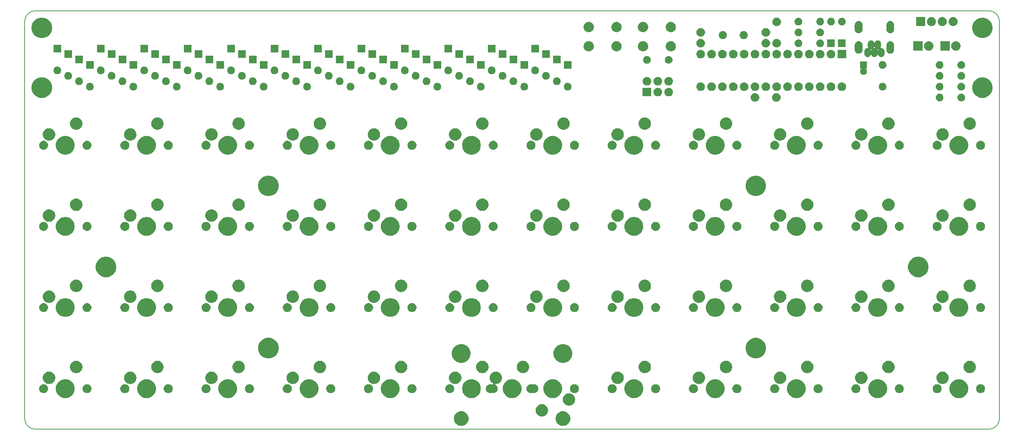
<source format=gbr>
%TF.GenerationSoftware,KiCad,Pcbnew,(5.1.2-1)-1*%
%TF.CreationDate,2019-08-21T16:04:43-07:00*%
%TF.ProjectId,plaid,706c6169-642e-46b6-9963-61645f706362,rev?*%
%TF.SameCoordinates,PX2faf080PY2faf080*%
%TF.FileFunction,Soldermask,Top*%
%TF.FilePolarity,Negative*%
%FSLAX46Y46*%
G04 Gerber Fmt 4.6, Leading zero omitted, Abs format (unit mm)*
G04 Created by KiCad (PCBNEW (5.1.2-1)-1) date 2019-08-21 16:04:43*
%MOMM*%
%LPD*%
G04 APERTURE LIST*
%ADD10C,0.150000*%
G04 APERTURE END LIST*
D10*
X2500000Y-98000000D02*
G75*
G02X0Y-95500000I0J2500000D01*
G01*
X228000000Y-95500000D02*
G75*
G02X225500000Y-98000000I-2500000J0D01*
G01*
X225500000Y0D02*
G75*
G02X228000000Y-2500000I0J-2500000D01*
G01*
X0Y-2500000D02*
G75*
G02X2500000Y0I2500000J0D01*
G01*
X0Y-95500000D02*
X0Y-2500000D01*
X225500000Y-98000000D02*
X2500000Y-98000000D01*
X228000000Y-2500000D02*
X228000000Y-95500000D01*
X225500000Y0D02*
X2500000Y0D01*
G36*
X126403164Y-93841290D02*
G01*
X126717094Y-93971324D01*
X126999624Y-94160105D01*
X127239895Y-94400376D01*
X127428676Y-94682906D01*
X127558710Y-94996836D01*
X127625000Y-95330102D01*
X127625000Y-95669898D01*
X127558710Y-96003164D01*
X127428676Y-96317094D01*
X127239895Y-96599624D01*
X126999624Y-96839895D01*
X126717094Y-97028676D01*
X126403164Y-97158710D01*
X126069898Y-97225000D01*
X125730102Y-97225000D01*
X125396836Y-97158710D01*
X125082906Y-97028676D01*
X124800376Y-96839895D01*
X124560105Y-96599624D01*
X124371324Y-96317094D01*
X124241290Y-96003164D01*
X124175000Y-95669898D01*
X124175000Y-95330102D01*
X124241290Y-94996836D01*
X124371324Y-94682906D01*
X124560105Y-94400376D01*
X124800376Y-94160105D01*
X125082906Y-93971324D01*
X125396836Y-93841290D01*
X125730102Y-93775000D01*
X126069898Y-93775000D01*
X126403164Y-93841290D01*
X126403164Y-93841290D01*
G37*
G36*
X102603164Y-93841290D02*
G01*
X102917094Y-93971324D01*
X103199624Y-94160105D01*
X103439895Y-94400376D01*
X103628676Y-94682906D01*
X103758710Y-94996836D01*
X103825000Y-95330102D01*
X103825000Y-95669898D01*
X103758710Y-96003164D01*
X103628676Y-96317094D01*
X103439895Y-96599624D01*
X103199624Y-96839895D01*
X102917094Y-97028676D01*
X102603164Y-97158710D01*
X102269898Y-97225000D01*
X101930102Y-97225000D01*
X101596836Y-97158710D01*
X101282906Y-97028676D01*
X101000376Y-96839895D01*
X100760105Y-96599624D01*
X100571324Y-96317094D01*
X100441290Y-96003164D01*
X100375000Y-95669898D01*
X100375000Y-95330102D01*
X100441290Y-94996836D01*
X100571324Y-94682906D01*
X100760105Y-94400376D01*
X101000376Y-94160105D01*
X101282906Y-93971324D01*
X101596836Y-93841290D01*
X101930102Y-93775000D01*
X102269898Y-93775000D01*
X102603164Y-93841290D01*
X102603164Y-93841290D01*
G37*
G36*
X121214867Y-92152289D02*
G01*
X121382952Y-92185723D01*
X121562292Y-92260009D01*
X121646833Y-92295027D01*
X121884321Y-92453711D01*
X122086289Y-92655679D01*
X122244973Y-92893167D01*
X122279991Y-92977708D01*
X122354277Y-93157048D01*
X122410000Y-93437189D01*
X122410000Y-93722811D01*
X122354277Y-94002952D01*
X122289181Y-94160105D01*
X122244973Y-94266833D01*
X122086289Y-94504321D01*
X121884321Y-94706289D01*
X121646833Y-94864973D01*
X121562292Y-94899991D01*
X121382952Y-94974277D01*
X121214867Y-95007711D01*
X121102813Y-95030000D01*
X120817187Y-95030000D01*
X120705133Y-95007711D01*
X120537048Y-94974277D01*
X120357708Y-94899991D01*
X120273167Y-94864973D01*
X120035679Y-94706289D01*
X119833711Y-94504321D01*
X119675027Y-94266833D01*
X119630819Y-94160105D01*
X119565723Y-94002952D01*
X119510000Y-93722811D01*
X119510000Y-93437189D01*
X119565723Y-93157048D01*
X119640009Y-92977708D01*
X119675027Y-92893167D01*
X119833711Y-92655679D01*
X120035679Y-92453711D01*
X120273167Y-92295027D01*
X120357708Y-92260009D01*
X120537048Y-92185723D01*
X120705133Y-92152289D01*
X120817187Y-92130000D01*
X121102813Y-92130000D01*
X121214867Y-92152289D01*
X121214867Y-92152289D01*
G37*
G36*
X127564867Y-89612289D02*
G01*
X127732952Y-89645723D01*
X127912292Y-89720009D01*
X127996833Y-89755027D01*
X127996834Y-89755028D01*
X128217419Y-89902417D01*
X128234321Y-89913711D01*
X128436289Y-90115679D01*
X128594973Y-90353167D01*
X128629991Y-90437708D01*
X128704277Y-90617048D01*
X128760000Y-90897189D01*
X128760000Y-91182811D01*
X128704277Y-91462952D01*
X128629991Y-91642292D01*
X128594973Y-91726833D01*
X128436289Y-91964321D01*
X128234321Y-92166289D01*
X127996833Y-92324973D01*
X127912292Y-92359991D01*
X127732952Y-92434277D01*
X127564867Y-92467711D01*
X127452813Y-92490000D01*
X127167187Y-92490000D01*
X127055133Y-92467711D01*
X126887048Y-92434277D01*
X126707708Y-92359991D01*
X126623167Y-92324973D01*
X126385679Y-92166289D01*
X126183711Y-91964321D01*
X126025027Y-91726833D01*
X125990009Y-91642292D01*
X125915723Y-91462952D01*
X125860000Y-91182811D01*
X125860000Y-90897189D01*
X125915723Y-90617048D01*
X125990009Y-90437708D01*
X126025027Y-90353167D01*
X126183711Y-90115679D01*
X126385679Y-89913711D01*
X126402582Y-89902417D01*
X126623166Y-89755028D01*
X126623167Y-89755027D01*
X126707708Y-89720009D01*
X126887048Y-89645723D01*
X127055133Y-89612289D01*
X127167187Y-89590000D01*
X127452813Y-89590000D01*
X127564867Y-89612289D01*
X127564867Y-89612289D01*
G37*
G36*
X142886695Y-86333818D02*
G01*
X143141719Y-86384545D01*
X143413821Y-86497254D01*
X143542091Y-86550385D01*
X143902418Y-86791148D01*
X144208852Y-87097582D01*
X144449615Y-87457909D01*
X144452632Y-87465193D01*
X144615455Y-87858281D01*
X144700000Y-88283321D01*
X144700000Y-88716679D01*
X144615455Y-89141719D01*
X144543436Y-89315587D01*
X144449615Y-89542091D01*
X144208852Y-89902418D01*
X143902418Y-90208852D01*
X143542091Y-90449615D01*
X143413821Y-90502746D01*
X143141719Y-90615455D01*
X142886695Y-90666182D01*
X142716681Y-90700000D01*
X142283319Y-90700000D01*
X142113305Y-90666182D01*
X141858281Y-90615455D01*
X141586179Y-90502746D01*
X141457909Y-90449615D01*
X141097582Y-90208852D01*
X140791148Y-89902418D01*
X140550385Y-89542091D01*
X140456564Y-89315587D01*
X140384545Y-89141719D01*
X140300000Y-88716679D01*
X140300000Y-88283321D01*
X140384545Y-87858281D01*
X140547368Y-87465193D01*
X140550385Y-87457909D01*
X140791148Y-87097582D01*
X141097582Y-86791148D01*
X141457909Y-86550385D01*
X141586179Y-86497254D01*
X141858281Y-86384545D01*
X142113305Y-86333818D01*
X142283319Y-86300000D01*
X142716681Y-86300000D01*
X142886695Y-86333818D01*
X142886695Y-86333818D01*
G37*
G36*
X123886695Y-86333818D02*
G01*
X124141719Y-86384545D01*
X124413821Y-86497254D01*
X124542091Y-86550385D01*
X124902418Y-86791148D01*
X125208852Y-87097582D01*
X125449615Y-87457909D01*
X125452632Y-87465193D01*
X125615455Y-87858281D01*
X125700000Y-88283321D01*
X125700000Y-88716679D01*
X125615455Y-89141719D01*
X125543436Y-89315587D01*
X125449615Y-89542091D01*
X125208852Y-89902418D01*
X124902418Y-90208852D01*
X124542091Y-90449615D01*
X124413821Y-90502746D01*
X124141719Y-90615455D01*
X123886695Y-90666182D01*
X123716681Y-90700000D01*
X123283319Y-90700000D01*
X123113305Y-90666182D01*
X122858281Y-90615455D01*
X122586179Y-90502746D01*
X122457909Y-90449615D01*
X122097582Y-90208852D01*
X121791148Y-89902418D01*
X121550385Y-89542091D01*
X121456564Y-89315587D01*
X121384545Y-89141719D01*
X121300000Y-88716679D01*
X121300000Y-88283321D01*
X121384545Y-87858281D01*
X121547368Y-87465193D01*
X121550385Y-87457909D01*
X121791148Y-87097582D01*
X122097582Y-86791148D01*
X122457909Y-86550385D01*
X122586179Y-86497254D01*
X122858281Y-86384545D01*
X123113305Y-86333818D01*
X123283319Y-86300000D01*
X123716681Y-86300000D01*
X123886695Y-86333818D01*
X123886695Y-86333818D01*
G37*
G36*
X114386695Y-86333818D02*
G01*
X114641719Y-86384545D01*
X114913821Y-86497254D01*
X115042091Y-86550385D01*
X115402418Y-86791148D01*
X115708852Y-87097582D01*
X115949615Y-87457909D01*
X115952632Y-87465193D01*
X116115455Y-87858281D01*
X116200000Y-88283321D01*
X116200000Y-88716679D01*
X116115455Y-89141719D01*
X116043436Y-89315587D01*
X115949615Y-89542091D01*
X115708852Y-89902418D01*
X115402418Y-90208852D01*
X115042091Y-90449615D01*
X114913821Y-90502746D01*
X114641719Y-90615455D01*
X114386695Y-90666182D01*
X114216681Y-90700000D01*
X113783319Y-90700000D01*
X113613305Y-90666182D01*
X113358281Y-90615455D01*
X113086179Y-90502746D01*
X112957909Y-90449615D01*
X112597582Y-90208852D01*
X112291148Y-89902418D01*
X112050385Y-89542091D01*
X111956564Y-89315587D01*
X111884545Y-89141719D01*
X111800000Y-88716679D01*
X111800000Y-88283321D01*
X111884545Y-87858281D01*
X112047368Y-87465193D01*
X112050385Y-87457909D01*
X112291148Y-87097582D01*
X112597582Y-86791148D01*
X112957909Y-86550385D01*
X113086179Y-86497254D01*
X113358281Y-86384545D01*
X113613305Y-86333818D01*
X113783319Y-86300000D01*
X114216681Y-86300000D01*
X114386695Y-86333818D01*
X114386695Y-86333818D01*
G37*
G36*
X104886695Y-86333818D02*
G01*
X105141719Y-86384545D01*
X105413821Y-86497254D01*
X105542091Y-86550385D01*
X105902418Y-86791148D01*
X106208852Y-87097582D01*
X106449615Y-87457909D01*
X106452632Y-87465193D01*
X106615455Y-87858281D01*
X106700000Y-88283321D01*
X106700000Y-88716679D01*
X106615455Y-89141719D01*
X106543436Y-89315587D01*
X106449615Y-89542091D01*
X106208852Y-89902418D01*
X105902418Y-90208852D01*
X105542091Y-90449615D01*
X105413821Y-90502746D01*
X105141719Y-90615455D01*
X104886695Y-90666182D01*
X104716681Y-90700000D01*
X104283319Y-90700000D01*
X104113305Y-90666182D01*
X103858281Y-90615455D01*
X103586179Y-90502746D01*
X103457909Y-90449615D01*
X103097582Y-90208852D01*
X102791148Y-89902418D01*
X102550385Y-89542091D01*
X102456564Y-89315587D01*
X102384545Y-89141719D01*
X102300000Y-88716679D01*
X102300000Y-88283321D01*
X102384545Y-87858281D01*
X102547368Y-87465193D01*
X102550385Y-87457909D01*
X102791148Y-87097582D01*
X103097582Y-86791148D01*
X103457909Y-86550385D01*
X103586179Y-86497254D01*
X103858281Y-86384545D01*
X104113305Y-86333818D01*
X104283319Y-86300000D01*
X104716681Y-86300000D01*
X104886695Y-86333818D01*
X104886695Y-86333818D01*
G37*
G36*
X85886695Y-86333818D02*
G01*
X86141719Y-86384545D01*
X86413821Y-86497254D01*
X86542091Y-86550385D01*
X86902418Y-86791148D01*
X87208852Y-87097582D01*
X87449615Y-87457909D01*
X87452632Y-87465193D01*
X87615455Y-87858281D01*
X87700000Y-88283321D01*
X87700000Y-88716679D01*
X87615455Y-89141719D01*
X87543436Y-89315587D01*
X87449615Y-89542091D01*
X87208852Y-89902418D01*
X86902418Y-90208852D01*
X86542091Y-90449615D01*
X86413821Y-90502746D01*
X86141719Y-90615455D01*
X85886695Y-90666182D01*
X85716681Y-90700000D01*
X85283319Y-90700000D01*
X85113305Y-90666182D01*
X84858281Y-90615455D01*
X84586179Y-90502746D01*
X84457909Y-90449615D01*
X84097582Y-90208852D01*
X83791148Y-89902418D01*
X83550385Y-89542091D01*
X83456564Y-89315587D01*
X83384545Y-89141719D01*
X83300000Y-88716679D01*
X83300000Y-88283321D01*
X83384545Y-87858281D01*
X83547368Y-87465193D01*
X83550385Y-87457909D01*
X83791148Y-87097582D01*
X84097582Y-86791148D01*
X84457909Y-86550385D01*
X84586179Y-86497254D01*
X84858281Y-86384545D01*
X85113305Y-86333818D01*
X85283319Y-86300000D01*
X85716681Y-86300000D01*
X85886695Y-86333818D01*
X85886695Y-86333818D01*
G37*
G36*
X66886695Y-86333818D02*
G01*
X67141719Y-86384545D01*
X67413821Y-86497254D01*
X67542091Y-86550385D01*
X67902418Y-86791148D01*
X68208852Y-87097582D01*
X68449615Y-87457909D01*
X68452632Y-87465193D01*
X68615455Y-87858281D01*
X68700000Y-88283321D01*
X68700000Y-88716679D01*
X68615455Y-89141719D01*
X68543436Y-89315587D01*
X68449615Y-89542091D01*
X68208852Y-89902418D01*
X67902418Y-90208852D01*
X67542091Y-90449615D01*
X67413821Y-90502746D01*
X67141719Y-90615455D01*
X66886695Y-90666182D01*
X66716681Y-90700000D01*
X66283319Y-90700000D01*
X66113305Y-90666182D01*
X65858281Y-90615455D01*
X65586179Y-90502746D01*
X65457909Y-90449615D01*
X65097582Y-90208852D01*
X64791148Y-89902418D01*
X64550385Y-89542091D01*
X64456564Y-89315587D01*
X64384545Y-89141719D01*
X64300000Y-88716679D01*
X64300000Y-88283321D01*
X64384545Y-87858281D01*
X64547368Y-87465193D01*
X64550385Y-87457909D01*
X64791148Y-87097582D01*
X65097582Y-86791148D01*
X65457909Y-86550385D01*
X65586179Y-86497254D01*
X65858281Y-86384545D01*
X66113305Y-86333818D01*
X66283319Y-86300000D01*
X66716681Y-86300000D01*
X66886695Y-86333818D01*
X66886695Y-86333818D01*
G37*
G36*
X47886695Y-86333818D02*
G01*
X48141719Y-86384545D01*
X48413821Y-86497254D01*
X48542091Y-86550385D01*
X48902418Y-86791148D01*
X49208852Y-87097582D01*
X49449615Y-87457909D01*
X49452632Y-87465193D01*
X49615455Y-87858281D01*
X49700000Y-88283321D01*
X49700000Y-88716679D01*
X49615455Y-89141719D01*
X49543436Y-89315587D01*
X49449615Y-89542091D01*
X49208852Y-89902418D01*
X48902418Y-90208852D01*
X48542091Y-90449615D01*
X48413821Y-90502746D01*
X48141719Y-90615455D01*
X47886695Y-90666182D01*
X47716681Y-90700000D01*
X47283319Y-90700000D01*
X47113305Y-90666182D01*
X46858281Y-90615455D01*
X46586179Y-90502746D01*
X46457909Y-90449615D01*
X46097582Y-90208852D01*
X45791148Y-89902418D01*
X45550385Y-89542091D01*
X45456564Y-89315587D01*
X45384545Y-89141719D01*
X45300000Y-88716679D01*
X45300000Y-88283321D01*
X45384545Y-87858281D01*
X45547368Y-87465193D01*
X45550385Y-87457909D01*
X45791148Y-87097582D01*
X46097582Y-86791148D01*
X46457909Y-86550385D01*
X46586179Y-86497254D01*
X46858281Y-86384545D01*
X47113305Y-86333818D01*
X47283319Y-86300000D01*
X47716681Y-86300000D01*
X47886695Y-86333818D01*
X47886695Y-86333818D01*
G37*
G36*
X28886695Y-86333818D02*
G01*
X29141719Y-86384545D01*
X29413821Y-86497254D01*
X29542091Y-86550385D01*
X29902418Y-86791148D01*
X30208852Y-87097582D01*
X30449615Y-87457909D01*
X30452632Y-87465193D01*
X30615455Y-87858281D01*
X30700000Y-88283321D01*
X30700000Y-88716679D01*
X30615455Y-89141719D01*
X30543436Y-89315587D01*
X30449615Y-89542091D01*
X30208852Y-89902418D01*
X29902418Y-90208852D01*
X29542091Y-90449615D01*
X29413821Y-90502746D01*
X29141719Y-90615455D01*
X28886695Y-90666182D01*
X28716681Y-90700000D01*
X28283319Y-90700000D01*
X28113305Y-90666182D01*
X27858281Y-90615455D01*
X27586179Y-90502746D01*
X27457909Y-90449615D01*
X27097582Y-90208852D01*
X26791148Y-89902418D01*
X26550385Y-89542091D01*
X26456564Y-89315587D01*
X26384545Y-89141719D01*
X26300000Y-88716679D01*
X26300000Y-88283321D01*
X26384545Y-87858281D01*
X26547368Y-87465193D01*
X26550385Y-87457909D01*
X26791148Y-87097582D01*
X27097582Y-86791148D01*
X27457909Y-86550385D01*
X27586179Y-86497254D01*
X27858281Y-86384545D01*
X28113305Y-86333818D01*
X28283319Y-86300000D01*
X28716681Y-86300000D01*
X28886695Y-86333818D01*
X28886695Y-86333818D01*
G37*
G36*
X9886695Y-86333818D02*
G01*
X10141719Y-86384545D01*
X10413821Y-86497254D01*
X10542091Y-86550385D01*
X10902418Y-86791148D01*
X11208852Y-87097582D01*
X11449615Y-87457909D01*
X11452632Y-87465193D01*
X11615455Y-87858281D01*
X11700000Y-88283321D01*
X11700000Y-88716679D01*
X11615455Y-89141719D01*
X11543436Y-89315587D01*
X11449615Y-89542091D01*
X11208852Y-89902418D01*
X10902418Y-90208852D01*
X10542091Y-90449615D01*
X10413821Y-90502746D01*
X10141719Y-90615455D01*
X9886695Y-90666182D01*
X9716681Y-90700000D01*
X9283319Y-90700000D01*
X9113305Y-90666182D01*
X8858281Y-90615455D01*
X8586179Y-90502746D01*
X8457909Y-90449615D01*
X8097582Y-90208852D01*
X7791148Y-89902418D01*
X7550385Y-89542091D01*
X7456564Y-89315587D01*
X7384545Y-89141719D01*
X7300000Y-88716679D01*
X7300000Y-88283321D01*
X7384545Y-87858281D01*
X7547368Y-87465193D01*
X7550385Y-87457909D01*
X7791148Y-87097582D01*
X8097582Y-86791148D01*
X8457909Y-86550385D01*
X8586179Y-86497254D01*
X8858281Y-86384545D01*
X9113305Y-86333818D01*
X9283319Y-86300000D01*
X9716681Y-86300000D01*
X9886695Y-86333818D01*
X9886695Y-86333818D01*
G37*
G36*
X199886695Y-86333818D02*
G01*
X200141719Y-86384545D01*
X200413821Y-86497254D01*
X200542091Y-86550385D01*
X200902418Y-86791148D01*
X201208852Y-87097582D01*
X201449615Y-87457909D01*
X201452632Y-87465193D01*
X201615455Y-87858281D01*
X201700000Y-88283321D01*
X201700000Y-88716679D01*
X201615455Y-89141719D01*
X201543436Y-89315587D01*
X201449615Y-89542091D01*
X201208852Y-89902418D01*
X200902418Y-90208852D01*
X200542091Y-90449615D01*
X200413821Y-90502746D01*
X200141719Y-90615455D01*
X199886695Y-90666182D01*
X199716681Y-90700000D01*
X199283319Y-90700000D01*
X199113305Y-90666182D01*
X198858281Y-90615455D01*
X198586179Y-90502746D01*
X198457909Y-90449615D01*
X198097582Y-90208852D01*
X197791148Y-89902418D01*
X197550385Y-89542091D01*
X197456564Y-89315587D01*
X197384545Y-89141719D01*
X197300000Y-88716679D01*
X197300000Y-88283321D01*
X197384545Y-87858281D01*
X197547368Y-87465193D01*
X197550385Y-87457909D01*
X197791148Y-87097582D01*
X198097582Y-86791148D01*
X198457909Y-86550385D01*
X198586179Y-86497254D01*
X198858281Y-86384545D01*
X199113305Y-86333818D01*
X199283319Y-86300000D01*
X199716681Y-86300000D01*
X199886695Y-86333818D01*
X199886695Y-86333818D01*
G37*
G36*
X161886695Y-86333818D02*
G01*
X162141719Y-86384545D01*
X162413821Y-86497254D01*
X162542091Y-86550385D01*
X162902418Y-86791148D01*
X163208852Y-87097582D01*
X163449615Y-87457909D01*
X163452632Y-87465193D01*
X163615455Y-87858281D01*
X163700000Y-88283321D01*
X163700000Y-88716679D01*
X163615455Y-89141719D01*
X163543436Y-89315587D01*
X163449615Y-89542091D01*
X163208852Y-89902418D01*
X162902418Y-90208852D01*
X162542091Y-90449615D01*
X162413821Y-90502746D01*
X162141719Y-90615455D01*
X161886695Y-90666182D01*
X161716681Y-90700000D01*
X161283319Y-90700000D01*
X161113305Y-90666182D01*
X160858281Y-90615455D01*
X160586179Y-90502746D01*
X160457909Y-90449615D01*
X160097582Y-90208852D01*
X159791148Y-89902418D01*
X159550385Y-89542091D01*
X159456564Y-89315587D01*
X159384545Y-89141719D01*
X159300000Y-88716679D01*
X159300000Y-88283321D01*
X159384545Y-87858281D01*
X159547368Y-87465193D01*
X159550385Y-87457909D01*
X159791148Y-87097582D01*
X160097582Y-86791148D01*
X160457909Y-86550385D01*
X160586179Y-86497254D01*
X160858281Y-86384545D01*
X161113305Y-86333818D01*
X161283319Y-86300000D01*
X161716681Y-86300000D01*
X161886695Y-86333818D01*
X161886695Y-86333818D01*
G37*
G36*
X180886695Y-86333818D02*
G01*
X181141719Y-86384545D01*
X181413821Y-86497254D01*
X181542091Y-86550385D01*
X181902418Y-86791148D01*
X182208852Y-87097582D01*
X182449615Y-87457909D01*
X182452632Y-87465193D01*
X182615455Y-87858281D01*
X182700000Y-88283321D01*
X182700000Y-88716679D01*
X182615455Y-89141719D01*
X182543436Y-89315587D01*
X182449615Y-89542091D01*
X182208852Y-89902418D01*
X181902418Y-90208852D01*
X181542091Y-90449615D01*
X181413821Y-90502746D01*
X181141719Y-90615455D01*
X180886695Y-90666182D01*
X180716681Y-90700000D01*
X180283319Y-90700000D01*
X180113305Y-90666182D01*
X179858281Y-90615455D01*
X179586179Y-90502746D01*
X179457909Y-90449615D01*
X179097582Y-90208852D01*
X178791148Y-89902418D01*
X178550385Y-89542091D01*
X178456564Y-89315587D01*
X178384545Y-89141719D01*
X178300000Y-88716679D01*
X178300000Y-88283321D01*
X178384545Y-87858281D01*
X178547368Y-87465193D01*
X178550385Y-87457909D01*
X178791148Y-87097582D01*
X179097582Y-86791148D01*
X179457909Y-86550385D01*
X179586179Y-86497254D01*
X179858281Y-86384545D01*
X180113305Y-86333818D01*
X180283319Y-86300000D01*
X180716681Y-86300000D01*
X180886695Y-86333818D01*
X180886695Y-86333818D01*
G37*
G36*
X218886695Y-86333818D02*
G01*
X219141719Y-86384545D01*
X219413821Y-86497254D01*
X219542091Y-86550385D01*
X219902418Y-86791148D01*
X220208852Y-87097582D01*
X220449615Y-87457909D01*
X220452632Y-87465193D01*
X220615455Y-87858281D01*
X220700000Y-88283321D01*
X220700000Y-88716679D01*
X220615455Y-89141719D01*
X220543436Y-89315587D01*
X220449615Y-89542091D01*
X220208852Y-89902418D01*
X219902418Y-90208852D01*
X219542091Y-90449615D01*
X219413821Y-90502746D01*
X219141719Y-90615455D01*
X218886695Y-90666182D01*
X218716681Y-90700000D01*
X218283319Y-90700000D01*
X218113305Y-90666182D01*
X217858281Y-90615455D01*
X217586179Y-90502746D01*
X217457909Y-90449615D01*
X217097582Y-90208852D01*
X216791148Y-89902418D01*
X216550385Y-89542091D01*
X216456564Y-89315587D01*
X216384545Y-89141719D01*
X216300000Y-88716679D01*
X216300000Y-88283321D01*
X216384545Y-87858281D01*
X216547368Y-87465193D01*
X216550385Y-87457909D01*
X216791148Y-87097582D01*
X217097582Y-86791148D01*
X217457909Y-86550385D01*
X217586179Y-86497254D01*
X217858281Y-86384545D01*
X218113305Y-86333818D01*
X218283319Y-86300000D01*
X218716681Y-86300000D01*
X218886695Y-86333818D01*
X218886695Y-86333818D01*
G37*
G36*
X61726274Y-87490350D02*
G01*
X61917362Y-87569502D01*
X62089336Y-87684411D01*
X62235589Y-87830664D01*
X62350498Y-88002638D01*
X62429650Y-88193726D01*
X62470000Y-88396584D01*
X62470000Y-88603416D01*
X62429650Y-88806274D01*
X62350498Y-88997362D01*
X62235589Y-89169336D01*
X62089336Y-89315589D01*
X61917362Y-89430498D01*
X61726274Y-89509650D01*
X61523416Y-89550000D01*
X61316584Y-89550000D01*
X61113726Y-89509650D01*
X60922638Y-89430498D01*
X60750664Y-89315589D01*
X60604411Y-89169336D01*
X60489502Y-88997362D01*
X60410350Y-88806274D01*
X60370000Y-88603416D01*
X60370000Y-88396584D01*
X60410350Y-88193726D01*
X60489502Y-88002638D01*
X60604411Y-87830664D01*
X60750664Y-87684411D01*
X60922638Y-87569502D01*
X61113726Y-87490350D01*
X61316584Y-87450000D01*
X61523416Y-87450000D01*
X61726274Y-87490350D01*
X61726274Y-87490350D01*
G37*
G36*
X52886274Y-87490350D02*
G01*
X53077362Y-87569502D01*
X53249336Y-87684411D01*
X53395589Y-87830664D01*
X53510498Y-88002638D01*
X53589650Y-88193726D01*
X53630000Y-88396584D01*
X53630000Y-88603416D01*
X53589650Y-88806274D01*
X53510498Y-88997362D01*
X53395589Y-89169336D01*
X53249336Y-89315589D01*
X53077362Y-89430498D01*
X52886274Y-89509650D01*
X52683416Y-89550000D01*
X52476584Y-89550000D01*
X52273726Y-89509650D01*
X52082638Y-89430498D01*
X51910664Y-89315589D01*
X51764411Y-89169336D01*
X51649502Y-88997362D01*
X51570350Y-88806274D01*
X51530000Y-88603416D01*
X51530000Y-88396584D01*
X51570350Y-88193726D01*
X51649502Y-88002638D01*
X51764411Y-87830664D01*
X51910664Y-87684411D01*
X52082638Y-87569502D01*
X52273726Y-87490350D01*
X52476584Y-87450000D01*
X52683416Y-87450000D01*
X52886274Y-87490350D01*
X52886274Y-87490350D01*
G37*
G36*
X42726274Y-87490350D02*
G01*
X42917362Y-87569502D01*
X43089336Y-87684411D01*
X43235589Y-87830664D01*
X43350498Y-88002638D01*
X43429650Y-88193726D01*
X43470000Y-88396584D01*
X43470000Y-88603416D01*
X43429650Y-88806274D01*
X43350498Y-88997362D01*
X43235589Y-89169336D01*
X43089336Y-89315589D01*
X42917362Y-89430498D01*
X42726274Y-89509650D01*
X42523416Y-89550000D01*
X42316584Y-89550000D01*
X42113726Y-89509650D01*
X41922638Y-89430498D01*
X41750664Y-89315589D01*
X41604411Y-89169336D01*
X41489502Y-88997362D01*
X41410350Y-88806274D01*
X41370000Y-88603416D01*
X41370000Y-88396584D01*
X41410350Y-88193726D01*
X41489502Y-88002638D01*
X41604411Y-87830664D01*
X41750664Y-87684411D01*
X41922638Y-87569502D01*
X42113726Y-87490350D01*
X42316584Y-87450000D01*
X42523416Y-87450000D01*
X42726274Y-87490350D01*
X42726274Y-87490350D01*
G37*
G36*
X33886274Y-87490350D02*
G01*
X34077362Y-87569502D01*
X34249336Y-87684411D01*
X34395589Y-87830664D01*
X34510498Y-88002638D01*
X34589650Y-88193726D01*
X34630000Y-88396584D01*
X34630000Y-88603416D01*
X34589650Y-88806274D01*
X34510498Y-88997362D01*
X34395589Y-89169336D01*
X34249336Y-89315589D01*
X34077362Y-89430498D01*
X33886274Y-89509650D01*
X33683416Y-89550000D01*
X33476584Y-89550000D01*
X33273726Y-89509650D01*
X33082638Y-89430498D01*
X32910664Y-89315589D01*
X32764411Y-89169336D01*
X32649502Y-88997362D01*
X32570350Y-88806274D01*
X32530000Y-88603416D01*
X32530000Y-88396584D01*
X32570350Y-88193726D01*
X32649502Y-88002638D01*
X32764411Y-87830664D01*
X32910664Y-87684411D01*
X33082638Y-87569502D01*
X33273726Y-87490350D01*
X33476584Y-87450000D01*
X33683416Y-87450000D01*
X33886274Y-87490350D01*
X33886274Y-87490350D01*
G37*
G36*
X23726274Y-87490350D02*
G01*
X23917362Y-87569502D01*
X24089336Y-87684411D01*
X24235589Y-87830664D01*
X24350498Y-88002638D01*
X24429650Y-88193726D01*
X24470000Y-88396584D01*
X24470000Y-88603416D01*
X24429650Y-88806274D01*
X24350498Y-88997362D01*
X24235589Y-89169336D01*
X24089336Y-89315589D01*
X23917362Y-89430498D01*
X23726274Y-89509650D01*
X23523416Y-89550000D01*
X23316584Y-89550000D01*
X23113726Y-89509650D01*
X22922638Y-89430498D01*
X22750664Y-89315589D01*
X22604411Y-89169336D01*
X22489502Y-88997362D01*
X22410350Y-88806274D01*
X22370000Y-88603416D01*
X22370000Y-88396584D01*
X22410350Y-88193726D01*
X22489502Y-88002638D01*
X22604411Y-87830664D01*
X22750664Y-87684411D01*
X22922638Y-87569502D01*
X23113726Y-87490350D01*
X23316584Y-87450000D01*
X23523416Y-87450000D01*
X23726274Y-87490350D01*
X23726274Y-87490350D01*
G37*
G36*
X14886274Y-87490350D02*
G01*
X15077362Y-87569502D01*
X15249336Y-87684411D01*
X15395589Y-87830664D01*
X15510498Y-88002638D01*
X15589650Y-88193726D01*
X15630000Y-88396584D01*
X15630000Y-88603416D01*
X15589650Y-88806274D01*
X15510498Y-88997362D01*
X15395589Y-89169336D01*
X15249336Y-89315589D01*
X15077362Y-89430498D01*
X14886274Y-89509650D01*
X14683416Y-89550000D01*
X14476584Y-89550000D01*
X14273726Y-89509650D01*
X14082638Y-89430498D01*
X13910664Y-89315589D01*
X13764411Y-89169336D01*
X13649502Y-88997362D01*
X13570350Y-88806274D01*
X13530000Y-88603416D01*
X13530000Y-88396584D01*
X13570350Y-88193726D01*
X13649502Y-88002638D01*
X13764411Y-87830664D01*
X13910664Y-87684411D01*
X14082638Y-87569502D01*
X14273726Y-87490350D01*
X14476584Y-87450000D01*
X14683416Y-87450000D01*
X14886274Y-87490350D01*
X14886274Y-87490350D01*
G37*
G36*
X4726274Y-87490350D02*
G01*
X4917362Y-87569502D01*
X5089336Y-87684411D01*
X5235589Y-87830664D01*
X5350498Y-88002638D01*
X5429650Y-88193726D01*
X5470000Y-88396584D01*
X5470000Y-88603416D01*
X5429650Y-88806274D01*
X5350498Y-88997362D01*
X5235589Y-89169336D01*
X5089336Y-89315589D01*
X4917362Y-89430498D01*
X4726274Y-89509650D01*
X4523416Y-89550000D01*
X4316584Y-89550000D01*
X4113726Y-89509650D01*
X3922638Y-89430498D01*
X3750664Y-89315589D01*
X3604411Y-89169336D01*
X3489502Y-88997362D01*
X3410350Y-88806274D01*
X3370000Y-88603416D01*
X3370000Y-88396584D01*
X3410350Y-88193726D01*
X3489502Y-88002638D01*
X3604411Y-87830664D01*
X3750664Y-87684411D01*
X3922638Y-87569502D01*
X4113726Y-87490350D01*
X4316584Y-87450000D01*
X4523416Y-87450000D01*
X4726274Y-87490350D01*
X4726274Y-87490350D01*
G37*
G36*
X223886274Y-87490350D02*
G01*
X224077362Y-87569502D01*
X224249336Y-87684411D01*
X224395589Y-87830664D01*
X224510498Y-88002638D01*
X224589650Y-88193726D01*
X224630000Y-88396584D01*
X224630000Y-88603416D01*
X224589650Y-88806274D01*
X224510498Y-88997362D01*
X224395589Y-89169336D01*
X224249336Y-89315589D01*
X224077362Y-89430498D01*
X223886274Y-89509650D01*
X223683416Y-89550000D01*
X223476584Y-89550000D01*
X223273726Y-89509650D01*
X223082638Y-89430498D01*
X222910664Y-89315589D01*
X222764411Y-89169336D01*
X222649502Y-88997362D01*
X222570350Y-88806274D01*
X222530000Y-88603416D01*
X222530000Y-88396584D01*
X222570350Y-88193726D01*
X222649502Y-88002638D01*
X222764411Y-87830664D01*
X222910664Y-87684411D01*
X223082638Y-87569502D01*
X223273726Y-87490350D01*
X223476584Y-87450000D01*
X223683416Y-87450000D01*
X223886274Y-87490350D01*
X223886274Y-87490350D01*
G37*
G36*
X213726274Y-87490350D02*
G01*
X213917362Y-87569502D01*
X214089336Y-87684411D01*
X214235589Y-87830664D01*
X214350498Y-88002638D01*
X214429650Y-88193726D01*
X214470000Y-88396584D01*
X214470000Y-88603416D01*
X214429650Y-88806274D01*
X214350498Y-88997362D01*
X214235589Y-89169336D01*
X214089336Y-89315589D01*
X213917362Y-89430498D01*
X213726274Y-89509650D01*
X213523416Y-89550000D01*
X213316584Y-89550000D01*
X213113726Y-89509650D01*
X212922638Y-89430498D01*
X212750664Y-89315589D01*
X212604411Y-89169336D01*
X212489502Y-88997362D01*
X212410350Y-88806274D01*
X212370000Y-88603416D01*
X212370000Y-88396584D01*
X212410350Y-88193726D01*
X212489502Y-88002638D01*
X212604411Y-87830664D01*
X212750664Y-87684411D01*
X212922638Y-87569502D01*
X213113726Y-87490350D01*
X213316584Y-87450000D01*
X213523416Y-87450000D01*
X213726274Y-87490350D01*
X213726274Y-87490350D01*
G37*
G36*
X128886274Y-87490350D02*
G01*
X129077362Y-87569502D01*
X129249336Y-87684411D01*
X129395589Y-87830664D01*
X129510498Y-88002638D01*
X129589650Y-88193726D01*
X129630000Y-88396584D01*
X129630000Y-88603416D01*
X129589650Y-88806274D01*
X129510498Y-88997362D01*
X129395589Y-89169336D01*
X129249336Y-89315589D01*
X129077362Y-89430498D01*
X128886274Y-89509650D01*
X128683416Y-89550000D01*
X128476584Y-89550000D01*
X128273726Y-89509650D01*
X128082638Y-89430498D01*
X127910664Y-89315589D01*
X127764411Y-89169336D01*
X127649502Y-88997362D01*
X127570350Y-88806274D01*
X127530000Y-88603416D01*
X127530000Y-88396584D01*
X127570350Y-88193726D01*
X127649502Y-88002638D01*
X127764411Y-87830664D01*
X127910664Y-87684411D01*
X128082638Y-87569502D01*
X128273726Y-87490350D01*
X128476584Y-87450000D01*
X128683416Y-87450000D01*
X128886274Y-87490350D01*
X128886274Y-87490350D01*
G37*
G36*
X204886274Y-87490350D02*
G01*
X205077362Y-87569502D01*
X205249336Y-87684411D01*
X205395589Y-87830664D01*
X205510498Y-88002638D01*
X205589650Y-88193726D01*
X205630000Y-88396584D01*
X205630000Y-88603416D01*
X205589650Y-88806274D01*
X205510498Y-88997362D01*
X205395589Y-89169336D01*
X205249336Y-89315589D01*
X205077362Y-89430498D01*
X204886274Y-89509650D01*
X204683416Y-89550000D01*
X204476584Y-89550000D01*
X204273726Y-89509650D01*
X204082638Y-89430498D01*
X203910664Y-89315589D01*
X203764411Y-89169336D01*
X203649502Y-88997362D01*
X203570350Y-88806274D01*
X203530000Y-88603416D01*
X203530000Y-88396584D01*
X203570350Y-88193726D01*
X203649502Y-88002638D01*
X203764411Y-87830664D01*
X203910664Y-87684411D01*
X204082638Y-87569502D01*
X204273726Y-87490350D01*
X204476584Y-87450000D01*
X204683416Y-87450000D01*
X204886274Y-87490350D01*
X204886274Y-87490350D01*
G37*
G36*
X99726274Y-87490350D02*
G01*
X99917362Y-87569502D01*
X100089336Y-87684411D01*
X100235589Y-87830664D01*
X100350498Y-88002638D01*
X100429650Y-88193726D01*
X100470000Y-88396584D01*
X100470000Y-88603416D01*
X100429650Y-88806274D01*
X100350498Y-88997362D01*
X100235589Y-89169336D01*
X100089336Y-89315589D01*
X99917362Y-89430498D01*
X99726274Y-89509650D01*
X99523416Y-89550000D01*
X99316584Y-89550000D01*
X99113726Y-89509650D01*
X98922638Y-89430498D01*
X98750664Y-89315589D01*
X98604411Y-89169336D01*
X98489502Y-88997362D01*
X98410350Y-88806274D01*
X98370000Y-88603416D01*
X98370000Y-88396584D01*
X98410350Y-88193726D01*
X98489502Y-88002638D01*
X98604411Y-87830664D01*
X98750664Y-87684411D01*
X98922638Y-87569502D01*
X99113726Y-87490350D01*
X99316584Y-87450000D01*
X99523416Y-87450000D01*
X99726274Y-87490350D01*
X99726274Y-87490350D01*
G37*
G36*
X119247272Y-87461395D02*
G01*
X119285836Y-87465193D01*
X119368774Y-87490352D01*
X119483763Y-87525233D01*
X119666169Y-87622731D01*
X119826054Y-87753946D01*
X119957269Y-87913831D01*
X120054767Y-88096237D01*
X120054767Y-88096238D01*
X120114807Y-88294164D01*
X120114807Y-88294166D01*
X120135081Y-88500000D01*
X120118143Y-88671961D01*
X120114807Y-88705836D01*
X120084339Y-88806276D01*
X120054767Y-88903763D01*
X119957269Y-89086169D01*
X119826054Y-89246054D01*
X119666169Y-89377269D01*
X119483763Y-89474767D01*
X119417787Y-89494780D01*
X119285836Y-89534807D01*
X119247272Y-89538605D01*
X119131584Y-89550000D01*
X118368416Y-89550000D01*
X118252728Y-89538605D01*
X118214164Y-89534807D01*
X118082213Y-89494780D01*
X118016237Y-89474767D01*
X117833831Y-89377269D01*
X117673946Y-89246054D01*
X117542731Y-89086169D01*
X117445233Y-88903763D01*
X117415661Y-88806276D01*
X117385193Y-88705836D01*
X117381857Y-88671961D01*
X117364919Y-88500000D01*
X117385193Y-88294166D01*
X117385193Y-88294164D01*
X117445233Y-88096238D01*
X117445233Y-88096237D01*
X117542731Y-87913831D01*
X117673946Y-87753946D01*
X117833831Y-87622731D01*
X118016237Y-87525233D01*
X118131226Y-87490352D01*
X118214164Y-87465193D01*
X118252728Y-87461395D01*
X118368416Y-87450000D01*
X119131584Y-87450000D01*
X119247272Y-87461395D01*
X119247272Y-87461395D01*
G37*
G36*
X110444867Y-84532289D02*
G01*
X110612952Y-84565723D01*
X110792292Y-84640009D01*
X110876833Y-84675027D01*
X111114321Y-84833711D01*
X111316289Y-85035679D01*
X111474973Y-85273167D01*
X111509991Y-85357708D01*
X111584277Y-85537048D01*
X111640000Y-85817189D01*
X111640000Y-86102811D01*
X111584277Y-86382952D01*
X111514923Y-86550385D01*
X111474973Y-86646833D01*
X111474972Y-86646834D01*
X111316290Y-86884320D01*
X111114320Y-87086290D01*
X110995577Y-87165631D01*
X110876833Y-87244973D01*
X110793982Y-87279291D01*
X110612952Y-87354277D01*
X110444867Y-87387711D01*
X110332813Y-87410000D01*
X110167395Y-87410000D01*
X110147886Y-87411921D01*
X110129127Y-87417612D01*
X110111839Y-87426853D01*
X110096685Y-87439289D01*
X110084249Y-87454443D01*
X110075008Y-87471731D01*
X110069317Y-87490490D01*
X110067396Y-87509999D01*
X110069317Y-87529508D01*
X110075008Y-87548267D01*
X110084249Y-87565555D01*
X110096685Y-87580709D01*
X110120256Y-87598190D01*
X110166169Y-87622731D01*
X110326054Y-87753946D01*
X110457269Y-87913831D01*
X110554767Y-88096237D01*
X110554767Y-88096238D01*
X110614807Y-88294164D01*
X110614807Y-88294166D01*
X110635081Y-88500000D01*
X110618143Y-88671961D01*
X110614807Y-88705836D01*
X110584339Y-88806276D01*
X110554767Y-88903763D01*
X110457269Y-89086169D01*
X110326054Y-89246054D01*
X110166169Y-89377269D01*
X109983763Y-89474767D01*
X109917787Y-89494780D01*
X109785836Y-89534807D01*
X109747272Y-89538605D01*
X109631584Y-89550000D01*
X108868416Y-89550000D01*
X108752728Y-89538605D01*
X108714164Y-89534807D01*
X108582213Y-89494780D01*
X108516237Y-89474767D01*
X108333831Y-89377269D01*
X108173946Y-89246054D01*
X108042731Y-89086169D01*
X107945233Y-88903763D01*
X107915661Y-88806276D01*
X107885193Y-88705836D01*
X107881857Y-88671961D01*
X107864919Y-88500000D01*
X107885193Y-88294166D01*
X107885193Y-88294164D01*
X107945233Y-88096238D01*
X107945233Y-88096237D01*
X108042731Y-87913831D01*
X108173946Y-87753946D01*
X108333831Y-87622731D01*
X108516237Y-87525233D01*
X108631226Y-87490352D01*
X108714164Y-87465193D01*
X108752728Y-87461395D01*
X108868416Y-87450000D01*
X109495417Y-87450000D01*
X109514926Y-87448079D01*
X109533685Y-87442388D01*
X109550973Y-87433147D01*
X109566127Y-87420711D01*
X109578563Y-87405557D01*
X109587804Y-87388269D01*
X109593495Y-87369510D01*
X109595416Y-87350001D01*
X109593495Y-87330492D01*
X109587804Y-87311733D01*
X109578563Y-87294445D01*
X109566127Y-87279291D01*
X109550973Y-87266855D01*
X109533685Y-87257614D01*
X109530475Y-87256284D01*
X109503167Y-87244973D01*
X109384423Y-87165631D01*
X109265680Y-87086290D01*
X109063710Y-86884320D01*
X108905028Y-86646834D01*
X108905027Y-86646833D01*
X108865077Y-86550385D01*
X108795723Y-86382952D01*
X108740000Y-86102811D01*
X108740000Y-85817189D01*
X108795723Y-85537048D01*
X108870009Y-85357708D01*
X108905027Y-85273167D01*
X109063711Y-85035679D01*
X109265679Y-84833711D01*
X109503167Y-84675027D01*
X109587708Y-84640009D01*
X109767048Y-84565723D01*
X109935133Y-84532289D01*
X110047187Y-84510000D01*
X110332813Y-84510000D01*
X110444867Y-84532289D01*
X110444867Y-84532289D01*
G37*
G36*
X194726274Y-87490350D02*
G01*
X194917362Y-87569502D01*
X195089336Y-87684411D01*
X195235589Y-87830664D01*
X195350498Y-88002638D01*
X195429650Y-88193726D01*
X195470000Y-88396584D01*
X195470000Y-88603416D01*
X195429650Y-88806274D01*
X195350498Y-88997362D01*
X195235589Y-89169336D01*
X195089336Y-89315589D01*
X194917362Y-89430498D01*
X194726274Y-89509650D01*
X194523416Y-89550000D01*
X194316584Y-89550000D01*
X194113726Y-89509650D01*
X193922638Y-89430498D01*
X193750664Y-89315589D01*
X193604411Y-89169336D01*
X193489502Y-88997362D01*
X193410350Y-88806274D01*
X193370000Y-88603416D01*
X193370000Y-88396584D01*
X193410350Y-88193726D01*
X193489502Y-88002638D01*
X193604411Y-87830664D01*
X193750664Y-87684411D01*
X193922638Y-87569502D01*
X194113726Y-87490350D01*
X194316584Y-87450000D01*
X194523416Y-87450000D01*
X194726274Y-87490350D01*
X194726274Y-87490350D01*
G37*
G36*
X185886274Y-87490350D02*
G01*
X186077362Y-87569502D01*
X186249336Y-87684411D01*
X186395589Y-87830664D01*
X186510498Y-88002638D01*
X186589650Y-88193726D01*
X186630000Y-88396584D01*
X186630000Y-88603416D01*
X186589650Y-88806274D01*
X186510498Y-88997362D01*
X186395589Y-89169336D01*
X186249336Y-89315589D01*
X186077362Y-89430498D01*
X185886274Y-89509650D01*
X185683416Y-89550000D01*
X185476584Y-89550000D01*
X185273726Y-89509650D01*
X185082638Y-89430498D01*
X184910664Y-89315589D01*
X184764411Y-89169336D01*
X184649502Y-88997362D01*
X184570350Y-88806274D01*
X184530000Y-88603416D01*
X184530000Y-88396584D01*
X184570350Y-88193726D01*
X184649502Y-88002638D01*
X184764411Y-87830664D01*
X184910664Y-87684411D01*
X185082638Y-87569502D01*
X185273726Y-87490350D01*
X185476584Y-87450000D01*
X185683416Y-87450000D01*
X185886274Y-87490350D01*
X185886274Y-87490350D01*
G37*
G36*
X71886274Y-87490350D02*
G01*
X72077362Y-87569502D01*
X72249336Y-87684411D01*
X72395589Y-87830664D01*
X72510498Y-88002638D01*
X72589650Y-88193726D01*
X72630000Y-88396584D01*
X72630000Y-88603416D01*
X72589650Y-88806274D01*
X72510498Y-88997362D01*
X72395589Y-89169336D01*
X72249336Y-89315589D01*
X72077362Y-89430498D01*
X71886274Y-89509650D01*
X71683416Y-89550000D01*
X71476584Y-89550000D01*
X71273726Y-89509650D01*
X71082638Y-89430498D01*
X70910664Y-89315589D01*
X70764411Y-89169336D01*
X70649502Y-88997362D01*
X70570350Y-88806274D01*
X70530000Y-88603416D01*
X70530000Y-88396584D01*
X70570350Y-88193726D01*
X70649502Y-88002638D01*
X70764411Y-87830664D01*
X70910664Y-87684411D01*
X71082638Y-87569502D01*
X71273726Y-87490350D01*
X71476584Y-87450000D01*
X71683416Y-87450000D01*
X71886274Y-87490350D01*
X71886274Y-87490350D01*
G37*
G36*
X175726274Y-87490350D02*
G01*
X175917362Y-87569502D01*
X176089336Y-87684411D01*
X176235589Y-87830664D01*
X176350498Y-88002638D01*
X176429650Y-88193726D01*
X176470000Y-88396584D01*
X176470000Y-88603416D01*
X176429650Y-88806274D01*
X176350498Y-88997362D01*
X176235589Y-89169336D01*
X176089336Y-89315589D01*
X175917362Y-89430498D01*
X175726274Y-89509650D01*
X175523416Y-89550000D01*
X175316584Y-89550000D01*
X175113726Y-89509650D01*
X174922638Y-89430498D01*
X174750664Y-89315589D01*
X174604411Y-89169336D01*
X174489502Y-88997362D01*
X174410350Y-88806274D01*
X174370000Y-88603416D01*
X174370000Y-88396584D01*
X174410350Y-88193726D01*
X174489502Y-88002638D01*
X174604411Y-87830664D01*
X174750664Y-87684411D01*
X174922638Y-87569502D01*
X175113726Y-87490350D01*
X175316584Y-87450000D01*
X175523416Y-87450000D01*
X175726274Y-87490350D01*
X175726274Y-87490350D01*
G37*
G36*
X166886274Y-87490350D02*
G01*
X167077362Y-87569502D01*
X167249336Y-87684411D01*
X167395589Y-87830664D01*
X167510498Y-88002638D01*
X167589650Y-88193726D01*
X167630000Y-88396584D01*
X167630000Y-88603416D01*
X167589650Y-88806274D01*
X167510498Y-88997362D01*
X167395589Y-89169336D01*
X167249336Y-89315589D01*
X167077362Y-89430498D01*
X166886274Y-89509650D01*
X166683416Y-89550000D01*
X166476584Y-89550000D01*
X166273726Y-89509650D01*
X166082638Y-89430498D01*
X165910664Y-89315589D01*
X165764411Y-89169336D01*
X165649502Y-88997362D01*
X165570350Y-88806274D01*
X165530000Y-88603416D01*
X165530000Y-88396584D01*
X165570350Y-88193726D01*
X165649502Y-88002638D01*
X165764411Y-87830664D01*
X165910664Y-87684411D01*
X166082638Y-87569502D01*
X166273726Y-87490350D01*
X166476584Y-87450000D01*
X166683416Y-87450000D01*
X166886274Y-87490350D01*
X166886274Y-87490350D01*
G37*
G36*
X156726274Y-87490350D02*
G01*
X156917362Y-87569502D01*
X157089336Y-87684411D01*
X157235589Y-87830664D01*
X157350498Y-88002638D01*
X157429650Y-88193726D01*
X157470000Y-88396584D01*
X157470000Y-88603416D01*
X157429650Y-88806274D01*
X157350498Y-88997362D01*
X157235589Y-89169336D01*
X157089336Y-89315589D01*
X156917362Y-89430498D01*
X156726274Y-89509650D01*
X156523416Y-89550000D01*
X156316584Y-89550000D01*
X156113726Y-89509650D01*
X155922638Y-89430498D01*
X155750664Y-89315589D01*
X155604411Y-89169336D01*
X155489502Y-88997362D01*
X155410350Y-88806274D01*
X155370000Y-88603416D01*
X155370000Y-88396584D01*
X155410350Y-88193726D01*
X155489502Y-88002638D01*
X155604411Y-87830664D01*
X155750664Y-87684411D01*
X155922638Y-87569502D01*
X156113726Y-87490350D01*
X156316584Y-87450000D01*
X156523416Y-87450000D01*
X156726274Y-87490350D01*
X156726274Y-87490350D01*
G37*
G36*
X147886274Y-87490350D02*
G01*
X148077362Y-87569502D01*
X148249336Y-87684411D01*
X148395589Y-87830664D01*
X148510498Y-88002638D01*
X148589650Y-88193726D01*
X148630000Y-88396584D01*
X148630000Y-88603416D01*
X148589650Y-88806274D01*
X148510498Y-88997362D01*
X148395589Y-89169336D01*
X148249336Y-89315589D01*
X148077362Y-89430498D01*
X147886274Y-89509650D01*
X147683416Y-89550000D01*
X147476584Y-89550000D01*
X147273726Y-89509650D01*
X147082638Y-89430498D01*
X146910664Y-89315589D01*
X146764411Y-89169336D01*
X146649502Y-88997362D01*
X146570350Y-88806274D01*
X146530000Y-88603416D01*
X146530000Y-88396584D01*
X146570350Y-88193726D01*
X146649502Y-88002638D01*
X146764411Y-87830664D01*
X146910664Y-87684411D01*
X147082638Y-87569502D01*
X147273726Y-87490350D01*
X147476584Y-87450000D01*
X147683416Y-87450000D01*
X147886274Y-87490350D01*
X147886274Y-87490350D01*
G37*
G36*
X80726274Y-87490350D02*
G01*
X80917362Y-87569502D01*
X81089336Y-87684411D01*
X81235589Y-87830664D01*
X81350498Y-88002638D01*
X81429650Y-88193726D01*
X81470000Y-88396584D01*
X81470000Y-88603416D01*
X81429650Y-88806274D01*
X81350498Y-88997362D01*
X81235589Y-89169336D01*
X81089336Y-89315589D01*
X80917362Y-89430498D01*
X80726274Y-89509650D01*
X80523416Y-89550000D01*
X80316584Y-89550000D01*
X80113726Y-89509650D01*
X79922638Y-89430498D01*
X79750664Y-89315589D01*
X79604411Y-89169336D01*
X79489502Y-88997362D01*
X79410350Y-88806274D01*
X79370000Y-88603416D01*
X79370000Y-88396584D01*
X79410350Y-88193726D01*
X79489502Y-88002638D01*
X79604411Y-87830664D01*
X79750664Y-87684411D01*
X79922638Y-87569502D01*
X80113726Y-87490350D01*
X80316584Y-87450000D01*
X80523416Y-87450000D01*
X80726274Y-87490350D01*
X80726274Y-87490350D01*
G37*
G36*
X90886274Y-87490350D02*
G01*
X91077362Y-87569502D01*
X91249336Y-87684411D01*
X91395589Y-87830664D01*
X91510498Y-88002638D01*
X91589650Y-88193726D01*
X91630000Y-88396584D01*
X91630000Y-88603416D01*
X91589650Y-88806274D01*
X91510498Y-88997362D01*
X91395589Y-89169336D01*
X91249336Y-89315589D01*
X91077362Y-89430498D01*
X90886274Y-89509650D01*
X90683416Y-89550000D01*
X90476584Y-89550000D01*
X90273726Y-89509650D01*
X90082638Y-89430498D01*
X89910664Y-89315589D01*
X89764411Y-89169336D01*
X89649502Y-88997362D01*
X89570350Y-88806274D01*
X89530000Y-88603416D01*
X89530000Y-88396584D01*
X89570350Y-88193726D01*
X89649502Y-88002638D01*
X89764411Y-87830664D01*
X89910664Y-87684411D01*
X90082638Y-87569502D01*
X90273726Y-87490350D01*
X90476584Y-87450000D01*
X90683416Y-87450000D01*
X90886274Y-87490350D01*
X90886274Y-87490350D01*
G37*
G36*
X137726274Y-87490350D02*
G01*
X137917362Y-87569502D01*
X138089336Y-87684411D01*
X138235589Y-87830664D01*
X138350498Y-88002638D01*
X138429650Y-88193726D01*
X138470000Y-88396584D01*
X138470000Y-88603416D01*
X138429650Y-88806274D01*
X138350498Y-88997362D01*
X138235589Y-89169336D01*
X138089336Y-89315589D01*
X137917362Y-89430498D01*
X137726274Y-89509650D01*
X137523416Y-89550000D01*
X137316584Y-89550000D01*
X137113726Y-89509650D01*
X136922638Y-89430498D01*
X136750664Y-89315589D01*
X136604411Y-89169336D01*
X136489502Y-88997362D01*
X136410350Y-88806274D01*
X136370000Y-88603416D01*
X136370000Y-88396584D01*
X136410350Y-88193726D01*
X136489502Y-88002638D01*
X136604411Y-87830664D01*
X136750664Y-87684411D01*
X136922638Y-87569502D01*
X137113726Y-87490350D01*
X137316584Y-87450000D01*
X137523416Y-87450000D01*
X137726274Y-87490350D01*
X137726274Y-87490350D01*
G37*
G36*
X214944867Y-84532289D02*
G01*
X215112952Y-84565723D01*
X215292292Y-84640009D01*
X215376833Y-84675027D01*
X215614321Y-84833711D01*
X215816289Y-85035679D01*
X215974973Y-85273167D01*
X216009991Y-85357708D01*
X216084277Y-85537048D01*
X216140000Y-85817189D01*
X216140000Y-86102811D01*
X216084277Y-86382952D01*
X216014923Y-86550385D01*
X215974973Y-86646833D01*
X215974972Y-86646834D01*
X215816290Y-86884320D01*
X215614320Y-87086290D01*
X215495577Y-87165631D01*
X215376833Y-87244973D01*
X215293982Y-87279291D01*
X215112952Y-87354277D01*
X214944867Y-87387711D01*
X214832813Y-87410000D01*
X214547187Y-87410000D01*
X214435133Y-87387711D01*
X214267048Y-87354277D01*
X214086018Y-87279291D01*
X214003167Y-87244973D01*
X213884423Y-87165631D01*
X213765680Y-87086290D01*
X213563710Y-86884320D01*
X213405028Y-86646834D01*
X213405027Y-86646833D01*
X213365077Y-86550385D01*
X213295723Y-86382952D01*
X213240000Y-86102811D01*
X213240000Y-85817189D01*
X213295723Y-85537048D01*
X213370009Y-85357708D01*
X213405027Y-85273167D01*
X213563711Y-85035679D01*
X213765679Y-84833711D01*
X214003167Y-84675027D01*
X214087708Y-84640009D01*
X214267048Y-84565723D01*
X214435133Y-84532289D01*
X214547187Y-84510000D01*
X214832813Y-84510000D01*
X214944867Y-84532289D01*
X214944867Y-84532289D01*
G37*
G36*
X176944867Y-84532289D02*
G01*
X177112952Y-84565723D01*
X177292292Y-84640009D01*
X177376833Y-84675027D01*
X177614321Y-84833711D01*
X177816289Y-85035679D01*
X177974973Y-85273167D01*
X178009991Y-85357708D01*
X178084277Y-85537048D01*
X178140000Y-85817189D01*
X178140000Y-86102811D01*
X178084277Y-86382952D01*
X178014923Y-86550385D01*
X177974973Y-86646833D01*
X177974972Y-86646834D01*
X177816290Y-86884320D01*
X177614320Y-87086290D01*
X177495577Y-87165631D01*
X177376833Y-87244973D01*
X177293982Y-87279291D01*
X177112952Y-87354277D01*
X176944867Y-87387711D01*
X176832813Y-87410000D01*
X176547187Y-87410000D01*
X176435133Y-87387711D01*
X176267048Y-87354277D01*
X176086018Y-87279291D01*
X176003167Y-87244973D01*
X175884423Y-87165631D01*
X175765680Y-87086290D01*
X175563710Y-86884320D01*
X175405028Y-86646834D01*
X175405027Y-86646833D01*
X175365077Y-86550385D01*
X175295723Y-86382952D01*
X175240000Y-86102811D01*
X175240000Y-85817189D01*
X175295723Y-85537048D01*
X175370009Y-85357708D01*
X175405027Y-85273167D01*
X175563711Y-85035679D01*
X175765679Y-84833711D01*
X176003167Y-84675027D01*
X176087708Y-84640009D01*
X176267048Y-84565723D01*
X176435133Y-84532289D01*
X176547187Y-84510000D01*
X176832813Y-84510000D01*
X176944867Y-84532289D01*
X176944867Y-84532289D01*
G37*
G36*
X157944867Y-84532289D02*
G01*
X158112952Y-84565723D01*
X158292292Y-84640009D01*
X158376833Y-84675027D01*
X158614321Y-84833711D01*
X158816289Y-85035679D01*
X158974973Y-85273167D01*
X159009991Y-85357708D01*
X159084277Y-85537048D01*
X159140000Y-85817189D01*
X159140000Y-86102811D01*
X159084277Y-86382952D01*
X159014923Y-86550385D01*
X158974973Y-86646833D01*
X158974972Y-86646834D01*
X158816290Y-86884320D01*
X158614320Y-87086290D01*
X158495577Y-87165631D01*
X158376833Y-87244973D01*
X158293982Y-87279291D01*
X158112952Y-87354277D01*
X157944867Y-87387711D01*
X157832813Y-87410000D01*
X157547187Y-87410000D01*
X157435133Y-87387711D01*
X157267048Y-87354277D01*
X157086018Y-87279291D01*
X157003167Y-87244973D01*
X156884423Y-87165631D01*
X156765680Y-87086290D01*
X156563710Y-86884320D01*
X156405028Y-86646834D01*
X156405027Y-86646833D01*
X156365077Y-86550385D01*
X156295723Y-86382952D01*
X156240000Y-86102811D01*
X156240000Y-85817189D01*
X156295723Y-85537048D01*
X156370009Y-85357708D01*
X156405027Y-85273167D01*
X156563711Y-85035679D01*
X156765679Y-84833711D01*
X157003167Y-84675027D01*
X157087708Y-84640009D01*
X157267048Y-84565723D01*
X157435133Y-84532289D01*
X157547187Y-84510000D01*
X157832813Y-84510000D01*
X157944867Y-84532289D01*
X157944867Y-84532289D01*
G37*
G36*
X195944867Y-84532289D02*
G01*
X196112952Y-84565723D01*
X196292292Y-84640009D01*
X196376833Y-84675027D01*
X196614321Y-84833711D01*
X196816289Y-85035679D01*
X196974973Y-85273167D01*
X197009991Y-85357708D01*
X197084277Y-85537048D01*
X197140000Y-85817189D01*
X197140000Y-86102811D01*
X197084277Y-86382952D01*
X197014923Y-86550385D01*
X196974973Y-86646833D01*
X196974972Y-86646834D01*
X196816290Y-86884320D01*
X196614320Y-87086290D01*
X196495577Y-87165631D01*
X196376833Y-87244973D01*
X196293982Y-87279291D01*
X196112952Y-87354277D01*
X195944867Y-87387711D01*
X195832813Y-87410000D01*
X195547187Y-87410000D01*
X195435133Y-87387711D01*
X195267048Y-87354277D01*
X195086018Y-87279291D01*
X195003167Y-87244973D01*
X194884423Y-87165631D01*
X194765680Y-87086290D01*
X194563710Y-86884320D01*
X194405028Y-86646834D01*
X194405027Y-86646833D01*
X194365077Y-86550385D01*
X194295723Y-86382952D01*
X194240000Y-86102811D01*
X194240000Y-85817189D01*
X194295723Y-85537048D01*
X194370009Y-85357708D01*
X194405027Y-85273167D01*
X194563711Y-85035679D01*
X194765679Y-84833711D01*
X195003167Y-84675027D01*
X195087708Y-84640009D01*
X195267048Y-84565723D01*
X195435133Y-84532289D01*
X195547187Y-84510000D01*
X195832813Y-84510000D01*
X195944867Y-84532289D01*
X195944867Y-84532289D01*
G37*
G36*
X138944867Y-84532289D02*
G01*
X139112952Y-84565723D01*
X139292292Y-84640009D01*
X139376833Y-84675027D01*
X139614321Y-84833711D01*
X139816289Y-85035679D01*
X139974973Y-85273167D01*
X140009991Y-85357708D01*
X140084277Y-85537048D01*
X140140000Y-85817189D01*
X140140000Y-86102811D01*
X140084277Y-86382952D01*
X140014923Y-86550385D01*
X139974973Y-86646833D01*
X139974972Y-86646834D01*
X139816290Y-86884320D01*
X139614320Y-87086290D01*
X139495577Y-87165631D01*
X139376833Y-87244973D01*
X139293982Y-87279291D01*
X139112952Y-87354277D01*
X138944867Y-87387711D01*
X138832813Y-87410000D01*
X138547187Y-87410000D01*
X138435133Y-87387711D01*
X138267048Y-87354277D01*
X138086018Y-87279291D01*
X138003167Y-87244973D01*
X137884423Y-87165631D01*
X137765680Y-87086290D01*
X137563710Y-86884320D01*
X137405028Y-86646834D01*
X137405027Y-86646833D01*
X137365077Y-86550385D01*
X137295723Y-86382952D01*
X137240000Y-86102811D01*
X137240000Y-85817189D01*
X137295723Y-85537048D01*
X137370009Y-85357708D01*
X137405027Y-85273167D01*
X137563711Y-85035679D01*
X137765679Y-84833711D01*
X138003167Y-84675027D01*
X138087708Y-84640009D01*
X138267048Y-84565723D01*
X138435133Y-84532289D01*
X138547187Y-84510000D01*
X138832813Y-84510000D01*
X138944867Y-84532289D01*
X138944867Y-84532289D01*
G37*
G36*
X100944867Y-84532289D02*
G01*
X101112952Y-84565723D01*
X101292292Y-84640009D01*
X101376833Y-84675027D01*
X101614321Y-84833711D01*
X101816289Y-85035679D01*
X101974973Y-85273167D01*
X102009991Y-85357708D01*
X102084277Y-85537048D01*
X102140000Y-85817189D01*
X102140000Y-86102811D01*
X102084277Y-86382952D01*
X102014923Y-86550385D01*
X101974973Y-86646833D01*
X101974972Y-86646834D01*
X101816290Y-86884320D01*
X101614320Y-87086290D01*
X101495577Y-87165631D01*
X101376833Y-87244973D01*
X101293982Y-87279291D01*
X101112952Y-87354277D01*
X100944867Y-87387711D01*
X100832813Y-87410000D01*
X100547187Y-87410000D01*
X100435133Y-87387711D01*
X100267048Y-87354277D01*
X100086018Y-87279291D01*
X100003167Y-87244973D01*
X99884423Y-87165631D01*
X99765680Y-87086290D01*
X99563710Y-86884320D01*
X99405028Y-86646834D01*
X99405027Y-86646833D01*
X99365077Y-86550385D01*
X99295723Y-86382952D01*
X99240000Y-86102811D01*
X99240000Y-85817189D01*
X99295723Y-85537048D01*
X99370009Y-85357708D01*
X99405027Y-85273167D01*
X99563711Y-85035679D01*
X99765679Y-84833711D01*
X100003167Y-84675027D01*
X100087708Y-84640009D01*
X100267048Y-84565723D01*
X100435133Y-84532289D01*
X100547187Y-84510000D01*
X100832813Y-84510000D01*
X100944867Y-84532289D01*
X100944867Y-84532289D01*
G37*
G36*
X81944867Y-84532289D02*
G01*
X82112952Y-84565723D01*
X82292292Y-84640009D01*
X82376833Y-84675027D01*
X82614321Y-84833711D01*
X82816289Y-85035679D01*
X82974973Y-85273167D01*
X83009991Y-85357708D01*
X83084277Y-85537048D01*
X83140000Y-85817189D01*
X83140000Y-86102811D01*
X83084277Y-86382952D01*
X83014923Y-86550385D01*
X82974973Y-86646833D01*
X82974972Y-86646834D01*
X82816290Y-86884320D01*
X82614320Y-87086290D01*
X82495577Y-87165631D01*
X82376833Y-87244973D01*
X82293982Y-87279291D01*
X82112952Y-87354277D01*
X81944867Y-87387711D01*
X81832813Y-87410000D01*
X81547187Y-87410000D01*
X81435133Y-87387711D01*
X81267048Y-87354277D01*
X81086018Y-87279291D01*
X81003167Y-87244973D01*
X80884423Y-87165631D01*
X80765680Y-87086290D01*
X80563710Y-86884320D01*
X80405028Y-86646834D01*
X80405027Y-86646833D01*
X80365077Y-86550385D01*
X80295723Y-86382952D01*
X80240000Y-86102811D01*
X80240000Y-85817189D01*
X80295723Y-85537048D01*
X80370009Y-85357708D01*
X80405027Y-85273167D01*
X80563711Y-85035679D01*
X80765679Y-84833711D01*
X81003167Y-84675027D01*
X81087708Y-84640009D01*
X81267048Y-84565723D01*
X81435133Y-84532289D01*
X81547187Y-84510000D01*
X81832813Y-84510000D01*
X81944867Y-84532289D01*
X81944867Y-84532289D01*
G37*
G36*
X62944867Y-84532289D02*
G01*
X63112952Y-84565723D01*
X63292292Y-84640009D01*
X63376833Y-84675027D01*
X63614321Y-84833711D01*
X63816289Y-85035679D01*
X63974973Y-85273167D01*
X64009991Y-85357708D01*
X64084277Y-85537048D01*
X64140000Y-85817189D01*
X64140000Y-86102811D01*
X64084277Y-86382952D01*
X64014923Y-86550385D01*
X63974973Y-86646833D01*
X63974972Y-86646834D01*
X63816290Y-86884320D01*
X63614320Y-87086290D01*
X63495577Y-87165631D01*
X63376833Y-87244973D01*
X63293982Y-87279291D01*
X63112952Y-87354277D01*
X62944867Y-87387711D01*
X62832813Y-87410000D01*
X62547187Y-87410000D01*
X62435133Y-87387711D01*
X62267048Y-87354277D01*
X62086018Y-87279291D01*
X62003167Y-87244973D01*
X61884423Y-87165631D01*
X61765680Y-87086290D01*
X61563710Y-86884320D01*
X61405028Y-86646834D01*
X61405027Y-86646833D01*
X61365077Y-86550385D01*
X61295723Y-86382952D01*
X61240000Y-86102811D01*
X61240000Y-85817189D01*
X61295723Y-85537048D01*
X61370009Y-85357708D01*
X61405027Y-85273167D01*
X61563711Y-85035679D01*
X61765679Y-84833711D01*
X62003167Y-84675027D01*
X62087708Y-84640009D01*
X62267048Y-84565723D01*
X62435133Y-84532289D01*
X62547187Y-84510000D01*
X62832813Y-84510000D01*
X62944867Y-84532289D01*
X62944867Y-84532289D01*
G37*
G36*
X43944867Y-84532289D02*
G01*
X44112952Y-84565723D01*
X44292292Y-84640009D01*
X44376833Y-84675027D01*
X44614321Y-84833711D01*
X44816289Y-85035679D01*
X44974973Y-85273167D01*
X45009991Y-85357708D01*
X45084277Y-85537048D01*
X45140000Y-85817189D01*
X45140000Y-86102811D01*
X45084277Y-86382952D01*
X45014923Y-86550385D01*
X44974973Y-86646833D01*
X44974972Y-86646834D01*
X44816290Y-86884320D01*
X44614320Y-87086290D01*
X44495577Y-87165631D01*
X44376833Y-87244973D01*
X44293982Y-87279291D01*
X44112952Y-87354277D01*
X43944867Y-87387711D01*
X43832813Y-87410000D01*
X43547187Y-87410000D01*
X43435133Y-87387711D01*
X43267048Y-87354277D01*
X43086018Y-87279291D01*
X43003167Y-87244973D01*
X42884423Y-87165631D01*
X42765680Y-87086290D01*
X42563710Y-86884320D01*
X42405028Y-86646834D01*
X42405027Y-86646833D01*
X42365077Y-86550385D01*
X42295723Y-86382952D01*
X42240000Y-86102811D01*
X42240000Y-85817189D01*
X42295723Y-85537048D01*
X42370009Y-85357708D01*
X42405027Y-85273167D01*
X42563711Y-85035679D01*
X42765679Y-84833711D01*
X43003167Y-84675027D01*
X43087708Y-84640009D01*
X43267048Y-84565723D01*
X43435133Y-84532289D01*
X43547187Y-84510000D01*
X43832813Y-84510000D01*
X43944867Y-84532289D01*
X43944867Y-84532289D01*
G37*
G36*
X24944867Y-84532289D02*
G01*
X25112952Y-84565723D01*
X25292292Y-84640009D01*
X25376833Y-84675027D01*
X25614321Y-84833711D01*
X25816289Y-85035679D01*
X25974973Y-85273167D01*
X26009991Y-85357708D01*
X26084277Y-85537048D01*
X26140000Y-85817189D01*
X26140000Y-86102811D01*
X26084277Y-86382952D01*
X26014923Y-86550385D01*
X25974973Y-86646833D01*
X25974972Y-86646834D01*
X25816290Y-86884320D01*
X25614320Y-87086290D01*
X25495577Y-87165631D01*
X25376833Y-87244973D01*
X25293982Y-87279291D01*
X25112952Y-87354277D01*
X24944867Y-87387711D01*
X24832813Y-87410000D01*
X24547187Y-87410000D01*
X24435133Y-87387711D01*
X24267048Y-87354277D01*
X24086018Y-87279291D01*
X24003167Y-87244973D01*
X23884423Y-87165631D01*
X23765680Y-87086290D01*
X23563710Y-86884320D01*
X23405028Y-86646834D01*
X23405027Y-86646833D01*
X23365077Y-86550385D01*
X23295723Y-86382952D01*
X23240000Y-86102811D01*
X23240000Y-85817189D01*
X23295723Y-85537048D01*
X23370009Y-85357708D01*
X23405027Y-85273167D01*
X23563711Y-85035679D01*
X23765679Y-84833711D01*
X24003167Y-84675027D01*
X24087708Y-84640009D01*
X24267048Y-84565723D01*
X24435133Y-84532289D01*
X24547187Y-84510000D01*
X24832813Y-84510000D01*
X24944867Y-84532289D01*
X24944867Y-84532289D01*
G37*
G36*
X5944867Y-84532289D02*
G01*
X6112952Y-84565723D01*
X6292292Y-84640009D01*
X6376833Y-84675027D01*
X6614321Y-84833711D01*
X6816289Y-85035679D01*
X6974973Y-85273167D01*
X7009991Y-85357708D01*
X7084277Y-85537048D01*
X7140000Y-85817189D01*
X7140000Y-86102811D01*
X7084277Y-86382952D01*
X7014923Y-86550385D01*
X6974973Y-86646833D01*
X6974972Y-86646834D01*
X6816290Y-86884320D01*
X6614320Y-87086290D01*
X6495577Y-87165631D01*
X6376833Y-87244973D01*
X6293982Y-87279291D01*
X6112952Y-87354277D01*
X5944867Y-87387711D01*
X5832813Y-87410000D01*
X5547187Y-87410000D01*
X5435133Y-87387711D01*
X5267048Y-87354277D01*
X5086018Y-87279291D01*
X5003167Y-87244973D01*
X4884423Y-87165631D01*
X4765680Y-87086290D01*
X4563710Y-86884320D01*
X4405028Y-86646834D01*
X4405027Y-86646833D01*
X4365077Y-86550385D01*
X4295723Y-86382952D01*
X4240000Y-86102811D01*
X4240000Y-85817189D01*
X4295723Y-85537048D01*
X4370009Y-85357708D01*
X4405027Y-85273167D01*
X4563711Y-85035679D01*
X4765679Y-84833711D01*
X5003167Y-84675027D01*
X5087708Y-84640009D01*
X5267048Y-84565723D01*
X5435133Y-84532289D01*
X5547187Y-84510000D01*
X5832813Y-84510000D01*
X5944867Y-84532289D01*
X5944867Y-84532289D01*
G37*
G36*
X183294867Y-81992289D02*
G01*
X183462952Y-82025723D01*
X183642292Y-82100009D01*
X183726833Y-82135027D01*
X183964321Y-82293711D01*
X184166289Y-82495679D01*
X184324973Y-82733167D01*
X184359991Y-82817708D01*
X184434277Y-82997048D01*
X184490000Y-83277189D01*
X184490000Y-83562811D01*
X184434277Y-83842952D01*
X184359991Y-84022292D01*
X184324973Y-84106833D01*
X184166289Y-84344321D01*
X183964321Y-84546289D01*
X183726833Y-84704973D01*
X183642292Y-84739991D01*
X183462952Y-84814277D01*
X183294867Y-84847711D01*
X183182813Y-84870000D01*
X182897187Y-84870000D01*
X182785133Y-84847711D01*
X182617048Y-84814277D01*
X182437708Y-84739991D01*
X182353167Y-84704973D01*
X182115679Y-84546289D01*
X181913711Y-84344321D01*
X181755027Y-84106833D01*
X181720009Y-84022292D01*
X181645723Y-83842952D01*
X181590000Y-83562811D01*
X181590000Y-83277189D01*
X181645723Y-82997048D01*
X181720009Y-82817708D01*
X181755027Y-82733167D01*
X181913711Y-82495679D01*
X182115679Y-82293711D01*
X182353167Y-82135027D01*
X182437708Y-82100009D01*
X182617048Y-82025723D01*
X182785133Y-81992289D01*
X182897187Y-81970000D01*
X183182813Y-81970000D01*
X183294867Y-81992289D01*
X183294867Y-81992289D01*
G37*
G36*
X202294867Y-81992289D02*
G01*
X202462952Y-82025723D01*
X202642292Y-82100009D01*
X202726833Y-82135027D01*
X202964321Y-82293711D01*
X203166289Y-82495679D01*
X203324973Y-82733167D01*
X203359991Y-82817708D01*
X203434277Y-82997048D01*
X203490000Y-83277189D01*
X203490000Y-83562811D01*
X203434277Y-83842952D01*
X203359991Y-84022292D01*
X203324973Y-84106833D01*
X203166289Y-84344321D01*
X202964321Y-84546289D01*
X202726833Y-84704973D01*
X202642292Y-84739991D01*
X202462952Y-84814277D01*
X202294867Y-84847711D01*
X202182813Y-84870000D01*
X201897187Y-84870000D01*
X201785133Y-84847711D01*
X201617048Y-84814277D01*
X201437708Y-84739991D01*
X201353167Y-84704973D01*
X201115679Y-84546289D01*
X200913711Y-84344321D01*
X200755027Y-84106833D01*
X200720009Y-84022292D01*
X200645723Y-83842952D01*
X200590000Y-83562811D01*
X200590000Y-83277189D01*
X200645723Y-82997048D01*
X200720009Y-82817708D01*
X200755027Y-82733167D01*
X200913711Y-82495679D01*
X201115679Y-82293711D01*
X201353167Y-82135027D01*
X201437708Y-82100009D01*
X201617048Y-82025723D01*
X201785133Y-81992289D01*
X201897187Y-81970000D01*
X202182813Y-81970000D01*
X202294867Y-81992289D01*
X202294867Y-81992289D01*
G37*
G36*
X221294867Y-81992289D02*
G01*
X221462952Y-82025723D01*
X221642292Y-82100009D01*
X221726833Y-82135027D01*
X221964321Y-82293711D01*
X222166289Y-82495679D01*
X222324973Y-82733167D01*
X222359991Y-82817708D01*
X222434277Y-82997048D01*
X222490000Y-83277189D01*
X222490000Y-83562811D01*
X222434277Y-83842952D01*
X222359991Y-84022292D01*
X222324973Y-84106833D01*
X222166289Y-84344321D01*
X221964321Y-84546289D01*
X221726833Y-84704973D01*
X221642292Y-84739991D01*
X221462952Y-84814277D01*
X221294867Y-84847711D01*
X221182813Y-84870000D01*
X220897187Y-84870000D01*
X220785133Y-84847711D01*
X220617048Y-84814277D01*
X220437708Y-84739991D01*
X220353167Y-84704973D01*
X220115679Y-84546289D01*
X219913711Y-84344321D01*
X219755027Y-84106833D01*
X219720009Y-84022292D01*
X219645723Y-83842952D01*
X219590000Y-83562811D01*
X219590000Y-83277189D01*
X219645723Y-82997048D01*
X219720009Y-82817708D01*
X219755027Y-82733167D01*
X219913711Y-82495679D01*
X220115679Y-82293711D01*
X220353167Y-82135027D01*
X220437708Y-82100009D01*
X220617048Y-82025723D01*
X220785133Y-81992289D01*
X220897187Y-81970000D01*
X221182813Y-81970000D01*
X221294867Y-81992289D01*
X221294867Y-81992289D01*
G37*
G36*
X164294867Y-81992289D02*
G01*
X164462952Y-82025723D01*
X164642292Y-82100009D01*
X164726833Y-82135027D01*
X164964321Y-82293711D01*
X165166289Y-82495679D01*
X165324973Y-82733167D01*
X165359991Y-82817708D01*
X165434277Y-82997048D01*
X165490000Y-83277189D01*
X165490000Y-83562811D01*
X165434277Y-83842952D01*
X165359991Y-84022292D01*
X165324973Y-84106833D01*
X165166289Y-84344321D01*
X164964321Y-84546289D01*
X164726833Y-84704973D01*
X164642292Y-84739991D01*
X164462952Y-84814277D01*
X164294867Y-84847711D01*
X164182813Y-84870000D01*
X163897187Y-84870000D01*
X163785133Y-84847711D01*
X163617048Y-84814277D01*
X163437708Y-84739991D01*
X163353167Y-84704973D01*
X163115679Y-84546289D01*
X162913711Y-84344321D01*
X162755027Y-84106833D01*
X162720009Y-84022292D01*
X162645723Y-83842952D01*
X162590000Y-83562811D01*
X162590000Y-83277189D01*
X162645723Y-82997048D01*
X162720009Y-82817708D01*
X162755027Y-82733167D01*
X162913711Y-82495679D01*
X163115679Y-82293711D01*
X163353167Y-82135027D01*
X163437708Y-82100009D01*
X163617048Y-82025723D01*
X163785133Y-81992289D01*
X163897187Y-81970000D01*
X164182813Y-81970000D01*
X164294867Y-81992289D01*
X164294867Y-81992289D01*
G37*
G36*
X12294867Y-81992289D02*
G01*
X12462952Y-82025723D01*
X12642292Y-82100009D01*
X12726833Y-82135027D01*
X12964321Y-82293711D01*
X13166289Y-82495679D01*
X13324973Y-82733167D01*
X13359991Y-82817708D01*
X13434277Y-82997048D01*
X13490000Y-83277189D01*
X13490000Y-83562811D01*
X13434277Y-83842952D01*
X13359991Y-84022292D01*
X13324973Y-84106833D01*
X13166289Y-84344321D01*
X12964321Y-84546289D01*
X12726833Y-84704973D01*
X12642292Y-84739991D01*
X12462952Y-84814277D01*
X12294867Y-84847711D01*
X12182813Y-84870000D01*
X11897187Y-84870000D01*
X11785133Y-84847711D01*
X11617048Y-84814277D01*
X11437708Y-84739991D01*
X11353167Y-84704973D01*
X11115679Y-84546289D01*
X10913711Y-84344321D01*
X10755027Y-84106833D01*
X10720009Y-84022292D01*
X10645723Y-83842952D01*
X10590000Y-83562811D01*
X10590000Y-83277189D01*
X10645723Y-82997048D01*
X10720009Y-82817708D01*
X10755027Y-82733167D01*
X10913711Y-82495679D01*
X11115679Y-82293711D01*
X11353167Y-82135027D01*
X11437708Y-82100009D01*
X11617048Y-82025723D01*
X11785133Y-81992289D01*
X11897187Y-81970000D01*
X12182813Y-81970000D01*
X12294867Y-81992289D01*
X12294867Y-81992289D01*
G37*
G36*
X145294867Y-81992289D02*
G01*
X145462952Y-82025723D01*
X145642292Y-82100009D01*
X145726833Y-82135027D01*
X145964321Y-82293711D01*
X146166289Y-82495679D01*
X146324973Y-82733167D01*
X146359991Y-82817708D01*
X146434277Y-82997048D01*
X146490000Y-83277189D01*
X146490000Y-83562811D01*
X146434277Y-83842952D01*
X146359991Y-84022292D01*
X146324973Y-84106833D01*
X146166289Y-84344321D01*
X145964321Y-84546289D01*
X145726833Y-84704973D01*
X145642292Y-84739991D01*
X145462952Y-84814277D01*
X145294867Y-84847711D01*
X145182813Y-84870000D01*
X144897187Y-84870000D01*
X144785133Y-84847711D01*
X144617048Y-84814277D01*
X144437708Y-84739991D01*
X144353167Y-84704973D01*
X144115679Y-84546289D01*
X143913711Y-84344321D01*
X143755027Y-84106833D01*
X143720009Y-84022292D01*
X143645723Y-83842952D01*
X143590000Y-83562811D01*
X143590000Y-83277189D01*
X143645723Y-82997048D01*
X143720009Y-82817708D01*
X143755027Y-82733167D01*
X143913711Y-82495679D01*
X144115679Y-82293711D01*
X144353167Y-82135027D01*
X144437708Y-82100009D01*
X144617048Y-82025723D01*
X144785133Y-81992289D01*
X144897187Y-81970000D01*
X145182813Y-81970000D01*
X145294867Y-81992289D01*
X145294867Y-81992289D01*
G37*
G36*
X116794867Y-81992289D02*
G01*
X116962952Y-82025723D01*
X117142292Y-82100009D01*
X117226833Y-82135027D01*
X117464321Y-82293711D01*
X117666289Y-82495679D01*
X117824973Y-82733167D01*
X117859991Y-82817708D01*
X117934277Y-82997048D01*
X117990000Y-83277189D01*
X117990000Y-83562811D01*
X117934277Y-83842952D01*
X117859991Y-84022292D01*
X117824973Y-84106833D01*
X117666289Y-84344321D01*
X117464321Y-84546289D01*
X117226833Y-84704973D01*
X117142292Y-84739991D01*
X116962952Y-84814277D01*
X116794867Y-84847711D01*
X116682813Y-84870000D01*
X116397187Y-84870000D01*
X116285133Y-84847711D01*
X116117048Y-84814277D01*
X115937708Y-84739991D01*
X115853167Y-84704973D01*
X115615679Y-84546289D01*
X115413711Y-84344321D01*
X115255027Y-84106833D01*
X115220009Y-84022292D01*
X115145723Y-83842952D01*
X115090000Y-83562811D01*
X115090000Y-83277189D01*
X115145723Y-82997048D01*
X115220009Y-82817708D01*
X115255027Y-82733167D01*
X115413711Y-82495679D01*
X115615679Y-82293711D01*
X115853167Y-82135027D01*
X115937708Y-82100009D01*
X116117048Y-82025723D01*
X116285133Y-81992289D01*
X116397187Y-81970000D01*
X116682813Y-81970000D01*
X116794867Y-81992289D01*
X116794867Y-81992289D01*
G37*
G36*
X50294867Y-81992289D02*
G01*
X50462952Y-82025723D01*
X50642292Y-82100009D01*
X50726833Y-82135027D01*
X50964321Y-82293711D01*
X51166289Y-82495679D01*
X51324973Y-82733167D01*
X51359991Y-82817708D01*
X51434277Y-82997048D01*
X51490000Y-83277189D01*
X51490000Y-83562811D01*
X51434277Y-83842952D01*
X51359991Y-84022292D01*
X51324973Y-84106833D01*
X51166289Y-84344321D01*
X50964321Y-84546289D01*
X50726833Y-84704973D01*
X50642292Y-84739991D01*
X50462952Y-84814277D01*
X50294867Y-84847711D01*
X50182813Y-84870000D01*
X49897187Y-84870000D01*
X49785133Y-84847711D01*
X49617048Y-84814277D01*
X49437708Y-84739991D01*
X49353167Y-84704973D01*
X49115679Y-84546289D01*
X48913711Y-84344321D01*
X48755027Y-84106833D01*
X48720009Y-84022292D01*
X48645723Y-83842952D01*
X48590000Y-83562811D01*
X48590000Y-83277189D01*
X48645723Y-82997048D01*
X48720009Y-82817708D01*
X48755027Y-82733167D01*
X48913711Y-82495679D01*
X49115679Y-82293711D01*
X49353167Y-82135027D01*
X49437708Y-82100009D01*
X49617048Y-82025723D01*
X49785133Y-81992289D01*
X49897187Y-81970000D01*
X50182813Y-81970000D01*
X50294867Y-81992289D01*
X50294867Y-81992289D01*
G37*
G36*
X107294867Y-81992289D02*
G01*
X107462952Y-82025723D01*
X107642292Y-82100009D01*
X107726833Y-82135027D01*
X107964321Y-82293711D01*
X108166289Y-82495679D01*
X108324973Y-82733167D01*
X108359991Y-82817708D01*
X108434277Y-82997048D01*
X108490000Y-83277189D01*
X108490000Y-83562811D01*
X108434277Y-83842952D01*
X108359991Y-84022292D01*
X108324973Y-84106833D01*
X108166289Y-84344321D01*
X107964321Y-84546289D01*
X107726833Y-84704973D01*
X107642292Y-84739991D01*
X107462952Y-84814277D01*
X107294867Y-84847711D01*
X107182813Y-84870000D01*
X106897187Y-84870000D01*
X106785133Y-84847711D01*
X106617048Y-84814277D01*
X106437708Y-84739991D01*
X106353167Y-84704973D01*
X106115679Y-84546289D01*
X105913711Y-84344321D01*
X105755027Y-84106833D01*
X105720009Y-84022292D01*
X105645723Y-83842952D01*
X105590000Y-83562811D01*
X105590000Y-83277189D01*
X105645723Y-82997048D01*
X105720009Y-82817708D01*
X105755027Y-82733167D01*
X105913711Y-82495679D01*
X106115679Y-82293711D01*
X106353167Y-82135027D01*
X106437708Y-82100009D01*
X106617048Y-82025723D01*
X106785133Y-81992289D01*
X106897187Y-81970000D01*
X107182813Y-81970000D01*
X107294867Y-81992289D01*
X107294867Y-81992289D01*
G37*
G36*
X69294867Y-81992289D02*
G01*
X69462952Y-82025723D01*
X69642292Y-82100009D01*
X69726833Y-82135027D01*
X69964321Y-82293711D01*
X70166289Y-82495679D01*
X70324973Y-82733167D01*
X70359991Y-82817708D01*
X70434277Y-82997048D01*
X70490000Y-83277189D01*
X70490000Y-83562811D01*
X70434277Y-83842952D01*
X70359991Y-84022292D01*
X70324973Y-84106833D01*
X70166289Y-84344321D01*
X69964321Y-84546289D01*
X69726833Y-84704973D01*
X69642292Y-84739991D01*
X69462952Y-84814277D01*
X69294867Y-84847711D01*
X69182813Y-84870000D01*
X68897187Y-84870000D01*
X68785133Y-84847711D01*
X68617048Y-84814277D01*
X68437708Y-84739991D01*
X68353167Y-84704973D01*
X68115679Y-84546289D01*
X67913711Y-84344321D01*
X67755027Y-84106833D01*
X67720009Y-84022292D01*
X67645723Y-83842952D01*
X67590000Y-83562811D01*
X67590000Y-83277189D01*
X67645723Y-82997048D01*
X67720009Y-82817708D01*
X67755027Y-82733167D01*
X67913711Y-82495679D01*
X68115679Y-82293711D01*
X68353167Y-82135027D01*
X68437708Y-82100009D01*
X68617048Y-82025723D01*
X68785133Y-81992289D01*
X68897187Y-81970000D01*
X69182813Y-81970000D01*
X69294867Y-81992289D01*
X69294867Y-81992289D01*
G37*
G36*
X88294867Y-81992289D02*
G01*
X88462952Y-82025723D01*
X88642292Y-82100009D01*
X88726833Y-82135027D01*
X88964321Y-82293711D01*
X89166289Y-82495679D01*
X89324973Y-82733167D01*
X89359991Y-82817708D01*
X89434277Y-82997048D01*
X89490000Y-83277189D01*
X89490000Y-83562811D01*
X89434277Y-83842952D01*
X89359991Y-84022292D01*
X89324973Y-84106833D01*
X89166289Y-84344321D01*
X88964321Y-84546289D01*
X88726833Y-84704973D01*
X88642292Y-84739991D01*
X88462952Y-84814277D01*
X88294867Y-84847711D01*
X88182813Y-84870000D01*
X87897187Y-84870000D01*
X87785133Y-84847711D01*
X87617048Y-84814277D01*
X87437708Y-84739991D01*
X87353167Y-84704973D01*
X87115679Y-84546289D01*
X86913711Y-84344321D01*
X86755027Y-84106833D01*
X86720009Y-84022292D01*
X86645723Y-83842952D01*
X86590000Y-83562811D01*
X86590000Y-83277189D01*
X86645723Y-82997048D01*
X86720009Y-82817708D01*
X86755027Y-82733167D01*
X86913711Y-82495679D01*
X87115679Y-82293711D01*
X87353167Y-82135027D01*
X87437708Y-82100009D01*
X87617048Y-82025723D01*
X87785133Y-81992289D01*
X87897187Y-81970000D01*
X88182813Y-81970000D01*
X88294867Y-81992289D01*
X88294867Y-81992289D01*
G37*
G36*
X31294867Y-81992289D02*
G01*
X31462952Y-82025723D01*
X31642292Y-82100009D01*
X31726833Y-82135027D01*
X31964321Y-82293711D01*
X32166289Y-82495679D01*
X32324973Y-82733167D01*
X32359991Y-82817708D01*
X32434277Y-82997048D01*
X32490000Y-83277189D01*
X32490000Y-83562811D01*
X32434277Y-83842952D01*
X32359991Y-84022292D01*
X32324973Y-84106833D01*
X32166289Y-84344321D01*
X31964321Y-84546289D01*
X31726833Y-84704973D01*
X31642292Y-84739991D01*
X31462952Y-84814277D01*
X31294867Y-84847711D01*
X31182813Y-84870000D01*
X30897187Y-84870000D01*
X30785133Y-84847711D01*
X30617048Y-84814277D01*
X30437708Y-84739991D01*
X30353167Y-84704973D01*
X30115679Y-84546289D01*
X29913711Y-84344321D01*
X29755027Y-84106833D01*
X29720009Y-84022292D01*
X29645723Y-83842952D01*
X29590000Y-83562811D01*
X29590000Y-83277189D01*
X29645723Y-82997048D01*
X29720009Y-82817708D01*
X29755027Y-82733167D01*
X29913711Y-82495679D01*
X30115679Y-82293711D01*
X30353167Y-82135027D01*
X30437708Y-82100009D01*
X30617048Y-82025723D01*
X30785133Y-81992289D01*
X30897187Y-81970000D01*
X31182813Y-81970000D01*
X31294867Y-81992289D01*
X31294867Y-81992289D01*
G37*
G36*
X102486695Y-78093818D02*
G01*
X102741719Y-78144545D01*
X103013821Y-78257254D01*
X103142091Y-78310385D01*
X103502418Y-78551148D01*
X103808852Y-78857582D01*
X104049615Y-79217909D01*
X104057264Y-79236376D01*
X104215455Y-79618281D01*
X104300000Y-80043321D01*
X104300000Y-80476679D01*
X104215455Y-80901719D01*
X104122201Y-81126853D01*
X104049615Y-81302091D01*
X103808852Y-81662418D01*
X103502418Y-81968852D01*
X103142091Y-82209615D01*
X103013821Y-82262746D01*
X102741719Y-82375455D01*
X102486695Y-82426182D01*
X102316681Y-82460000D01*
X101883319Y-82460000D01*
X101713305Y-82426182D01*
X101458281Y-82375455D01*
X101186179Y-82262746D01*
X101057909Y-82209615D01*
X100697582Y-81968852D01*
X100391148Y-81662418D01*
X100150385Y-81302091D01*
X100077799Y-81126853D01*
X99984545Y-80901719D01*
X99900000Y-80476679D01*
X99900000Y-80043321D01*
X99984545Y-79618281D01*
X100142736Y-79236376D01*
X100150385Y-79217909D01*
X100391148Y-78857582D01*
X100697582Y-78551148D01*
X101057909Y-78310385D01*
X101186179Y-78257254D01*
X101458281Y-78144545D01*
X101713305Y-78093818D01*
X101883319Y-78060000D01*
X102316681Y-78060000D01*
X102486695Y-78093818D01*
X102486695Y-78093818D01*
G37*
G36*
X126286695Y-78093818D02*
G01*
X126541719Y-78144545D01*
X126813821Y-78257254D01*
X126942091Y-78310385D01*
X127302418Y-78551148D01*
X127608852Y-78857582D01*
X127849615Y-79217909D01*
X127857264Y-79236376D01*
X128015455Y-79618281D01*
X128100000Y-80043321D01*
X128100000Y-80476679D01*
X128015455Y-80901719D01*
X127922201Y-81126853D01*
X127849615Y-81302091D01*
X127608852Y-81662418D01*
X127302418Y-81968852D01*
X126942091Y-82209615D01*
X126813821Y-82262746D01*
X126541719Y-82375455D01*
X126286695Y-82426182D01*
X126116681Y-82460000D01*
X125683319Y-82460000D01*
X125513305Y-82426182D01*
X125258281Y-82375455D01*
X124986179Y-82262746D01*
X124857909Y-82209615D01*
X124497582Y-81968852D01*
X124191148Y-81662418D01*
X123950385Y-81302091D01*
X123877799Y-81126853D01*
X123784545Y-80901719D01*
X123700000Y-80476679D01*
X123700000Y-80043321D01*
X123784545Y-79618281D01*
X123942736Y-79236376D01*
X123950385Y-79217909D01*
X124191148Y-78857582D01*
X124497582Y-78551148D01*
X124857909Y-78310385D01*
X124986179Y-78257254D01*
X125258281Y-78144545D01*
X125513305Y-78093818D01*
X125683319Y-78060000D01*
X126116681Y-78060000D01*
X126286695Y-78093818D01*
X126286695Y-78093818D01*
G37*
G36*
X171700054Y-76692230D02*
G01*
X172136826Y-76873147D01*
X172529911Y-77135798D01*
X172864202Y-77470089D01*
X173126853Y-77863174D01*
X173307770Y-78299946D01*
X173400000Y-78763621D01*
X173400000Y-79236379D01*
X173307770Y-79700054D01*
X173126853Y-80136826D01*
X172864202Y-80529911D01*
X172529911Y-80864202D01*
X172136826Y-81126853D01*
X171700054Y-81307770D01*
X171236379Y-81400000D01*
X170763621Y-81400000D01*
X170299946Y-81307770D01*
X169863174Y-81126853D01*
X169470089Y-80864202D01*
X169135798Y-80529911D01*
X168873147Y-80136826D01*
X168692230Y-79700054D01*
X168600000Y-79236379D01*
X168600000Y-78763621D01*
X168692230Y-78299946D01*
X168873147Y-77863174D01*
X169135798Y-77470089D01*
X169470089Y-77135798D01*
X169863174Y-76873147D01*
X170299946Y-76692230D01*
X170763621Y-76600000D01*
X171236379Y-76600000D01*
X171700054Y-76692230D01*
X171700054Y-76692230D01*
G37*
G36*
X57700054Y-76692230D02*
G01*
X58136826Y-76873147D01*
X58529911Y-77135798D01*
X58864202Y-77470089D01*
X59126853Y-77863174D01*
X59307770Y-78299946D01*
X59400000Y-78763621D01*
X59400000Y-79236379D01*
X59307770Y-79700054D01*
X59126853Y-80136826D01*
X58864202Y-80529911D01*
X58529911Y-80864202D01*
X58136826Y-81126853D01*
X57700054Y-81307770D01*
X57236379Y-81400000D01*
X56763621Y-81400000D01*
X56299946Y-81307770D01*
X55863174Y-81126853D01*
X55470089Y-80864202D01*
X55135798Y-80529911D01*
X54873147Y-80136826D01*
X54692230Y-79700054D01*
X54600000Y-79236379D01*
X54600000Y-78763621D01*
X54692230Y-78299946D01*
X54873147Y-77863174D01*
X55135798Y-77470089D01*
X55470089Y-77135798D01*
X55863174Y-76873147D01*
X56299946Y-76692230D01*
X56763621Y-76600000D01*
X57236379Y-76600000D01*
X57700054Y-76692230D01*
X57700054Y-76692230D01*
G37*
G36*
X47886695Y-67333818D02*
G01*
X48141719Y-67384545D01*
X48413821Y-67497254D01*
X48542091Y-67550385D01*
X48902418Y-67791148D01*
X49208852Y-68097582D01*
X49449615Y-68457909D01*
X49463052Y-68490350D01*
X49615455Y-68858281D01*
X49700000Y-69283321D01*
X49700000Y-69716679D01*
X49615455Y-70141719D01*
X49543436Y-70315587D01*
X49449615Y-70542091D01*
X49208852Y-70902418D01*
X48902418Y-71208852D01*
X48542091Y-71449615D01*
X48413821Y-71502746D01*
X48141719Y-71615455D01*
X47886695Y-71666182D01*
X47716681Y-71700000D01*
X47283319Y-71700000D01*
X47113305Y-71666182D01*
X46858281Y-71615455D01*
X46586179Y-71502746D01*
X46457909Y-71449615D01*
X46097582Y-71208852D01*
X45791148Y-70902418D01*
X45550385Y-70542091D01*
X45456564Y-70315587D01*
X45384545Y-70141719D01*
X45300000Y-69716679D01*
X45300000Y-69283321D01*
X45384545Y-68858281D01*
X45536948Y-68490350D01*
X45550385Y-68457909D01*
X45791148Y-68097582D01*
X46097582Y-67791148D01*
X46457909Y-67550385D01*
X46586179Y-67497254D01*
X46858281Y-67384545D01*
X47113305Y-67333818D01*
X47283319Y-67300000D01*
X47716681Y-67300000D01*
X47886695Y-67333818D01*
X47886695Y-67333818D01*
G37*
G36*
X66886695Y-67333818D02*
G01*
X67141719Y-67384545D01*
X67413821Y-67497254D01*
X67542091Y-67550385D01*
X67902418Y-67791148D01*
X68208852Y-68097582D01*
X68449615Y-68457909D01*
X68463052Y-68490350D01*
X68615455Y-68858281D01*
X68700000Y-69283321D01*
X68700000Y-69716679D01*
X68615455Y-70141719D01*
X68543436Y-70315587D01*
X68449615Y-70542091D01*
X68208852Y-70902418D01*
X67902418Y-71208852D01*
X67542091Y-71449615D01*
X67413821Y-71502746D01*
X67141719Y-71615455D01*
X66886695Y-71666182D01*
X66716681Y-71700000D01*
X66283319Y-71700000D01*
X66113305Y-71666182D01*
X65858281Y-71615455D01*
X65586179Y-71502746D01*
X65457909Y-71449615D01*
X65097582Y-71208852D01*
X64791148Y-70902418D01*
X64550385Y-70542091D01*
X64456564Y-70315587D01*
X64384545Y-70141719D01*
X64300000Y-69716679D01*
X64300000Y-69283321D01*
X64384545Y-68858281D01*
X64536948Y-68490350D01*
X64550385Y-68457909D01*
X64791148Y-68097582D01*
X65097582Y-67791148D01*
X65457909Y-67550385D01*
X65586179Y-67497254D01*
X65858281Y-67384545D01*
X66113305Y-67333818D01*
X66283319Y-67300000D01*
X66716681Y-67300000D01*
X66886695Y-67333818D01*
X66886695Y-67333818D01*
G37*
G36*
X218886695Y-67333818D02*
G01*
X219141719Y-67384545D01*
X219413821Y-67497254D01*
X219542091Y-67550385D01*
X219902418Y-67791148D01*
X220208852Y-68097582D01*
X220449615Y-68457909D01*
X220463052Y-68490350D01*
X220615455Y-68858281D01*
X220700000Y-69283321D01*
X220700000Y-69716679D01*
X220615455Y-70141719D01*
X220543436Y-70315587D01*
X220449615Y-70542091D01*
X220208852Y-70902418D01*
X219902418Y-71208852D01*
X219542091Y-71449615D01*
X219413821Y-71502746D01*
X219141719Y-71615455D01*
X218886695Y-71666182D01*
X218716681Y-71700000D01*
X218283319Y-71700000D01*
X218113305Y-71666182D01*
X217858281Y-71615455D01*
X217586179Y-71502746D01*
X217457909Y-71449615D01*
X217097582Y-71208852D01*
X216791148Y-70902418D01*
X216550385Y-70542091D01*
X216456564Y-70315587D01*
X216384545Y-70141719D01*
X216300000Y-69716679D01*
X216300000Y-69283321D01*
X216384545Y-68858281D01*
X216536948Y-68490350D01*
X216550385Y-68457909D01*
X216791148Y-68097582D01*
X217097582Y-67791148D01*
X217457909Y-67550385D01*
X217586179Y-67497254D01*
X217858281Y-67384545D01*
X218113305Y-67333818D01*
X218283319Y-67300000D01*
X218716681Y-67300000D01*
X218886695Y-67333818D01*
X218886695Y-67333818D01*
G37*
G36*
X199886695Y-67333818D02*
G01*
X200141719Y-67384545D01*
X200413821Y-67497254D01*
X200542091Y-67550385D01*
X200902418Y-67791148D01*
X201208852Y-68097582D01*
X201449615Y-68457909D01*
X201463052Y-68490350D01*
X201615455Y-68858281D01*
X201700000Y-69283321D01*
X201700000Y-69716679D01*
X201615455Y-70141719D01*
X201543436Y-70315587D01*
X201449615Y-70542091D01*
X201208852Y-70902418D01*
X200902418Y-71208852D01*
X200542091Y-71449615D01*
X200413821Y-71502746D01*
X200141719Y-71615455D01*
X199886695Y-71666182D01*
X199716681Y-71700000D01*
X199283319Y-71700000D01*
X199113305Y-71666182D01*
X198858281Y-71615455D01*
X198586179Y-71502746D01*
X198457909Y-71449615D01*
X198097582Y-71208852D01*
X197791148Y-70902418D01*
X197550385Y-70542091D01*
X197456564Y-70315587D01*
X197384545Y-70141719D01*
X197300000Y-69716679D01*
X197300000Y-69283321D01*
X197384545Y-68858281D01*
X197536948Y-68490350D01*
X197550385Y-68457909D01*
X197791148Y-68097582D01*
X198097582Y-67791148D01*
X198457909Y-67550385D01*
X198586179Y-67497254D01*
X198858281Y-67384545D01*
X199113305Y-67333818D01*
X199283319Y-67300000D01*
X199716681Y-67300000D01*
X199886695Y-67333818D01*
X199886695Y-67333818D01*
G37*
G36*
X180886695Y-67333818D02*
G01*
X181141719Y-67384545D01*
X181413821Y-67497254D01*
X181542091Y-67550385D01*
X181902418Y-67791148D01*
X182208852Y-68097582D01*
X182449615Y-68457909D01*
X182463052Y-68490350D01*
X182615455Y-68858281D01*
X182700000Y-69283321D01*
X182700000Y-69716679D01*
X182615455Y-70141719D01*
X182543436Y-70315587D01*
X182449615Y-70542091D01*
X182208852Y-70902418D01*
X181902418Y-71208852D01*
X181542091Y-71449615D01*
X181413821Y-71502746D01*
X181141719Y-71615455D01*
X180886695Y-71666182D01*
X180716681Y-71700000D01*
X180283319Y-71700000D01*
X180113305Y-71666182D01*
X179858281Y-71615455D01*
X179586179Y-71502746D01*
X179457909Y-71449615D01*
X179097582Y-71208852D01*
X178791148Y-70902418D01*
X178550385Y-70542091D01*
X178456564Y-70315587D01*
X178384545Y-70141719D01*
X178300000Y-69716679D01*
X178300000Y-69283321D01*
X178384545Y-68858281D01*
X178536948Y-68490350D01*
X178550385Y-68457909D01*
X178791148Y-68097582D01*
X179097582Y-67791148D01*
X179457909Y-67550385D01*
X179586179Y-67497254D01*
X179858281Y-67384545D01*
X180113305Y-67333818D01*
X180283319Y-67300000D01*
X180716681Y-67300000D01*
X180886695Y-67333818D01*
X180886695Y-67333818D01*
G37*
G36*
X161886695Y-67333818D02*
G01*
X162141719Y-67384545D01*
X162413821Y-67497254D01*
X162542091Y-67550385D01*
X162902418Y-67791148D01*
X163208852Y-68097582D01*
X163449615Y-68457909D01*
X163463052Y-68490350D01*
X163615455Y-68858281D01*
X163700000Y-69283321D01*
X163700000Y-69716679D01*
X163615455Y-70141719D01*
X163543436Y-70315587D01*
X163449615Y-70542091D01*
X163208852Y-70902418D01*
X162902418Y-71208852D01*
X162542091Y-71449615D01*
X162413821Y-71502746D01*
X162141719Y-71615455D01*
X161886695Y-71666182D01*
X161716681Y-71700000D01*
X161283319Y-71700000D01*
X161113305Y-71666182D01*
X160858281Y-71615455D01*
X160586179Y-71502746D01*
X160457909Y-71449615D01*
X160097582Y-71208852D01*
X159791148Y-70902418D01*
X159550385Y-70542091D01*
X159456564Y-70315587D01*
X159384545Y-70141719D01*
X159300000Y-69716679D01*
X159300000Y-69283321D01*
X159384545Y-68858281D01*
X159536948Y-68490350D01*
X159550385Y-68457909D01*
X159791148Y-68097582D01*
X160097582Y-67791148D01*
X160457909Y-67550385D01*
X160586179Y-67497254D01*
X160858281Y-67384545D01*
X161113305Y-67333818D01*
X161283319Y-67300000D01*
X161716681Y-67300000D01*
X161886695Y-67333818D01*
X161886695Y-67333818D01*
G37*
G36*
X142886695Y-67333818D02*
G01*
X143141719Y-67384545D01*
X143413821Y-67497254D01*
X143542091Y-67550385D01*
X143902418Y-67791148D01*
X144208852Y-68097582D01*
X144449615Y-68457909D01*
X144463052Y-68490350D01*
X144615455Y-68858281D01*
X144700000Y-69283321D01*
X144700000Y-69716679D01*
X144615455Y-70141719D01*
X144543436Y-70315587D01*
X144449615Y-70542091D01*
X144208852Y-70902418D01*
X143902418Y-71208852D01*
X143542091Y-71449615D01*
X143413821Y-71502746D01*
X143141719Y-71615455D01*
X142886695Y-71666182D01*
X142716681Y-71700000D01*
X142283319Y-71700000D01*
X142113305Y-71666182D01*
X141858281Y-71615455D01*
X141586179Y-71502746D01*
X141457909Y-71449615D01*
X141097582Y-71208852D01*
X140791148Y-70902418D01*
X140550385Y-70542091D01*
X140456564Y-70315587D01*
X140384545Y-70141719D01*
X140300000Y-69716679D01*
X140300000Y-69283321D01*
X140384545Y-68858281D01*
X140536948Y-68490350D01*
X140550385Y-68457909D01*
X140791148Y-68097582D01*
X141097582Y-67791148D01*
X141457909Y-67550385D01*
X141586179Y-67497254D01*
X141858281Y-67384545D01*
X142113305Y-67333818D01*
X142283319Y-67300000D01*
X142716681Y-67300000D01*
X142886695Y-67333818D01*
X142886695Y-67333818D01*
G37*
G36*
X123886695Y-67333818D02*
G01*
X124141719Y-67384545D01*
X124413821Y-67497254D01*
X124542091Y-67550385D01*
X124902418Y-67791148D01*
X125208852Y-68097582D01*
X125449615Y-68457909D01*
X125463052Y-68490350D01*
X125615455Y-68858281D01*
X125700000Y-69283321D01*
X125700000Y-69716679D01*
X125615455Y-70141719D01*
X125543436Y-70315587D01*
X125449615Y-70542091D01*
X125208852Y-70902418D01*
X124902418Y-71208852D01*
X124542091Y-71449615D01*
X124413821Y-71502746D01*
X124141719Y-71615455D01*
X123886695Y-71666182D01*
X123716681Y-71700000D01*
X123283319Y-71700000D01*
X123113305Y-71666182D01*
X122858281Y-71615455D01*
X122586179Y-71502746D01*
X122457909Y-71449615D01*
X122097582Y-71208852D01*
X121791148Y-70902418D01*
X121550385Y-70542091D01*
X121456564Y-70315587D01*
X121384545Y-70141719D01*
X121300000Y-69716679D01*
X121300000Y-69283321D01*
X121384545Y-68858281D01*
X121536948Y-68490350D01*
X121550385Y-68457909D01*
X121791148Y-68097582D01*
X122097582Y-67791148D01*
X122457909Y-67550385D01*
X122586179Y-67497254D01*
X122858281Y-67384545D01*
X123113305Y-67333818D01*
X123283319Y-67300000D01*
X123716681Y-67300000D01*
X123886695Y-67333818D01*
X123886695Y-67333818D01*
G37*
G36*
X104886695Y-67333818D02*
G01*
X105141719Y-67384545D01*
X105413821Y-67497254D01*
X105542091Y-67550385D01*
X105902418Y-67791148D01*
X106208852Y-68097582D01*
X106449615Y-68457909D01*
X106463052Y-68490350D01*
X106615455Y-68858281D01*
X106700000Y-69283321D01*
X106700000Y-69716679D01*
X106615455Y-70141719D01*
X106543436Y-70315587D01*
X106449615Y-70542091D01*
X106208852Y-70902418D01*
X105902418Y-71208852D01*
X105542091Y-71449615D01*
X105413821Y-71502746D01*
X105141719Y-71615455D01*
X104886695Y-71666182D01*
X104716681Y-71700000D01*
X104283319Y-71700000D01*
X104113305Y-71666182D01*
X103858281Y-71615455D01*
X103586179Y-71502746D01*
X103457909Y-71449615D01*
X103097582Y-71208852D01*
X102791148Y-70902418D01*
X102550385Y-70542091D01*
X102456564Y-70315587D01*
X102384545Y-70141719D01*
X102300000Y-69716679D01*
X102300000Y-69283321D01*
X102384545Y-68858281D01*
X102536948Y-68490350D01*
X102550385Y-68457909D01*
X102791148Y-68097582D01*
X103097582Y-67791148D01*
X103457909Y-67550385D01*
X103586179Y-67497254D01*
X103858281Y-67384545D01*
X104113305Y-67333818D01*
X104283319Y-67300000D01*
X104716681Y-67300000D01*
X104886695Y-67333818D01*
X104886695Y-67333818D01*
G37*
G36*
X85886695Y-67333818D02*
G01*
X86141719Y-67384545D01*
X86413821Y-67497254D01*
X86542091Y-67550385D01*
X86902418Y-67791148D01*
X87208852Y-68097582D01*
X87449615Y-68457909D01*
X87463052Y-68490350D01*
X87615455Y-68858281D01*
X87700000Y-69283321D01*
X87700000Y-69716679D01*
X87615455Y-70141719D01*
X87543436Y-70315587D01*
X87449615Y-70542091D01*
X87208852Y-70902418D01*
X86902418Y-71208852D01*
X86542091Y-71449615D01*
X86413821Y-71502746D01*
X86141719Y-71615455D01*
X85886695Y-71666182D01*
X85716681Y-71700000D01*
X85283319Y-71700000D01*
X85113305Y-71666182D01*
X84858281Y-71615455D01*
X84586179Y-71502746D01*
X84457909Y-71449615D01*
X84097582Y-71208852D01*
X83791148Y-70902418D01*
X83550385Y-70542091D01*
X83456564Y-70315587D01*
X83384545Y-70141719D01*
X83300000Y-69716679D01*
X83300000Y-69283321D01*
X83384545Y-68858281D01*
X83536948Y-68490350D01*
X83550385Y-68457909D01*
X83791148Y-68097582D01*
X84097582Y-67791148D01*
X84457909Y-67550385D01*
X84586179Y-67497254D01*
X84858281Y-67384545D01*
X85113305Y-67333818D01*
X85283319Y-67300000D01*
X85716681Y-67300000D01*
X85886695Y-67333818D01*
X85886695Y-67333818D01*
G37*
G36*
X9886695Y-67333818D02*
G01*
X10141719Y-67384545D01*
X10413821Y-67497254D01*
X10542091Y-67550385D01*
X10902418Y-67791148D01*
X11208852Y-68097582D01*
X11449615Y-68457909D01*
X11463052Y-68490350D01*
X11615455Y-68858281D01*
X11700000Y-69283321D01*
X11700000Y-69716679D01*
X11615455Y-70141719D01*
X11543436Y-70315587D01*
X11449615Y-70542091D01*
X11208852Y-70902418D01*
X10902418Y-71208852D01*
X10542091Y-71449615D01*
X10413821Y-71502746D01*
X10141719Y-71615455D01*
X9886695Y-71666182D01*
X9716681Y-71700000D01*
X9283319Y-71700000D01*
X9113305Y-71666182D01*
X8858281Y-71615455D01*
X8586179Y-71502746D01*
X8457909Y-71449615D01*
X8097582Y-71208852D01*
X7791148Y-70902418D01*
X7550385Y-70542091D01*
X7456564Y-70315587D01*
X7384545Y-70141719D01*
X7300000Y-69716679D01*
X7300000Y-69283321D01*
X7384545Y-68858281D01*
X7536948Y-68490350D01*
X7550385Y-68457909D01*
X7791148Y-68097582D01*
X8097582Y-67791148D01*
X8457909Y-67550385D01*
X8586179Y-67497254D01*
X8858281Y-67384545D01*
X9113305Y-67333818D01*
X9283319Y-67300000D01*
X9716681Y-67300000D01*
X9886695Y-67333818D01*
X9886695Y-67333818D01*
G37*
G36*
X28886695Y-67333818D02*
G01*
X29141719Y-67384545D01*
X29413821Y-67497254D01*
X29542091Y-67550385D01*
X29902418Y-67791148D01*
X30208852Y-68097582D01*
X30449615Y-68457909D01*
X30463052Y-68490350D01*
X30615455Y-68858281D01*
X30700000Y-69283321D01*
X30700000Y-69716679D01*
X30615455Y-70141719D01*
X30543436Y-70315587D01*
X30449615Y-70542091D01*
X30208852Y-70902418D01*
X29902418Y-71208852D01*
X29542091Y-71449615D01*
X29413821Y-71502746D01*
X29141719Y-71615455D01*
X28886695Y-71666182D01*
X28716681Y-71700000D01*
X28283319Y-71700000D01*
X28113305Y-71666182D01*
X27858281Y-71615455D01*
X27586179Y-71502746D01*
X27457909Y-71449615D01*
X27097582Y-71208852D01*
X26791148Y-70902418D01*
X26550385Y-70542091D01*
X26456564Y-70315587D01*
X26384545Y-70141719D01*
X26300000Y-69716679D01*
X26300000Y-69283321D01*
X26384545Y-68858281D01*
X26536948Y-68490350D01*
X26550385Y-68457909D01*
X26791148Y-68097582D01*
X27097582Y-67791148D01*
X27457909Y-67550385D01*
X27586179Y-67497254D01*
X27858281Y-67384545D01*
X28113305Y-67333818D01*
X28283319Y-67300000D01*
X28716681Y-67300000D01*
X28886695Y-67333818D01*
X28886695Y-67333818D01*
G37*
G36*
X23726274Y-68490350D02*
G01*
X23917362Y-68569502D01*
X24089336Y-68684411D01*
X24235589Y-68830664D01*
X24350498Y-69002638D01*
X24429650Y-69193726D01*
X24470000Y-69396584D01*
X24470000Y-69603416D01*
X24429650Y-69806274D01*
X24350498Y-69997362D01*
X24235589Y-70169336D01*
X24089336Y-70315589D01*
X23917362Y-70430498D01*
X23726274Y-70509650D01*
X23523416Y-70550000D01*
X23316584Y-70550000D01*
X23113726Y-70509650D01*
X22922638Y-70430498D01*
X22750664Y-70315589D01*
X22604411Y-70169336D01*
X22489502Y-69997362D01*
X22410350Y-69806274D01*
X22370000Y-69603416D01*
X22370000Y-69396584D01*
X22410350Y-69193726D01*
X22489502Y-69002638D01*
X22604411Y-68830664D01*
X22750664Y-68684411D01*
X22922638Y-68569502D01*
X23113726Y-68490350D01*
X23316584Y-68450000D01*
X23523416Y-68450000D01*
X23726274Y-68490350D01*
X23726274Y-68490350D01*
G37*
G36*
X33886274Y-68490350D02*
G01*
X34077362Y-68569502D01*
X34249336Y-68684411D01*
X34395589Y-68830664D01*
X34510498Y-69002638D01*
X34589650Y-69193726D01*
X34630000Y-69396584D01*
X34630000Y-69603416D01*
X34589650Y-69806274D01*
X34510498Y-69997362D01*
X34395589Y-70169336D01*
X34249336Y-70315589D01*
X34077362Y-70430498D01*
X33886274Y-70509650D01*
X33683416Y-70550000D01*
X33476584Y-70550000D01*
X33273726Y-70509650D01*
X33082638Y-70430498D01*
X32910664Y-70315589D01*
X32764411Y-70169336D01*
X32649502Y-69997362D01*
X32570350Y-69806274D01*
X32530000Y-69603416D01*
X32530000Y-69396584D01*
X32570350Y-69193726D01*
X32649502Y-69002638D01*
X32764411Y-68830664D01*
X32910664Y-68684411D01*
X33082638Y-68569502D01*
X33273726Y-68490350D01*
X33476584Y-68450000D01*
X33683416Y-68450000D01*
X33886274Y-68490350D01*
X33886274Y-68490350D01*
G37*
G36*
X223886274Y-68490350D02*
G01*
X224077362Y-68569502D01*
X224249336Y-68684411D01*
X224395589Y-68830664D01*
X224510498Y-69002638D01*
X224589650Y-69193726D01*
X224630000Y-69396584D01*
X224630000Y-69603416D01*
X224589650Y-69806274D01*
X224510498Y-69997362D01*
X224395589Y-70169336D01*
X224249336Y-70315589D01*
X224077362Y-70430498D01*
X223886274Y-70509650D01*
X223683416Y-70550000D01*
X223476584Y-70550000D01*
X223273726Y-70509650D01*
X223082638Y-70430498D01*
X222910664Y-70315589D01*
X222764411Y-70169336D01*
X222649502Y-69997362D01*
X222570350Y-69806274D01*
X222530000Y-69603416D01*
X222530000Y-69396584D01*
X222570350Y-69193726D01*
X222649502Y-69002638D01*
X222764411Y-68830664D01*
X222910664Y-68684411D01*
X223082638Y-68569502D01*
X223273726Y-68490350D01*
X223476584Y-68450000D01*
X223683416Y-68450000D01*
X223886274Y-68490350D01*
X223886274Y-68490350D01*
G37*
G36*
X213726274Y-68490350D02*
G01*
X213917362Y-68569502D01*
X214089336Y-68684411D01*
X214235589Y-68830664D01*
X214350498Y-69002638D01*
X214429650Y-69193726D01*
X214470000Y-69396584D01*
X214470000Y-69603416D01*
X214429650Y-69806274D01*
X214350498Y-69997362D01*
X214235589Y-70169336D01*
X214089336Y-70315589D01*
X213917362Y-70430498D01*
X213726274Y-70509650D01*
X213523416Y-70550000D01*
X213316584Y-70550000D01*
X213113726Y-70509650D01*
X212922638Y-70430498D01*
X212750664Y-70315589D01*
X212604411Y-70169336D01*
X212489502Y-69997362D01*
X212410350Y-69806274D01*
X212370000Y-69603416D01*
X212370000Y-69396584D01*
X212410350Y-69193726D01*
X212489502Y-69002638D01*
X212604411Y-68830664D01*
X212750664Y-68684411D01*
X212922638Y-68569502D01*
X213113726Y-68490350D01*
X213316584Y-68450000D01*
X213523416Y-68450000D01*
X213726274Y-68490350D01*
X213726274Y-68490350D01*
G37*
G36*
X204886274Y-68490350D02*
G01*
X205077362Y-68569502D01*
X205249336Y-68684411D01*
X205395589Y-68830664D01*
X205510498Y-69002638D01*
X205589650Y-69193726D01*
X205630000Y-69396584D01*
X205630000Y-69603416D01*
X205589650Y-69806274D01*
X205510498Y-69997362D01*
X205395589Y-70169336D01*
X205249336Y-70315589D01*
X205077362Y-70430498D01*
X204886274Y-70509650D01*
X204683416Y-70550000D01*
X204476584Y-70550000D01*
X204273726Y-70509650D01*
X204082638Y-70430498D01*
X203910664Y-70315589D01*
X203764411Y-70169336D01*
X203649502Y-69997362D01*
X203570350Y-69806274D01*
X203530000Y-69603416D01*
X203530000Y-69396584D01*
X203570350Y-69193726D01*
X203649502Y-69002638D01*
X203764411Y-68830664D01*
X203910664Y-68684411D01*
X204082638Y-68569502D01*
X204273726Y-68490350D01*
X204476584Y-68450000D01*
X204683416Y-68450000D01*
X204886274Y-68490350D01*
X204886274Y-68490350D01*
G37*
G36*
X42726274Y-68490350D02*
G01*
X42917362Y-68569502D01*
X43089336Y-68684411D01*
X43235589Y-68830664D01*
X43350498Y-69002638D01*
X43429650Y-69193726D01*
X43470000Y-69396584D01*
X43470000Y-69603416D01*
X43429650Y-69806274D01*
X43350498Y-69997362D01*
X43235589Y-70169336D01*
X43089336Y-70315589D01*
X42917362Y-70430498D01*
X42726274Y-70509650D01*
X42523416Y-70550000D01*
X42316584Y-70550000D01*
X42113726Y-70509650D01*
X41922638Y-70430498D01*
X41750664Y-70315589D01*
X41604411Y-70169336D01*
X41489502Y-69997362D01*
X41410350Y-69806274D01*
X41370000Y-69603416D01*
X41370000Y-69396584D01*
X41410350Y-69193726D01*
X41489502Y-69002638D01*
X41604411Y-68830664D01*
X41750664Y-68684411D01*
X41922638Y-68569502D01*
X42113726Y-68490350D01*
X42316584Y-68450000D01*
X42523416Y-68450000D01*
X42726274Y-68490350D01*
X42726274Y-68490350D01*
G37*
G36*
X52886274Y-68490350D02*
G01*
X53077362Y-68569502D01*
X53249336Y-68684411D01*
X53395589Y-68830664D01*
X53510498Y-69002638D01*
X53589650Y-69193726D01*
X53630000Y-69396584D01*
X53630000Y-69603416D01*
X53589650Y-69806274D01*
X53510498Y-69997362D01*
X53395589Y-70169336D01*
X53249336Y-70315589D01*
X53077362Y-70430498D01*
X52886274Y-70509650D01*
X52683416Y-70550000D01*
X52476584Y-70550000D01*
X52273726Y-70509650D01*
X52082638Y-70430498D01*
X51910664Y-70315589D01*
X51764411Y-70169336D01*
X51649502Y-69997362D01*
X51570350Y-69806274D01*
X51530000Y-69603416D01*
X51530000Y-69396584D01*
X51570350Y-69193726D01*
X51649502Y-69002638D01*
X51764411Y-68830664D01*
X51910664Y-68684411D01*
X52082638Y-68569502D01*
X52273726Y-68490350D01*
X52476584Y-68450000D01*
X52683416Y-68450000D01*
X52886274Y-68490350D01*
X52886274Y-68490350D01*
G37*
G36*
X14886274Y-68490350D02*
G01*
X15077362Y-68569502D01*
X15249336Y-68684411D01*
X15395589Y-68830664D01*
X15510498Y-69002638D01*
X15589650Y-69193726D01*
X15630000Y-69396584D01*
X15630000Y-69603416D01*
X15589650Y-69806274D01*
X15510498Y-69997362D01*
X15395589Y-70169336D01*
X15249336Y-70315589D01*
X15077362Y-70430498D01*
X14886274Y-70509650D01*
X14683416Y-70550000D01*
X14476584Y-70550000D01*
X14273726Y-70509650D01*
X14082638Y-70430498D01*
X13910664Y-70315589D01*
X13764411Y-70169336D01*
X13649502Y-69997362D01*
X13570350Y-69806274D01*
X13530000Y-69603416D01*
X13530000Y-69396584D01*
X13570350Y-69193726D01*
X13649502Y-69002638D01*
X13764411Y-68830664D01*
X13910664Y-68684411D01*
X14082638Y-68569502D01*
X14273726Y-68490350D01*
X14476584Y-68450000D01*
X14683416Y-68450000D01*
X14886274Y-68490350D01*
X14886274Y-68490350D01*
G37*
G36*
X61726274Y-68490350D02*
G01*
X61917362Y-68569502D01*
X62089336Y-68684411D01*
X62235589Y-68830664D01*
X62350498Y-69002638D01*
X62429650Y-69193726D01*
X62470000Y-69396584D01*
X62470000Y-69603416D01*
X62429650Y-69806274D01*
X62350498Y-69997362D01*
X62235589Y-70169336D01*
X62089336Y-70315589D01*
X61917362Y-70430498D01*
X61726274Y-70509650D01*
X61523416Y-70550000D01*
X61316584Y-70550000D01*
X61113726Y-70509650D01*
X60922638Y-70430498D01*
X60750664Y-70315589D01*
X60604411Y-70169336D01*
X60489502Y-69997362D01*
X60410350Y-69806274D01*
X60370000Y-69603416D01*
X60370000Y-69396584D01*
X60410350Y-69193726D01*
X60489502Y-69002638D01*
X60604411Y-68830664D01*
X60750664Y-68684411D01*
X60922638Y-68569502D01*
X61113726Y-68490350D01*
X61316584Y-68450000D01*
X61523416Y-68450000D01*
X61726274Y-68490350D01*
X61726274Y-68490350D01*
G37*
G36*
X4726274Y-68490350D02*
G01*
X4917362Y-68569502D01*
X5089336Y-68684411D01*
X5235589Y-68830664D01*
X5350498Y-69002638D01*
X5429650Y-69193726D01*
X5470000Y-69396584D01*
X5470000Y-69603416D01*
X5429650Y-69806274D01*
X5350498Y-69997362D01*
X5235589Y-70169336D01*
X5089336Y-70315589D01*
X4917362Y-70430498D01*
X4726274Y-70509650D01*
X4523416Y-70550000D01*
X4316584Y-70550000D01*
X4113726Y-70509650D01*
X3922638Y-70430498D01*
X3750664Y-70315589D01*
X3604411Y-70169336D01*
X3489502Y-69997362D01*
X3410350Y-69806274D01*
X3370000Y-69603416D01*
X3370000Y-69396584D01*
X3410350Y-69193726D01*
X3489502Y-69002638D01*
X3604411Y-68830664D01*
X3750664Y-68684411D01*
X3922638Y-68569502D01*
X4113726Y-68490350D01*
X4316584Y-68450000D01*
X4523416Y-68450000D01*
X4726274Y-68490350D01*
X4726274Y-68490350D01*
G37*
G36*
X80726274Y-68490350D02*
G01*
X80917362Y-68569502D01*
X81089336Y-68684411D01*
X81235589Y-68830664D01*
X81350498Y-69002638D01*
X81429650Y-69193726D01*
X81470000Y-69396584D01*
X81470000Y-69603416D01*
X81429650Y-69806274D01*
X81350498Y-69997362D01*
X81235589Y-70169336D01*
X81089336Y-70315589D01*
X80917362Y-70430498D01*
X80726274Y-70509650D01*
X80523416Y-70550000D01*
X80316584Y-70550000D01*
X80113726Y-70509650D01*
X79922638Y-70430498D01*
X79750664Y-70315589D01*
X79604411Y-70169336D01*
X79489502Y-69997362D01*
X79410350Y-69806274D01*
X79370000Y-69603416D01*
X79370000Y-69396584D01*
X79410350Y-69193726D01*
X79489502Y-69002638D01*
X79604411Y-68830664D01*
X79750664Y-68684411D01*
X79922638Y-68569502D01*
X80113726Y-68490350D01*
X80316584Y-68450000D01*
X80523416Y-68450000D01*
X80726274Y-68490350D01*
X80726274Y-68490350D01*
G37*
G36*
X90886274Y-68490350D02*
G01*
X91077362Y-68569502D01*
X91249336Y-68684411D01*
X91395589Y-68830664D01*
X91510498Y-69002638D01*
X91589650Y-69193726D01*
X91630000Y-69396584D01*
X91630000Y-69603416D01*
X91589650Y-69806274D01*
X91510498Y-69997362D01*
X91395589Y-70169336D01*
X91249336Y-70315589D01*
X91077362Y-70430498D01*
X90886274Y-70509650D01*
X90683416Y-70550000D01*
X90476584Y-70550000D01*
X90273726Y-70509650D01*
X90082638Y-70430498D01*
X89910664Y-70315589D01*
X89764411Y-70169336D01*
X89649502Y-69997362D01*
X89570350Y-69806274D01*
X89530000Y-69603416D01*
X89530000Y-69396584D01*
X89570350Y-69193726D01*
X89649502Y-69002638D01*
X89764411Y-68830664D01*
X89910664Y-68684411D01*
X90082638Y-68569502D01*
X90273726Y-68490350D01*
X90476584Y-68450000D01*
X90683416Y-68450000D01*
X90886274Y-68490350D01*
X90886274Y-68490350D01*
G37*
G36*
X71886274Y-68490350D02*
G01*
X72077362Y-68569502D01*
X72249336Y-68684411D01*
X72395589Y-68830664D01*
X72510498Y-69002638D01*
X72589650Y-69193726D01*
X72630000Y-69396584D01*
X72630000Y-69603416D01*
X72589650Y-69806274D01*
X72510498Y-69997362D01*
X72395589Y-70169336D01*
X72249336Y-70315589D01*
X72077362Y-70430498D01*
X71886274Y-70509650D01*
X71683416Y-70550000D01*
X71476584Y-70550000D01*
X71273726Y-70509650D01*
X71082638Y-70430498D01*
X70910664Y-70315589D01*
X70764411Y-70169336D01*
X70649502Y-69997362D01*
X70570350Y-69806274D01*
X70530000Y-69603416D01*
X70530000Y-69396584D01*
X70570350Y-69193726D01*
X70649502Y-69002638D01*
X70764411Y-68830664D01*
X70910664Y-68684411D01*
X71082638Y-68569502D01*
X71273726Y-68490350D01*
X71476584Y-68450000D01*
X71683416Y-68450000D01*
X71886274Y-68490350D01*
X71886274Y-68490350D01*
G37*
G36*
X194726274Y-68490350D02*
G01*
X194917362Y-68569502D01*
X195089336Y-68684411D01*
X195235589Y-68830664D01*
X195350498Y-69002638D01*
X195429650Y-69193726D01*
X195470000Y-69396584D01*
X195470000Y-69603416D01*
X195429650Y-69806274D01*
X195350498Y-69997362D01*
X195235589Y-70169336D01*
X195089336Y-70315589D01*
X194917362Y-70430498D01*
X194726274Y-70509650D01*
X194523416Y-70550000D01*
X194316584Y-70550000D01*
X194113726Y-70509650D01*
X193922638Y-70430498D01*
X193750664Y-70315589D01*
X193604411Y-70169336D01*
X193489502Y-69997362D01*
X193410350Y-69806274D01*
X193370000Y-69603416D01*
X193370000Y-69396584D01*
X193410350Y-69193726D01*
X193489502Y-69002638D01*
X193604411Y-68830664D01*
X193750664Y-68684411D01*
X193922638Y-68569502D01*
X194113726Y-68490350D01*
X194316584Y-68450000D01*
X194523416Y-68450000D01*
X194726274Y-68490350D01*
X194726274Y-68490350D01*
G37*
G36*
X185886274Y-68490350D02*
G01*
X186077362Y-68569502D01*
X186249336Y-68684411D01*
X186395589Y-68830664D01*
X186510498Y-69002638D01*
X186589650Y-69193726D01*
X186630000Y-69396584D01*
X186630000Y-69603416D01*
X186589650Y-69806274D01*
X186510498Y-69997362D01*
X186395589Y-70169336D01*
X186249336Y-70315589D01*
X186077362Y-70430498D01*
X185886274Y-70509650D01*
X185683416Y-70550000D01*
X185476584Y-70550000D01*
X185273726Y-70509650D01*
X185082638Y-70430498D01*
X184910664Y-70315589D01*
X184764411Y-70169336D01*
X184649502Y-69997362D01*
X184570350Y-69806274D01*
X184530000Y-69603416D01*
X184530000Y-69396584D01*
X184570350Y-69193726D01*
X184649502Y-69002638D01*
X184764411Y-68830664D01*
X184910664Y-68684411D01*
X185082638Y-68569502D01*
X185273726Y-68490350D01*
X185476584Y-68450000D01*
X185683416Y-68450000D01*
X185886274Y-68490350D01*
X185886274Y-68490350D01*
G37*
G36*
X99726274Y-68490350D02*
G01*
X99917362Y-68569502D01*
X100089336Y-68684411D01*
X100235589Y-68830664D01*
X100350498Y-69002638D01*
X100429650Y-69193726D01*
X100470000Y-69396584D01*
X100470000Y-69603416D01*
X100429650Y-69806274D01*
X100350498Y-69997362D01*
X100235589Y-70169336D01*
X100089336Y-70315589D01*
X99917362Y-70430498D01*
X99726274Y-70509650D01*
X99523416Y-70550000D01*
X99316584Y-70550000D01*
X99113726Y-70509650D01*
X98922638Y-70430498D01*
X98750664Y-70315589D01*
X98604411Y-70169336D01*
X98489502Y-69997362D01*
X98410350Y-69806274D01*
X98370000Y-69603416D01*
X98370000Y-69396584D01*
X98410350Y-69193726D01*
X98489502Y-69002638D01*
X98604411Y-68830664D01*
X98750664Y-68684411D01*
X98922638Y-68569502D01*
X99113726Y-68490350D01*
X99316584Y-68450000D01*
X99523416Y-68450000D01*
X99726274Y-68490350D01*
X99726274Y-68490350D01*
G37*
G36*
X109886274Y-68490350D02*
G01*
X110077362Y-68569502D01*
X110249336Y-68684411D01*
X110395589Y-68830664D01*
X110510498Y-69002638D01*
X110589650Y-69193726D01*
X110630000Y-69396584D01*
X110630000Y-69603416D01*
X110589650Y-69806274D01*
X110510498Y-69997362D01*
X110395589Y-70169336D01*
X110249336Y-70315589D01*
X110077362Y-70430498D01*
X109886274Y-70509650D01*
X109683416Y-70550000D01*
X109476584Y-70550000D01*
X109273726Y-70509650D01*
X109082638Y-70430498D01*
X108910664Y-70315589D01*
X108764411Y-70169336D01*
X108649502Y-69997362D01*
X108570350Y-69806274D01*
X108530000Y-69603416D01*
X108530000Y-69396584D01*
X108570350Y-69193726D01*
X108649502Y-69002638D01*
X108764411Y-68830664D01*
X108910664Y-68684411D01*
X109082638Y-68569502D01*
X109273726Y-68490350D01*
X109476584Y-68450000D01*
X109683416Y-68450000D01*
X109886274Y-68490350D01*
X109886274Y-68490350D01*
G37*
G36*
X175726274Y-68490350D02*
G01*
X175917362Y-68569502D01*
X176089336Y-68684411D01*
X176235589Y-68830664D01*
X176350498Y-69002638D01*
X176429650Y-69193726D01*
X176470000Y-69396584D01*
X176470000Y-69603416D01*
X176429650Y-69806274D01*
X176350498Y-69997362D01*
X176235589Y-70169336D01*
X176089336Y-70315589D01*
X175917362Y-70430498D01*
X175726274Y-70509650D01*
X175523416Y-70550000D01*
X175316584Y-70550000D01*
X175113726Y-70509650D01*
X174922638Y-70430498D01*
X174750664Y-70315589D01*
X174604411Y-70169336D01*
X174489502Y-69997362D01*
X174410350Y-69806274D01*
X174370000Y-69603416D01*
X174370000Y-69396584D01*
X174410350Y-69193726D01*
X174489502Y-69002638D01*
X174604411Y-68830664D01*
X174750664Y-68684411D01*
X174922638Y-68569502D01*
X175113726Y-68490350D01*
X175316584Y-68450000D01*
X175523416Y-68450000D01*
X175726274Y-68490350D01*
X175726274Y-68490350D01*
G37*
G36*
X118726274Y-68490350D02*
G01*
X118917362Y-68569502D01*
X119089336Y-68684411D01*
X119235589Y-68830664D01*
X119350498Y-69002638D01*
X119429650Y-69193726D01*
X119470000Y-69396584D01*
X119470000Y-69603416D01*
X119429650Y-69806274D01*
X119350498Y-69997362D01*
X119235589Y-70169336D01*
X119089336Y-70315589D01*
X118917362Y-70430498D01*
X118726274Y-70509650D01*
X118523416Y-70550000D01*
X118316584Y-70550000D01*
X118113726Y-70509650D01*
X117922638Y-70430498D01*
X117750664Y-70315589D01*
X117604411Y-70169336D01*
X117489502Y-69997362D01*
X117410350Y-69806274D01*
X117370000Y-69603416D01*
X117370000Y-69396584D01*
X117410350Y-69193726D01*
X117489502Y-69002638D01*
X117604411Y-68830664D01*
X117750664Y-68684411D01*
X117922638Y-68569502D01*
X118113726Y-68490350D01*
X118316584Y-68450000D01*
X118523416Y-68450000D01*
X118726274Y-68490350D01*
X118726274Y-68490350D01*
G37*
G36*
X128886274Y-68490350D02*
G01*
X129077362Y-68569502D01*
X129249336Y-68684411D01*
X129395589Y-68830664D01*
X129510498Y-69002638D01*
X129589650Y-69193726D01*
X129630000Y-69396584D01*
X129630000Y-69603416D01*
X129589650Y-69806274D01*
X129510498Y-69997362D01*
X129395589Y-70169336D01*
X129249336Y-70315589D01*
X129077362Y-70430498D01*
X128886274Y-70509650D01*
X128683416Y-70550000D01*
X128476584Y-70550000D01*
X128273726Y-70509650D01*
X128082638Y-70430498D01*
X127910664Y-70315589D01*
X127764411Y-70169336D01*
X127649502Y-69997362D01*
X127570350Y-69806274D01*
X127530000Y-69603416D01*
X127530000Y-69396584D01*
X127570350Y-69193726D01*
X127649502Y-69002638D01*
X127764411Y-68830664D01*
X127910664Y-68684411D01*
X128082638Y-68569502D01*
X128273726Y-68490350D01*
X128476584Y-68450000D01*
X128683416Y-68450000D01*
X128886274Y-68490350D01*
X128886274Y-68490350D01*
G37*
G36*
X166886274Y-68490350D02*
G01*
X167077362Y-68569502D01*
X167249336Y-68684411D01*
X167395589Y-68830664D01*
X167510498Y-69002638D01*
X167589650Y-69193726D01*
X167630000Y-69396584D01*
X167630000Y-69603416D01*
X167589650Y-69806274D01*
X167510498Y-69997362D01*
X167395589Y-70169336D01*
X167249336Y-70315589D01*
X167077362Y-70430498D01*
X166886274Y-70509650D01*
X166683416Y-70550000D01*
X166476584Y-70550000D01*
X166273726Y-70509650D01*
X166082638Y-70430498D01*
X165910664Y-70315589D01*
X165764411Y-70169336D01*
X165649502Y-69997362D01*
X165570350Y-69806274D01*
X165530000Y-69603416D01*
X165530000Y-69396584D01*
X165570350Y-69193726D01*
X165649502Y-69002638D01*
X165764411Y-68830664D01*
X165910664Y-68684411D01*
X166082638Y-68569502D01*
X166273726Y-68490350D01*
X166476584Y-68450000D01*
X166683416Y-68450000D01*
X166886274Y-68490350D01*
X166886274Y-68490350D01*
G37*
G36*
X156726274Y-68490350D02*
G01*
X156917362Y-68569502D01*
X157089336Y-68684411D01*
X157235589Y-68830664D01*
X157350498Y-69002638D01*
X157429650Y-69193726D01*
X157470000Y-69396584D01*
X157470000Y-69603416D01*
X157429650Y-69806274D01*
X157350498Y-69997362D01*
X157235589Y-70169336D01*
X157089336Y-70315589D01*
X156917362Y-70430498D01*
X156726274Y-70509650D01*
X156523416Y-70550000D01*
X156316584Y-70550000D01*
X156113726Y-70509650D01*
X155922638Y-70430498D01*
X155750664Y-70315589D01*
X155604411Y-70169336D01*
X155489502Y-69997362D01*
X155410350Y-69806274D01*
X155370000Y-69603416D01*
X155370000Y-69396584D01*
X155410350Y-69193726D01*
X155489502Y-69002638D01*
X155604411Y-68830664D01*
X155750664Y-68684411D01*
X155922638Y-68569502D01*
X156113726Y-68490350D01*
X156316584Y-68450000D01*
X156523416Y-68450000D01*
X156726274Y-68490350D01*
X156726274Y-68490350D01*
G37*
G36*
X147886274Y-68490350D02*
G01*
X148077362Y-68569502D01*
X148249336Y-68684411D01*
X148395589Y-68830664D01*
X148510498Y-69002638D01*
X148589650Y-69193726D01*
X148630000Y-69396584D01*
X148630000Y-69603416D01*
X148589650Y-69806274D01*
X148510498Y-69997362D01*
X148395589Y-70169336D01*
X148249336Y-70315589D01*
X148077362Y-70430498D01*
X147886274Y-70509650D01*
X147683416Y-70550000D01*
X147476584Y-70550000D01*
X147273726Y-70509650D01*
X147082638Y-70430498D01*
X146910664Y-70315589D01*
X146764411Y-70169336D01*
X146649502Y-69997362D01*
X146570350Y-69806274D01*
X146530000Y-69603416D01*
X146530000Y-69396584D01*
X146570350Y-69193726D01*
X146649502Y-69002638D01*
X146764411Y-68830664D01*
X146910664Y-68684411D01*
X147082638Y-68569502D01*
X147273726Y-68490350D01*
X147476584Y-68450000D01*
X147683416Y-68450000D01*
X147886274Y-68490350D01*
X147886274Y-68490350D01*
G37*
G36*
X137726274Y-68490350D02*
G01*
X137917362Y-68569502D01*
X138089336Y-68684411D01*
X138235589Y-68830664D01*
X138350498Y-69002638D01*
X138429650Y-69193726D01*
X138470000Y-69396584D01*
X138470000Y-69603416D01*
X138429650Y-69806274D01*
X138350498Y-69997362D01*
X138235589Y-70169336D01*
X138089336Y-70315589D01*
X137917362Y-70430498D01*
X137726274Y-70509650D01*
X137523416Y-70550000D01*
X137316584Y-70550000D01*
X137113726Y-70509650D01*
X136922638Y-70430498D01*
X136750664Y-70315589D01*
X136604411Y-70169336D01*
X136489502Y-69997362D01*
X136410350Y-69806274D01*
X136370000Y-69603416D01*
X136370000Y-69396584D01*
X136410350Y-69193726D01*
X136489502Y-69002638D01*
X136604411Y-68830664D01*
X136750664Y-68684411D01*
X136922638Y-68569502D01*
X137113726Y-68490350D01*
X137316584Y-68450000D01*
X137523416Y-68450000D01*
X137726274Y-68490350D01*
X137726274Y-68490350D01*
G37*
G36*
X214944867Y-65532289D02*
G01*
X215112952Y-65565723D01*
X215292292Y-65640009D01*
X215376833Y-65675027D01*
X215614321Y-65833711D01*
X215816289Y-66035679D01*
X215974973Y-66273167D01*
X216009991Y-66357708D01*
X216084277Y-66537048D01*
X216140000Y-66817189D01*
X216140000Y-67102811D01*
X216084277Y-67382952D01*
X216014923Y-67550385D01*
X215974973Y-67646833D01*
X215974972Y-67646834D01*
X215816290Y-67884320D01*
X215614320Y-68086290D01*
X215495577Y-68165631D01*
X215376833Y-68244973D01*
X215292292Y-68279991D01*
X215112952Y-68354277D01*
X214944867Y-68387711D01*
X214832813Y-68410000D01*
X214547187Y-68410000D01*
X214435133Y-68387711D01*
X214267048Y-68354277D01*
X214087708Y-68279991D01*
X214003167Y-68244973D01*
X213884423Y-68165631D01*
X213765680Y-68086290D01*
X213563710Y-67884320D01*
X213405028Y-67646834D01*
X213405027Y-67646833D01*
X213365077Y-67550385D01*
X213295723Y-67382952D01*
X213240000Y-67102811D01*
X213240000Y-66817189D01*
X213295723Y-66537048D01*
X213370009Y-66357708D01*
X213405027Y-66273167D01*
X213563711Y-66035679D01*
X213765679Y-65833711D01*
X214003167Y-65675027D01*
X214087708Y-65640009D01*
X214267048Y-65565723D01*
X214435133Y-65532289D01*
X214547187Y-65510000D01*
X214832813Y-65510000D01*
X214944867Y-65532289D01*
X214944867Y-65532289D01*
G37*
G36*
X138944867Y-65532289D02*
G01*
X139112952Y-65565723D01*
X139292292Y-65640009D01*
X139376833Y-65675027D01*
X139614321Y-65833711D01*
X139816289Y-66035679D01*
X139974973Y-66273167D01*
X140009991Y-66357708D01*
X140084277Y-66537048D01*
X140140000Y-66817189D01*
X140140000Y-67102811D01*
X140084277Y-67382952D01*
X140014923Y-67550385D01*
X139974973Y-67646833D01*
X139974972Y-67646834D01*
X139816290Y-67884320D01*
X139614320Y-68086290D01*
X139495577Y-68165631D01*
X139376833Y-68244973D01*
X139292292Y-68279991D01*
X139112952Y-68354277D01*
X138944867Y-68387711D01*
X138832813Y-68410000D01*
X138547187Y-68410000D01*
X138435133Y-68387711D01*
X138267048Y-68354277D01*
X138087708Y-68279991D01*
X138003167Y-68244973D01*
X137884423Y-68165631D01*
X137765680Y-68086290D01*
X137563710Y-67884320D01*
X137405028Y-67646834D01*
X137405027Y-67646833D01*
X137365077Y-67550385D01*
X137295723Y-67382952D01*
X137240000Y-67102811D01*
X137240000Y-66817189D01*
X137295723Y-66537048D01*
X137370009Y-66357708D01*
X137405027Y-66273167D01*
X137563711Y-66035679D01*
X137765679Y-65833711D01*
X138003167Y-65675027D01*
X138087708Y-65640009D01*
X138267048Y-65565723D01*
X138435133Y-65532289D01*
X138547187Y-65510000D01*
X138832813Y-65510000D01*
X138944867Y-65532289D01*
X138944867Y-65532289D01*
G37*
G36*
X195944867Y-65532289D02*
G01*
X196112952Y-65565723D01*
X196292292Y-65640009D01*
X196376833Y-65675027D01*
X196614321Y-65833711D01*
X196816289Y-66035679D01*
X196974973Y-66273167D01*
X197009991Y-66357708D01*
X197084277Y-66537048D01*
X197140000Y-66817189D01*
X197140000Y-67102811D01*
X197084277Y-67382952D01*
X197014923Y-67550385D01*
X196974973Y-67646833D01*
X196974972Y-67646834D01*
X196816290Y-67884320D01*
X196614320Y-68086290D01*
X196495577Y-68165631D01*
X196376833Y-68244973D01*
X196292292Y-68279991D01*
X196112952Y-68354277D01*
X195944867Y-68387711D01*
X195832813Y-68410000D01*
X195547187Y-68410000D01*
X195435133Y-68387711D01*
X195267048Y-68354277D01*
X195087708Y-68279991D01*
X195003167Y-68244973D01*
X194884423Y-68165631D01*
X194765680Y-68086290D01*
X194563710Y-67884320D01*
X194405028Y-67646834D01*
X194405027Y-67646833D01*
X194365077Y-67550385D01*
X194295723Y-67382952D01*
X194240000Y-67102811D01*
X194240000Y-66817189D01*
X194295723Y-66537048D01*
X194370009Y-66357708D01*
X194405027Y-66273167D01*
X194563711Y-66035679D01*
X194765679Y-65833711D01*
X195003167Y-65675027D01*
X195087708Y-65640009D01*
X195267048Y-65565723D01*
X195435133Y-65532289D01*
X195547187Y-65510000D01*
X195832813Y-65510000D01*
X195944867Y-65532289D01*
X195944867Y-65532289D01*
G37*
G36*
X100944867Y-65532289D02*
G01*
X101112952Y-65565723D01*
X101292292Y-65640009D01*
X101376833Y-65675027D01*
X101614321Y-65833711D01*
X101816289Y-66035679D01*
X101974973Y-66273167D01*
X102009991Y-66357708D01*
X102084277Y-66537048D01*
X102140000Y-66817189D01*
X102140000Y-67102811D01*
X102084277Y-67382952D01*
X102014923Y-67550385D01*
X101974973Y-67646833D01*
X101974972Y-67646834D01*
X101816290Y-67884320D01*
X101614320Y-68086290D01*
X101495577Y-68165631D01*
X101376833Y-68244973D01*
X101292292Y-68279991D01*
X101112952Y-68354277D01*
X100944867Y-68387711D01*
X100832813Y-68410000D01*
X100547187Y-68410000D01*
X100435133Y-68387711D01*
X100267048Y-68354277D01*
X100087708Y-68279991D01*
X100003167Y-68244973D01*
X99884423Y-68165631D01*
X99765680Y-68086290D01*
X99563710Y-67884320D01*
X99405028Y-67646834D01*
X99405027Y-67646833D01*
X99365077Y-67550385D01*
X99295723Y-67382952D01*
X99240000Y-67102811D01*
X99240000Y-66817189D01*
X99295723Y-66537048D01*
X99370009Y-66357708D01*
X99405027Y-66273167D01*
X99563711Y-66035679D01*
X99765679Y-65833711D01*
X100003167Y-65675027D01*
X100087708Y-65640009D01*
X100267048Y-65565723D01*
X100435133Y-65532289D01*
X100547187Y-65510000D01*
X100832813Y-65510000D01*
X100944867Y-65532289D01*
X100944867Y-65532289D01*
G37*
G36*
X157944867Y-65532289D02*
G01*
X158112952Y-65565723D01*
X158292292Y-65640009D01*
X158376833Y-65675027D01*
X158614321Y-65833711D01*
X158816289Y-66035679D01*
X158974973Y-66273167D01*
X159009991Y-66357708D01*
X159084277Y-66537048D01*
X159140000Y-66817189D01*
X159140000Y-67102811D01*
X159084277Y-67382952D01*
X159014923Y-67550385D01*
X158974973Y-67646833D01*
X158974972Y-67646834D01*
X158816290Y-67884320D01*
X158614320Y-68086290D01*
X158495577Y-68165631D01*
X158376833Y-68244973D01*
X158292292Y-68279991D01*
X158112952Y-68354277D01*
X157944867Y-68387711D01*
X157832813Y-68410000D01*
X157547187Y-68410000D01*
X157435133Y-68387711D01*
X157267048Y-68354277D01*
X157087708Y-68279991D01*
X157003167Y-68244973D01*
X156884423Y-68165631D01*
X156765680Y-68086290D01*
X156563710Y-67884320D01*
X156405028Y-67646834D01*
X156405027Y-67646833D01*
X156365077Y-67550385D01*
X156295723Y-67382952D01*
X156240000Y-67102811D01*
X156240000Y-66817189D01*
X156295723Y-66537048D01*
X156370009Y-66357708D01*
X156405027Y-66273167D01*
X156563711Y-66035679D01*
X156765679Y-65833711D01*
X157003167Y-65675027D01*
X157087708Y-65640009D01*
X157267048Y-65565723D01*
X157435133Y-65532289D01*
X157547187Y-65510000D01*
X157832813Y-65510000D01*
X157944867Y-65532289D01*
X157944867Y-65532289D01*
G37*
G36*
X176944867Y-65532289D02*
G01*
X177112952Y-65565723D01*
X177292292Y-65640009D01*
X177376833Y-65675027D01*
X177614321Y-65833711D01*
X177816289Y-66035679D01*
X177974973Y-66273167D01*
X178009991Y-66357708D01*
X178084277Y-66537048D01*
X178140000Y-66817189D01*
X178140000Y-67102811D01*
X178084277Y-67382952D01*
X178014923Y-67550385D01*
X177974973Y-67646833D01*
X177974972Y-67646834D01*
X177816290Y-67884320D01*
X177614320Y-68086290D01*
X177495577Y-68165631D01*
X177376833Y-68244973D01*
X177292292Y-68279991D01*
X177112952Y-68354277D01*
X176944867Y-68387711D01*
X176832813Y-68410000D01*
X176547187Y-68410000D01*
X176435133Y-68387711D01*
X176267048Y-68354277D01*
X176087708Y-68279991D01*
X176003167Y-68244973D01*
X175884423Y-68165631D01*
X175765680Y-68086290D01*
X175563710Y-67884320D01*
X175405028Y-67646834D01*
X175405027Y-67646833D01*
X175365077Y-67550385D01*
X175295723Y-67382952D01*
X175240000Y-67102811D01*
X175240000Y-66817189D01*
X175295723Y-66537048D01*
X175370009Y-66357708D01*
X175405027Y-66273167D01*
X175563711Y-66035679D01*
X175765679Y-65833711D01*
X176003167Y-65675027D01*
X176087708Y-65640009D01*
X176267048Y-65565723D01*
X176435133Y-65532289D01*
X176547187Y-65510000D01*
X176832813Y-65510000D01*
X176944867Y-65532289D01*
X176944867Y-65532289D01*
G37*
G36*
X119944867Y-65532289D02*
G01*
X120112952Y-65565723D01*
X120292292Y-65640009D01*
X120376833Y-65675027D01*
X120614321Y-65833711D01*
X120816289Y-66035679D01*
X120974973Y-66273167D01*
X121009991Y-66357708D01*
X121084277Y-66537048D01*
X121140000Y-66817189D01*
X121140000Y-67102811D01*
X121084277Y-67382952D01*
X121014923Y-67550385D01*
X120974973Y-67646833D01*
X120974972Y-67646834D01*
X120816290Y-67884320D01*
X120614320Y-68086290D01*
X120495577Y-68165631D01*
X120376833Y-68244973D01*
X120292292Y-68279991D01*
X120112952Y-68354277D01*
X119944867Y-68387711D01*
X119832813Y-68410000D01*
X119547187Y-68410000D01*
X119435133Y-68387711D01*
X119267048Y-68354277D01*
X119087708Y-68279991D01*
X119003167Y-68244973D01*
X118884423Y-68165631D01*
X118765680Y-68086290D01*
X118563710Y-67884320D01*
X118405028Y-67646834D01*
X118405027Y-67646833D01*
X118365077Y-67550385D01*
X118295723Y-67382952D01*
X118240000Y-67102811D01*
X118240000Y-66817189D01*
X118295723Y-66537048D01*
X118370009Y-66357708D01*
X118405027Y-66273167D01*
X118563711Y-66035679D01*
X118765679Y-65833711D01*
X119003167Y-65675027D01*
X119087708Y-65640009D01*
X119267048Y-65565723D01*
X119435133Y-65532289D01*
X119547187Y-65510000D01*
X119832813Y-65510000D01*
X119944867Y-65532289D01*
X119944867Y-65532289D01*
G37*
G36*
X5944867Y-65532289D02*
G01*
X6112952Y-65565723D01*
X6292292Y-65640009D01*
X6376833Y-65675027D01*
X6614321Y-65833711D01*
X6816289Y-66035679D01*
X6974973Y-66273167D01*
X7009991Y-66357708D01*
X7084277Y-66537048D01*
X7140000Y-66817189D01*
X7140000Y-67102811D01*
X7084277Y-67382952D01*
X7014923Y-67550385D01*
X6974973Y-67646833D01*
X6974972Y-67646834D01*
X6816290Y-67884320D01*
X6614320Y-68086290D01*
X6495577Y-68165631D01*
X6376833Y-68244973D01*
X6292292Y-68279991D01*
X6112952Y-68354277D01*
X5944867Y-68387711D01*
X5832813Y-68410000D01*
X5547187Y-68410000D01*
X5435133Y-68387711D01*
X5267048Y-68354277D01*
X5087708Y-68279991D01*
X5003167Y-68244973D01*
X4884423Y-68165631D01*
X4765680Y-68086290D01*
X4563710Y-67884320D01*
X4405028Y-67646834D01*
X4405027Y-67646833D01*
X4365077Y-67550385D01*
X4295723Y-67382952D01*
X4240000Y-67102811D01*
X4240000Y-66817189D01*
X4295723Y-66537048D01*
X4370009Y-66357708D01*
X4405027Y-66273167D01*
X4563711Y-66035679D01*
X4765679Y-65833711D01*
X5003167Y-65675027D01*
X5087708Y-65640009D01*
X5267048Y-65565723D01*
X5435133Y-65532289D01*
X5547187Y-65510000D01*
X5832813Y-65510000D01*
X5944867Y-65532289D01*
X5944867Y-65532289D01*
G37*
G36*
X81944867Y-65532289D02*
G01*
X82112952Y-65565723D01*
X82292292Y-65640009D01*
X82376833Y-65675027D01*
X82614321Y-65833711D01*
X82816289Y-66035679D01*
X82974973Y-66273167D01*
X83009991Y-66357708D01*
X83084277Y-66537048D01*
X83140000Y-66817189D01*
X83140000Y-67102811D01*
X83084277Y-67382952D01*
X83014923Y-67550385D01*
X82974973Y-67646833D01*
X82974972Y-67646834D01*
X82816290Y-67884320D01*
X82614320Y-68086290D01*
X82495577Y-68165631D01*
X82376833Y-68244973D01*
X82292292Y-68279991D01*
X82112952Y-68354277D01*
X81944867Y-68387711D01*
X81832813Y-68410000D01*
X81547187Y-68410000D01*
X81435133Y-68387711D01*
X81267048Y-68354277D01*
X81087708Y-68279991D01*
X81003167Y-68244973D01*
X80884423Y-68165631D01*
X80765680Y-68086290D01*
X80563710Y-67884320D01*
X80405028Y-67646834D01*
X80405027Y-67646833D01*
X80365077Y-67550385D01*
X80295723Y-67382952D01*
X80240000Y-67102811D01*
X80240000Y-66817189D01*
X80295723Y-66537048D01*
X80370009Y-66357708D01*
X80405027Y-66273167D01*
X80563711Y-66035679D01*
X80765679Y-65833711D01*
X81003167Y-65675027D01*
X81087708Y-65640009D01*
X81267048Y-65565723D01*
X81435133Y-65532289D01*
X81547187Y-65510000D01*
X81832813Y-65510000D01*
X81944867Y-65532289D01*
X81944867Y-65532289D01*
G37*
G36*
X24944867Y-65532289D02*
G01*
X25112952Y-65565723D01*
X25292292Y-65640009D01*
X25376833Y-65675027D01*
X25614321Y-65833711D01*
X25816289Y-66035679D01*
X25974973Y-66273167D01*
X26009991Y-66357708D01*
X26084277Y-66537048D01*
X26140000Y-66817189D01*
X26140000Y-67102811D01*
X26084277Y-67382952D01*
X26014923Y-67550385D01*
X25974973Y-67646833D01*
X25974972Y-67646834D01*
X25816290Y-67884320D01*
X25614320Y-68086290D01*
X25495577Y-68165631D01*
X25376833Y-68244973D01*
X25292292Y-68279991D01*
X25112952Y-68354277D01*
X24944867Y-68387711D01*
X24832813Y-68410000D01*
X24547187Y-68410000D01*
X24435133Y-68387711D01*
X24267048Y-68354277D01*
X24087708Y-68279991D01*
X24003167Y-68244973D01*
X23884423Y-68165631D01*
X23765680Y-68086290D01*
X23563710Y-67884320D01*
X23405028Y-67646834D01*
X23405027Y-67646833D01*
X23365077Y-67550385D01*
X23295723Y-67382952D01*
X23240000Y-67102811D01*
X23240000Y-66817189D01*
X23295723Y-66537048D01*
X23370009Y-66357708D01*
X23405027Y-66273167D01*
X23563711Y-66035679D01*
X23765679Y-65833711D01*
X24003167Y-65675027D01*
X24087708Y-65640009D01*
X24267048Y-65565723D01*
X24435133Y-65532289D01*
X24547187Y-65510000D01*
X24832813Y-65510000D01*
X24944867Y-65532289D01*
X24944867Y-65532289D01*
G37*
G36*
X43944867Y-65532289D02*
G01*
X44112952Y-65565723D01*
X44292292Y-65640009D01*
X44376833Y-65675027D01*
X44614321Y-65833711D01*
X44816289Y-66035679D01*
X44974973Y-66273167D01*
X45009991Y-66357708D01*
X45084277Y-66537048D01*
X45140000Y-66817189D01*
X45140000Y-67102811D01*
X45084277Y-67382952D01*
X45014923Y-67550385D01*
X44974973Y-67646833D01*
X44974972Y-67646834D01*
X44816290Y-67884320D01*
X44614320Y-68086290D01*
X44495577Y-68165631D01*
X44376833Y-68244973D01*
X44292292Y-68279991D01*
X44112952Y-68354277D01*
X43944867Y-68387711D01*
X43832813Y-68410000D01*
X43547187Y-68410000D01*
X43435133Y-68387711D01*
X43267048Y-68354277D01*
X43087708Y-68279991D01*
X43003167Y-68244973D01*
X42884423Y-68165631D01*
X42765680Y-68086290D01*
X42563710Y-67884320D01*
X42405028Y-67646834D01*
X42405027Y-67646833D01*
X42365077Y-67550385D01*
X42295723Y-67382952D01*
X42240000Y-67102811D01*
X42240000Y-66817189D01*
X42295723Y-66537048D01*
X42370009Y-66357708D01*
X42405027Y-66273167D01*
X42563711Y-66035679D01*
X42765679Y-65833711D01*
X43003167Y-65675027D01*
X43087708Y-65640009D01*
X43267048Y-65565723D01*
X43435133Y-65532289D01*
X43547187Y-65510000D01*
X43832813Y-65510000D01*
X43944867Y-65532289D01*
X43944867Y-65532289D01*
G37*
G36*
X62944867Y-65532289D02*
G01*
X63112952Y-65565723D01*
X63292292Y-65640009D01*
X63376833Y-65675027D01*
X63614321Y-65833711D01*
X63816289Y-66035679D01*
X63974973Y-66273167D01*
X64009991Y-66357708D01*
X64084277Y-66537048D01*
X64140000Y-66817189D01*
X64140000Y-67102811D01*
X64084277Y-67382952D01*
X64014923Y-67550385D01*
X63974973Y-67646833D01*
X63974972Y-67646834D01*
X63816290Y-67884320D01*
X63614320Y-68086290D01*
X63495577Y-68165631D01*
X63376833Y-68244973D01*
X63292292Y-68279991D01*
X63112952Y-68354277D01*
X62944867Y-68387711D01*
X62832813Y-68410000D01*
X62547187Y-68410000D01*
X62435133Y-68387711D01*
X62267048Y-68354277D01*
X62087708Y-68279991D01*
X62003167Y-68244973D01*
X61884423Y-68165631D01*
X61765680Y-68086290D01*
X61563710Y-67884320D01*
X61405028Y-67646834D01*
X61405027Y-67646833D01*
X61365077Y-67550385D01*
X61295723Y-67382952D01*
X61240000Y-67102811D01*
X61240000Y-66817189D01*
X61295723Y-66537048D01*
X61370009Y-66357708D01*
X61405027Y-66273167D01*
X61563711Y-66035679D01*
X61765679Y-65833711D01*
X62003167Y-65675027D01*
X62087708Y-65640009D01*
X62267048Y-65565723D01*
X62435133Y-65532289D01*
X62547187Y-65510000D01*
X62832813Y-65510000D01*
X62944867Y-65532289D01*
X62944867Y-65532289D01*
G37*
G36*
X69294867Y-62992289D02*
G01*
X69462952Y-63025723D01*
X69642292Y-63100009D01*
X69726833Y-63135027D01*
X69964321Y-63293711D01*
X70166289Y-63495679D01*
X70324973Y-63733167D01*
X70359991Y-63817708D01*
X70434277Y-63997048D01*
X70490000Y-64277189D01*
X70490000Y-64562811D01*
X70434277Y-64842952D01*
X70359991Y-65022292D01*
X70324973Y-65106833D01*
X70166289Y-65344321D01*
X69964321Y-65546289D01*
X69726833Y-65704973D01*
X69642292Y-65739991D01*
X69462952Y-65814277D01*
X69294867Y-65847711D01*
X69182813Y-65870000D01*
X68897187Y-65870000D01*
X68785133Y-65847711D01*
X68617048Y-65814277D01*
X68437708Y-65739991D01*
X68353167Y-65704973D01*
X68115679Y-65546289D01*
X67913711Y-65344321D01*
X67755027Y-65106833D01*
X67720009Y-65022292D01*
X67645723Y-64842952D01*
X67590000Y-64562811D01*
X67590000Y-64277189D01*
X67645723Y-63997048D01*
X67720009Y-63817708D01*
X67755027Y-63733167D01*
X67913711Y-63495679D01*
X68115679Y-63293711D01*
X68353167Y-63135027D01*
X68437708Y-63100009D01*
X68617048Y-63025723D01*
X68785133Y-62992289D01*
X68897187Y-62970000D01*
X69182813Y-62970000D01*
X69294867Y-62992289D01*
X69294867Y-62992289D01*
G37*
G36*
X12294867Y-62992289D02*
G01*
X12462952Y-63025723D01*
X12642292Y-63100009D01*
X12726833Y-63135027D01*
X12964321Y-63293711D01*
X13166289Y-63495679D01*
X13324973Y-63733167D01*
X13359991Y-63817708D01*
X13434277Y-63997048D01*
X13490000Y-64277189D01*
X13490000Y-64562811D01*
X13434277Y-64842952D01*
X13359991Y-65022292D01*
X13324973Y-65106833D01*
X13166289Y-65344321D01*
X12964321Y-65546289D01*
X12726833Y-65704973D01*
X12642292Y-65739991D01*
X12462952Y-65814277D01*
X12294867Y-65847711D01*
X12182813Y-65870000D01*
X11897187Y-65870000D01*
X11785133Y-65847711D01*
X11617048Y-65814277D01*
X11437708Y-65739991D01*
X11353167Y-65704973D01*
X11115679Y-65546289D01*
X10913711Y-65344321D01*
X10755027Y-65106833D01*
X10720009Y-65022292D01*
X10645723Y-64842952D01*
X10590000Y-64562811D01*
X10590000Y-64277189D01*
X10645723Y-63997048D01*
X10720009Y-63817708D01*
X10755027Y-63733167D01*
X10913711Y-63495679D01*
X11115679Y-63293711D01*
X11353167Y-63135027D01*
X11437708Y-63100009D01*
X11617048Y-63025723D01*
X11785133Y-62992289D01*
X11897187Y-62970000D01*
X12182813Y-62970000D01*
X12294867Y-62992289D01*
X12294867Y-62992289D01*
G37*
G36*
X31294867Y-62992289D02*
G01*
X31462952Y-63025723D01*
X31642292Y-63100009D01*
X31726833Y-63135027D01*
X31964321Y-63293711D01*
X32166289Y-63495679D01*
X32324973Y-63733167D01*
X32359991Y-63817708D01*
X32434277Y-63997048D01*
X32490000Y-64277189D01*
X32490000Y-64562811D01*
X32434277Y-64842952D01*
X32359991Y-65022292D01*
X32324973Y-65106833D01*
X32166289Y-65344321D01*
X31964321Y-65546289D01*
X31726833Y-65704973D01*
X31642292Y-65739991D01*
X31462952Y-65814277D01*
X31294867Y-65847711D01*
X31182813Y-65870000D01*
X30897187Y-65870000D01*
X30785133Y-65847711D01*
X30617048Y-65814277D01*
X30437708Y-65739991D01*
X30353167Y-65704973D01*
X30115679Y-65546289D01*
X29913711Y-65344321D01*
X29755027Y-65106833D01*
X29720009Y-65022292D01*
X29645723Y-64842952D01*
X29590000Y-64562811D01*
X29590000Y-64277189D01*
X29645723Y-63997048D01*
X29720009Y-63817708D01*
X29755027Y-63733167D01*
X29913711Y-63495679D01*
X30115679Y-63293711D01*
X30353167Y-63135027D01*
X30437708Y-63100009D01*
X30617048Y-63025723D01*
X30785133Y-62992289D01*
X30897187Y-62970000D01*
X31182813Y-62970000D01*
X31294867Y-62992289D01*
X31294867Y-62992289D01*
G37*
G36*
X50294867Y-62992289D02*
G01*
X50462952Y-63025723D01*
X50642292Y-63100009D01*
X50726833Y-63135027D01*
X50964321Y-63293711D01*
X51166289Y-63495679D01*
X51324973Y-63733167D01*
X51359991Y-63817708D01*
X51434277Y-63997048D01*
X51490000Y-64277189D01*
X51490000Y-64562811D01*
X51434277Y-64842952D01*
X51359991Y-65022292D01*
X51324973Y-65106833D01*
X51166289Y-65344321D01*
X50964321Y-65546289D01*
X50726833Y-65704973D01*
X50642292Y-65739991D01*
X50462952Y-65814277D01*
X50294867Y-65847711D01*
X50182813Y-65870000D01*
X49897187Y-65870000D01*
X49785133Y-65847711D01*
X49617048Y-65814277D01*
X49437708Y-65739991D01*
X49353167Y-65704973D01*
X49115679Y-65546289D01*
X48913711Y-65344321D01*
X48755027Y-65106833D01*
X48720009Y-65022292D01*
X48645723Y-64842952D01*
X48590000Y-64562811D01*
X48590000Y-64277189D01*
X48645723Y-63997048D01*
X48720009Y-63817708D01*
X48755027Y-63733167D01*
X48913711Y-63495679D01*
X49115679Y-63293711D01*
X49353167Y-63135027D01*
X49437708Y-63100009D01*
X49617048Y-63025723D01*
X49785133Y-62992289D01*
X49897187Y-62970000D01*
X50182813Y-62970000D01*
X50294867Y-62992289D01*
X50294867Y-62992289D01*
G37*
G36*
X88294867Y-62992289D02*
G01*
X88462952Y-63025723D01*
X88642292Y-63100009D01*
X88726833Y-63135027D01*
X88964321Y-63293711D01*
X89166289Y-63495679D01*
X89324973Y-63733167D01*
X89359991Y-63817708D01*
X89434277Y-63997048D01*
X89490000Y-64277189D01*
X89490000Y-64562811D01*
X89434277Y-64842952D01*
X89359991Y-65022292D01*
X89324973Y-65106833D01*
X89166289Y-65344321D01*
X88964321Y-65546289D01*
X88726833Y-65704973D01*
X88642292Y-65739991D01*
X88462952Y-65814277D01*
X88294867Y-65847711D01*
X88182813Y-65870000D01*
X87897187Y-65870000D01*
X87785133Y-65847711D01*
X87617048Y-65814277D01*
X87437708Y-65739991D01*
X87353167Y-65704973D01*
X87115679Y-65546289D01*
X86913711Y-65344321D01*
X86755027Y-65106833D01*
X86720009Y-65022292D01*
X86645723Y-64842952D01*
X86590000Y-64562811D01*
X86590000Y-64277189D01*
X86645723Y-63997048D01*
X86720009Y-63817708D01*
X86755027Y-63733167D01*
X86913711Y-63495679D01*
X87115679Y-63293711D01*
X87353167Y-63135027D01*
X87437708Y-63100009D01*
X87617048Y-63025723D01*
X87785133Y-62992289D01*
X87897187Y-62970000D01*
X88182813Y-62970000D01*
X88294867Y-62992289D01*
X88294867Y-62992289D01*
G37*
G36*
X107294867Y-62992289D02*
G01*
X107462952Y-63025723D01*
X107642292Y-63100009D01*
X107726833Y-63135027D01*
X107964321Y-63293711D01*
X108166289Y-63495679D01*
X108324973Y-63733167D01*
X108359991Y-63817708D01*
X108434277Y-63997048D01*
X108490000Y-64277189D01*
X108490000Y-64562811D01*
X108434277Y-64842952D01*
X108359991Y-65022292D01*
X108324973Y-65106833D01*
X108166289Y-65344321D01*
X107964321Y-65546289D01*
X107726833Y-65704973D01*
X107642292Y-65739991D01*
X107462952Y-65814277D01*
X107294867Y-65847711D01*
X107182813Y-65870000D01*
X106897187Y-65870000D01*
X106785133Y-65847711D01*
X106617048Y-65814277D01*
X106437708Y-65739991D01*
X106353167Y-65704973D01*
X106115679Y-65546289D01*
X105913711Y-65344321D01*
X105755027Y-65106833D01*
X105720009Y-65022292D01*
X105645723Y-64842952D01*
X105590000Y-64562811D01*
X105590000Y-64277189D01*
X105645723Y-63997048D01*
X105720009Y-63817708D01*
X105755027Y-63733167D01*
X105913711Y-63495679D01*
X106115679Y-63293711D01*
X106353167Y-63135027D01*
X106437708Y-63100009D01*
X106617048Y-63025723D01*
X106785133Y-62992289D01*
X106897187Y-62970000D01*
X107182813Y-62970000D01*
X107294867Y-62992289D01*
X107294867Y-62992289D01*
G37*
G36*
X221294867Y-62992289D02*
G01*
X221462952Y-63025723D01*
X221642292Y-63100009D01*
X221726833Y-63135027D01*
X221964321Y-63293711D01*
X222166289Y-63495679D01*
X222324973Y-63733167D01*
X222359991Y-63817708D01*
X222434277Y-63997048D01*
X222490000Y-64277189D01*
X222490000Y-64562811D01*
X222434277Y-64842952D01*
X222359991Y-65022292D01*
X222324973Y-65106833D01*
X222166289Y-65344321D01*
X221964321Y-65546289D01*
X221726833Y-65704973D01*
X221642292Y-65739991D01*
X221462952Y-65814277D01*
X221294867Y-65847711D01*
X221182813Y-65870000D01*
X220897187Y-65870000D01*
X220785133Y-65847711D01*
X220617048Y-65814277D01*
X220437708Y-65739991D01*
X220353167Y-65704973D01*
X220115679Y-65546289D01*
X219913711Y-65344321D01*
X219755027Y-65106833D01*
X219720009Y-65022292D01*
X219645723Y-64842952D01*
X219590000Y-64562811D01*
X219590000Y-64277189D01*
X219645723Y-63997048D01*
X219720009Y-63817708D01*
X219755027Y-63733167D01*
X219913711Y-63495679D01*
X220115679Y-63293711D01*
X220353167Y-63135027D01*
X220437708Y-63100009D01*
X220617048Y-63025723D01*
X220785133Y-62992289D01*
X220897187Y-62970000D01*
X221182813Y-62970000D01*
X221294867Y-62992289D01*
X221294867Y-62992289D01*
G37*
G36*
X202294867Y-62992289D02*
G01*
X202462952Y-63025723D01*
X202642292Y-63100009D01*
X202726833Y-63135027D01*
X202964321Y-63293711D01*
X203166289Y-63495679D01*
X203324973Y-63733167D01*
X203359991Y-63817708D01*
X203434277Y-63997048D01*
X203490000Y-64277189D01*
X203490000Y-64562811D01*
X203434277Y-64842952D01*
X203359991Y-65022292D01*
X203324973Y-65106833D01*
X203166289Y-65344321D01*
X202964321Y-65546289D01*
X202726833Y-65704973D01*
X202642292Y-65739991D01*
X202462952Y-65814277D01*
X202294867Y-65847711D01*
X202182813Y-65870000D01*
X201897187Y-65870000D01*
X201785133Y-65847711D01*
X201617048Y-65814277D01*
X201437708Y-65739991D01*
X201353167Y-65704973D01*
X201115679Y-65546289D01*
X200913711Y-65344321D01*
X200755027Y-65106833D01*
X200720009Y-65022292D01*
X200645723Y-64842952D01*
X200590000Y-64562811D01*
X200590000Y-64277189D01*
X200645723Y-63997048D01*
X200720009Y-63817708D01*
X200755027Y-63733167D01*
X200913711Y-63495679D01*
X201115679Y-63293711D01*
X201353167Y-63135027D01*
X201437708Y-63100009D01*
X201617048Y-63025723D01*
X201785133Y-62992289D01*
X201897187Y-62970000D01*
X202182813Y-62970000D01*
X202294867Y-62992289D01*
X202294867Y-62992289D01*
G37*
G36*
X183294867Y-62992289D02*
G01*
X183462952Y-63025723D01*
X183642292Y-63100009D01*
X183726833Y-63135027D01*
X183964321Y-63293711D01*
X184166289Y-63495679D01*
X184324973Y-63733167D01*
X184359991Y-63817708D01*
X184434277Y-63997048D01*
X184490000Y-64277189D01*
X184490000Y-64562811D01*
X184434277Y-64842952D01*
X184359991Y-65022292D01*
X184324973Y-65106833D01*
X184166289Y-65344321D01*
X183964321Y-65546289D01*
X183726833Y-65704973D01*
X183642292Y-65739991D01*
X183462952Y-65814277D01*
X183294867Y-65847711D01*
X183182813Y-65870000D01*
X182897187Y-65870000D01*
X182785133Y-65847711D01*
X182617048Y-65814277D01*
X182437708Y-65739991D01*
X182353167Y-65704973D01*
X182115679Y-65546289D01*
X181913711Y-65344321D01*
X181755027Y-65106833D01*
X181720009Y-65022292D01*
X181645723Y-64842952D01*
X181590000Y-64562811D01*
X181590000Y-64277189D01*
X181645723Y-63997048D01*
X181720009Y-63817708D01*
X181755027Y-63733167D01*
X181913711Y-63495679D01*
X182115679Y-63293711D01*
X182353167Y-63135027D01*
X182437708Y-63100009D01*
X182617048Y-63025723D01*
X182785133Y-62992289D01*
X182897187Y-62970000D01*
X183182813Y-62970000D01*
X183294867Y-62992289D01*
X183294867Y-62992289D01*
G37*
G36*
X164294867Y-62992289D02*
G01*
X164462952Y-63025723D01*
X164642292Y-63100009D01*
X164726833Y-63135027D01*
X164964321Y-63293711D01*
X165166289Y-63495679D01*
X165324973Y-63733167D01*
X165359991Y-63817708D01*
X165434277Y-63997048D01*
X165490000Y-64277189D01*
X165490000Y-64562811D01*
X165434277Y-64842952D01*
X165359991Y-65022292D01*
X165324973Y-65106833D01*
X165166289Y-65344321D01*
X164964321Y-65546289D01*
X164726833Y-65704973D01*
X164642292Y-65739991D01*
X164462952Y-65814277D01*
X164294867Y-65847711D01*
X164182813Y-65870000D01*
X163897187Y-65870000D01*
X163785133Y-65847711D01*
X163617048Y-65814277D01*
X163437708Y-65739991D01*
X163353167Y-65704973D01*
X163115679Y-65546289D01*
X162913711Y-65344321D01*
X162755027Y-65106833D01*
X162720009Y-65022292D01*
X162645723Y-64842952D01*
X162590000Y-64562811D01*
X162590000Y-64277189D01*
X162645723Y-63997048D01*
X162720009Y-63817708D01*
X162755027Y-63733167D01*
X162913711Y-63495679D01*
X163115679Y-63293711D01*
X163353167Y-63135027D01*
X163437708Y-63100009D01*
X163617048Y-63025723D01*
X163785133Y-62992289D01*
X163897187Y-62970000D01*
X164182813Y-62970000D01*
X164294867Y-62992289D01*
X164294867Y-62992289D01*
G37*
G36*
X145294867Y-62992289D02*
G01*
X145462952Y-63025723D01*
X145642292Y-63100009D01*
X145726833Y-63135027D01*
X145964321Y-63293711D01*
X146166289Y-63495679D01*
X146324973Y-63733167D01*
X146359991Y-63817708D01*
X146434277Y-63997048D01*
X146490000Y-64277189D01*
X146490000Y-64562811D01*
X146434277Y-64842952D01*
X146359991Y-65022292D01*
X146324973Y-65106833D01*
X146166289Y-65344321D01*
X145964321Y-65546289D01*
X145726833Y-65704973D01*
X145642292Y-65739991D01*
X145462952Y-65814277D01*
X145294867Y-65847711D01*
X145182813Y-65870000D01*
X144897187Y-65870000D01*
X144785133Y-65847711D01*
X144617048Y-65814277D01*
X144437708Y-65739991D01*
X144353167Y-65704973D01*
X144115679Y-65546289D01*
X143913711Y-65344321D01*
X143755027Y-65106833D01*
X143720009Y-65022292D01*
X143645723Y-64842952D01*
X143590000Y-64562811D01*
X143590000Y-64277189D01*
X143645723Y-63997048D01*
X143720009Y-63817708D01*
X143755027Y-63733167D01*
X143913711Y-63495679D01*
X144115679Y-63293711D01*
X144353167Y-63135027D01*
X144437708Y-63100009D01*
X144617048Y-63025723D01*
X144785133Y-62992289D01*
X144897187Y-62970000D01*
X145182813Y-62970000D01*
X145294867Y-62992289D01*
X145294867Y-62992289D01*
G37*
G36*
X126294867Y-62992289D02*
G01*
X126462952Y-63025723D01*
X126642292Y-63100009D01*
X126726833Y-63135027D01*
X126964321Y-63293711D01*
X127166289Y-63495679D01*
X127324973Y-63733167D01*
X127359991Y-63817708D01*
X127434277Y-63997048D01*
X127490000Y-64277189D01*
X127490000Y-64562811D01*
X127434277Y-64842952D01*
X127359991Y-65022292D01*
X127324973Y-65106833D01*
X127166289Y-65344321D01*
X126964321Y-65546289D01*
X126726833Y-65704973D01*
X126642292Y-65739991D01*
X126462952Y-65814277D01*
X126294867Y-65847711D01*
X126182813Y-65870000D01*
X125897187Y-65870000D01*
X125785133Y-65847711D01*
X125617048Y-65814277D01*
X125437708Y-65739991D01*
X125353167Y-65704973D01*
X125115679Y-65546289D01*
X124913711Y-65344321D01*
X124755027Y-65106833D01*
X124720009Y-65022292D01*
X124645723Y-64842952D01*
X124590000Y-64562811D01*
X124590000Y-64277189D01*
X124645723Y-63997048D01*
X124720009Y-63817708D01*
X124755027Y-63733167D01*
X124913711Y-63495679D01*
X125115679Y-63293711D01*
X125353167Y-63135027D01*
X125437708Y-63100009D01*
X125617048Y-63025723D01*
X125785133Y-62992289D01*
X125897187Y-62970000D01*
X126182813Y-62970000D01*
X126294867Y-62992289D01*
X126294867Y-62992289D01*
G37*
G36*
X19700054Y-57692230D02*
G01*
X20136826Y-57873147D01*
X20529911Y-58135798D01*
X20864202Y-58470089D01*
X21126853Y-58863174D01*
X21307770Y-59299946D01*
X21400000Y-59763621D01*
X21400000Y-60236379D01*
X21307770Y-60700054D01*
X21126853Y-61136826D01*
X20864202Y-61529911D01*
X20529911Y-61864202D01*
X20136826Y-62126853D01*
X19700054Y-62307770D01*
X19236379Y-62400000D01*
X18763621Y-62400000D01*
X18299946Y-62307770D01*
X17863174Y-62126853D01*
X17470089Y-61864202D01*
X17135798Y-61529911D01*
X16873147Y-61136826D01*
X16692230Y-60700054D01*
X16600000Y-60236379D01*
X16600000Y-59763621D01*
X16692230Y-59299946D01*
X16873147Y-58863174D01*
X17135798Y-58470089D01*
X17470089Y-58135798D01*
X17863174Y-57873147D01*
X18299946Y-57692230D01*
X18763621Y-57600000D01*
X19236379Y-57600000D01*
X19700054Y-57692230D01*
X19700054Y-57692230D01*
G37*
G36*
X209700054Y-57692230D02*
G01*
X210136826Y-57873147D01*
X210529911Y-58135798D01*
X210864202Y-58470089D01*
X211126853Y-58863174D01*
X211307770Y-59299946D01*
X211400000Y-59763621D01*
X211400000Y-60236379D01*
X211307770Y-60700054D01*
X211126853Y-61136826D01*
X210864202Y-61529911D01*
X210529911Y-61864202D01*
X210136826Y-62126853D01*
X209700054Y-62307770D01*
X209236379Y-62400000D01*
X208763621Y-62400000D01*
X208299946Y-62307770D01*
X207863174Y-62126853D01*
X207470089Y-61864202D01*
X207135798Y-61529911D01*
X206873147Y-61136826D01*
X206692230Y-60700054D01*
X206600000Y-60236379D01*
X206600000Y-59763621D01*
X206692230Y-59299946D01*
X206873147Y-58863174D01*
X207135798Y-58470089D01*
X207470089Y-58135798D01*
X207863174Y-57873147D01*
X208299946Y-57692230D01*
X208763621Y-57600000D01*
X209236379Y-57600000D01*
X209700054Y-57692230D01*
X209700054Y-57692230D01*
G37*
G36*
X218886695Y-48333818D02*
G01*
X219141719Y-48384545D01*
X219413821Y-48497254D01*
X219542091Y-48550385D01*
X219902418Y-48791148D01*
X220208852Y-49097582D01*
X220449615Y-49457909D01*
X220463052Y-49490350D01*
X220615455Y-49858281D01*
X220700000Y-50283321D01*
X220700000Y-50716679D01*
X220615455Y-51141719D01*
X220543436Y-51315587D01*
X220449615Y-51542091D01*
X220208852Y-51902418D01*
X219902418Y-52208852D01*
X219542091Y-52449615D01*
X219413821Y-52502746D01*
X219141719Y-52615455D01*
X218886695Y-52666182D01*
X218716681Y-52700000D01*
X218283319Y-52700000D01*
X218113305Y-52666182D01*
X217858281Y-52615455D01*
X217586179Y-52502746D01*
X217457909Y-52449615D01*
X217097582Y-52208852D01*
X216791148Y-51902418D01*
X216550385Y-51542091D01*
X216456564Y-51315587D01*
X216384545Y-51141719D01*
X216300000Y-50716679D01*
X216300000Y-50283321D01*
X216384545Y-49858281D01*
X216536948Y-49490350D01*
X216550385Y-49457909D01*
X216791148Y-49097582D01*
X217097582Y-48791148D01*
X217457909Y-48550385D01*
X217586179Y-48497254D01*
X217858281Y-48384545D01*
X218113305Y-48333818D01*
X218283319Y-48300000D01*
X218716681Y-48300000D01*
X218886695Y-48333818D01*
X218886695Y-48333818D01*
G37*
G36*
X199886695Y-48333818D02*
G01*
X200141719Y-48384545D01*
X200413821Y-48497254D01*
X200542091Y-48550385D01*
X200902418Y-48791148D01*
X201208852Y-49097582D01*
X201449615Y-49457909D01*
X201463052Y-49490350D01*
X201615455Y-49858281D01*
X201700000Y-50283321D01*
X201700000Y-50716679D01*
X201615455Y-51141719D01*
X201543436Y-51315587D01*
X201449615Y-51542091D01*
X201208852Y-51902418D01*
X200902418Y-52208852D01*
X200542091Y-52449615D01*
X200413821Y-52502746D01*
X200141719Y-52615455D01*
X199886695Y-52666182D01*
X199716681Y-52700000D01*
X199283319Y-52700000D01*
X199113305Y-52666182D01*
X198858281Y-52615455D01*
X198586179Y-52502746D01*
X198457909Y-52449615D01*
X198097582Y-52208852D01*
X197791148Y-51902418D01*
X197550385Y-51542091D01*
X197456564Y-51315587D01*
X197384545Y-51141719D01*
X197300000Y-50716679D01*
X197300000Y-50283321D01*
X197384545Y-49858281D01*
X197536948Y-49490350D01*
X197550385Y-49457909D01*
X197791148Y-49097582D01*
X198097582Y-48791148D01*
X198457909Y-48550385D01*
X198586179Y-48497254D01*
X198858281Y-48384545D01*
X199113305Y-48333818D01*
X199283319Y-48300000D01*
X199716681Y-48300000D01*
X199886695Y-48333818D01*
X199886695Y-48333818D01*
G37*
G36*
X180886695Y-48333818D02*
G01*
X181141719Y-48384545D01*
X181413821Y-48497254D01*
X181542091Y-48550385D01*
X181902418Y-48791148D01*
X182208852Y-49097582D01*
X182449615Y-49457909D01*
X182463052Y-49490350D01*
X182615455Y-49858281D01*
X182700000Y-50283321D01*
X182700000Y-50716679D01*
X182615455Y-51141719D01*
X182543436Y-51315587D01*
X182449615Y-51542091D01*
X182208852Y-51902418D01*
X181902418Y-52208852D01*
X181542091Y-52449615D01*
X181413821Y-52502746D01*
X181141719Y-52615455D01*
X180886695Y-52666182D01*
X180716681Y-52700000D01*
X180283319Y-52700000D01*
X180113305Y-52666182D01*
X179858281Y-52615455D01*
X179586179Y-52502746D01*
X179457909Y-52449615D01*
X179097582Y-52208852D01*
X178791148Y-51902418D01*
X178550385Y-51542091D01*
X178456564Y-51315587D01*
X178384545Y-51141719D01*
X178300000Y-50716679D01*
X178300000Y-50283321D01*
X178384545Y-49858281D01*
X178536948Y-49490350D01*
X178550385Y-49457909D01*
X178791148Y-49097582D01*
X179097582Y-48791148D01*
X179457909Y-48550385D01*
X179586179Y-48497254D01*
X179858281Y-48384545D01*
X180113305Y-48333818D01*
X180283319Y-48300000D01*
X180716681Y-48300000D01*
X180886695Y-48333818D01*
X180886695Y-48333818D01*
G37*
G36*
X161886695Y-48333818D02*
G01*
X162141719Y-48384545D01*
X162413821Y-48497254D01*
X162542091Y-48550385D01*
X162902418Y-48791148D01*
X163208852Y-49097582D01*
X163449615Y-49457909D01*
X163463052Y-49490350D01*
X163615455Y-49858281D01*
X163700000Y-50283321D01*
X163700000Y-50716679D01*
X163615455Y-51141719D01*
X163543436Y-51315587D01*
X163449615Y-51542091D01*
X163208852Y-51902418D01*
X162902418Y-52208852D01*
X162542091Y-52449615D01*
X162413821Y-52502746D01*
X162141719Y-52615455D01*
X161886695Y-52666182D01*
X161716681Y-52700000D01*
X161283319Y-52700000D01*
X161113305Y-52666182D01*
X160858281Y-52615455D01*
X160586179Y-52502746D01*
X160457909Y-52449615D01*
X160097582Y-52208852D01*
X159791148Y-51902418D01*
X159550385Y-51542091D01*
X159456564Y-51315587D01*
X159384545Y-51141719D01*
X159300000Y-50716679D01*
X159300000Y-50283321D01*
X159384545Y-49858281D01*
X159536948Y-49490350D01*
X159550385Y-49457909D01*
X159791148Y-49097582D01*
X160097582Y-48791148D01*
X160457909Y-48550385D01*
X160586179Y-48497254D01*
X160858281Y-48384545D01*
X161113305Y-48333818D01*
X161283319Y-48300000D01*
X161716681Y-48300000D01*
X161886695Y-48333818D01*
X161886695Y-48333818D01*
G37*
G36*
X142886695Y-48333818D02*
G01*
X143141719Y-48384545D01*
X143413821Y-48497254D01*
X143542091Y-48550385D01*
X143902418Y-48791148D01*
X144208852Y-49097582D01*
X144449615Y-49457909D01*
X144463052Y-49490350D01*
X144615455Y-49858281D01*
X144700000Y-50283321D01*
X144700000Y-50716679D01*
X144615455Y-51141719D01*
X144543436Y-51315587D01*
X144449615Y-51542091D01*
X144208852Y-51902418D01*
X143902418Y-52208852D01*
X143542091Y-52449615D01*
X143413821Y-52502746D01*
X143141719Y-52615455D01*
X142886695Y-52666182D01*
X142716681Y-52700000D01*
X142283319Y-52700000D01*
X142113305Y-52666182D01*
X141858281Y-52615455D01*
X141586179Y-52502746D01*
X141457909Y-52449615D01*
X141097582Y-52208852D01*
X140791148Y-51902418D01*
X140550385Y-51542091D01*
X140456564Y-51315587D01*
X140384545Y-51141719D01*
X140300000Y-50716679D01*
X140300000Y-50283321D01*
X140384545Y-49858281D01*
X140536948Y-49490350D01*
X140550385Y-49457909D01*
X140791148Y-49097582D01*
X141097582Y-48791148D01*
X141457909Y-48550385D01*
X141586179Y-48497254D01*
X141858281Y-48384545D01*
X142113305Y-48333818D01*
X142283319Y-48300000D01*
X142716681Y-48300000D01*
X142886695Y-48333818D01*
X142886695Y-48333818D01*
G37*
G36*
X123886695Y-48333818D02*
G01*
X124141719Y-48384545D01*
X124413821Y-48497254D01*
X124542091Y-48550385D01*
X124902418Y-48791148D01*
X125208852Y-49097582D01*
X125449615Y-49457909D01*
X125463052Y-49490350D01*
X125615455Y-49858281D01*
X125700000Y-50283321D01*
X125700000Y-50716679D01*
X125615455Y-51141719D01*
X125543436Y-51315587D01*
X125449615Y-51542091D01*
X125208852Y-51902418D01*
X124902418Y-52208852D01*
X124542091Y-52449615D01*
X124413821Y-52502746D01*
X124141719Y-52615455D01*
X123886695Y-52666182D01*
X123716681Y-52700000D01*
X123283319Y-52700000D01*
X123113305Y-52666182D01*
X122858281Y-52615455D01*
X122586179Y-52502746D01*
X122457909Y-52449615D01*
X122097582Y-52208852D01*
X121791148Y-51902418D01*
X121550385Y-51542091D01*
X121456564Y-51315587D01*
X121384545Y-51141719D01*
X121300000Y-50716679D01*
X121300000Y-50283321D01*
X121384545Y-49858281D01*
X121536948Y-49490350D01*
X121550385Y-49457909D01*
X121791148Y-49097582D01*
X122097582Y-48791148D01*
X122457909Y-48550385D01*
X122586179Y-48497254D01*
X122858281Y-48384545D01*
X123113305Y-48333818D01*
X123283319Y-48300000D01*
X123716681Y-48300000D01*
X123886695Y-48333818D01*
X123886695Y-48333818D01*
G37*
G36*
X104886695Y-48333818D02*
G01*
X105141719Y-48384545D01*
X105413821Y-48497254D01*
X105542091Y-48550385D01*
X105902418Y-48791148D01*
X106208852Y-49097582D01*
X106449615Y-49457909D01*
X106463052Y-49490350D01*
X106615455Y-49858281D01*
X106700000Y-50283321D01*
X106700000Y-50716679D01*
X106615455Y-51141719D01*
X106543436Y-51315587D01*
X106449615Y-51542091D01*
X106208852Y-51902418D01*
X105902418Y-52208852D01*
X105542091Y-52449615D01*
X105413821Y-52502746D01*
X105141719Y-52615455D01*
X104886695Y-52666182D01*
X104716681Y-52700000D01*
X104283319Y-52700000D01*
X104113305Y-52666182D01*
X103858281Y-52615455D01*
X103586179Y-52502746D01*
X103457909Y-52449615D01*
X103097582Y-52208852D01*
X102791148Y-51902418D01*
X102550385Y-51542091D01*
X102456564Y-51315587D01*
X102384545Y-51141719D01*
X102300000Y-50716679D01*
X102300000Y-50283321D01*
X102384545Y-49858281D01*
X102536948Y-49490350D01*
X102550385Y-49457909D01*
X102791148Y-49097582D01*
X103097582Y-48791148D01*
X103457909Y-48550385D01*
X103586179Y-48497254D01*
X103858281Y-48384545D01*
X104113305Y-48333818D01*
X104283319Y-48300000D01*
X104716681Y-48300000D01*
X104886695Y-48333818D01*
X104886695Y-48333818D01*
G37*
G36*
X85886695Y-48333818D02*
G01*
X86141719Y-48384545D01*
X86413821Y-48497254D01*
X86542091Y-48550385D01*
X86902418Y-48791148D01*
X87208852Y-49097582D01*
X87449615Y-49457909D01*
X87463052Y-49490350D01*
X87615455Y-49858281D01*
X87700000Y-50283321D01*
X87700000Y-50716679D01*
X87615455Y-51141719D01*
X87543436Y-51315587D01*
X87449615Y-51542091D01*
X87208852Y-51902418D01*
X86902418Y-52208852D01*
X86542091Y-52449615D01*
X86413821Y-52502746D01*
X86141719Y-52615455D01*
X85886695Y-52666182D01*
X85716681Y-52700000D01*
X85283319Y-52700000D01*
X85113305Y-52666182D01*
X84858281Y-52615455D01*
X84586179Y-52502746D01*
X84457909Y-52449615D01*
X84097582Y-52208852D01*
X83791148Y-51902418D01*
X83550385Y-51542091D01*
X83456564Y-51315587D01*
X83384545Y-51141719D01*
X83300000Y-50716679D01*
X83300000Y-50283321D01*
X83384545Y-49858281D01*
X83536948Y-49490350D01*
X83550385Y-49457909D01*
X83791148Y-49097582D01*
X84097582Y-48791148D01*
X84457909Y-48550385D01*
X84586179Y-48497254D01*
X84858281Y-48384545D01*
X85113305Y-48333818D01*
X85283319Y-48300000D01*
X85716681Y-48300000D01*
X85886695Y-48333818D01*
X85886695Y-48333818D01*
G37*
G36*
X66886695Y-48333818D02*
G01*
X67141719Y-48384545D01*
X67413821Y-48497254D01*
X67542091Y-48550385D01*
X67902418Y-48791148D01*
X68208852Y-49097582D01*
X68449615Y-49457909D01*
X68463052Y-49490350D01*
X68615455Y-49858281D01*
X68700000Y-50283321D01*
X68700000Y-50716679D01*
X68615455Y-51141719D01*
X68543436Y-51315587D01*
X68449615Y-51542091D01*
X68208852Y-51902418D01*
X67902418Y-52208852D01*
X67542091Y-52449615D01*
X67413821Y-52502746D01*
X67141719Y-52615455D01*
X66886695Y-52666182D01*
X66716681Y-52700000D01*
X66283319Y-52700000D01*
X66113305Y-52666182D01*
X65858281Y-52615455D01*
X65586179Y-52502746D01*
X65457909Y-52449615D01*
X65097582Y-52208852D01*
X64791148Y-51902418D01*
X64550385Y-51542091D01*
X64456564Y-51315587D01*
X64384545Y-51141719D01*
X64300000Y-50716679D01*
X64300000Y-50283321D01*
X64384545Y-49858281D01*
X64536948Y-49490350D01*
X64550385Y-49457909D01*
X64791148Y-49097582D01*
X65097582Y-48791148D01*
X65457909Y-48550385D01*
X65586179Y-48497254D01*
X65858281Y-48384545D01*
X66113305Y-48333818D01*
X66283319Y-48300000D01*
X66716681Y-48300000D01*
X66886695Y-48333818D01*
X66886695Y-48333818D01*
G37*
G36*
X47886695Y-48333818D02*
G01*
X48141719Y-48384545D01*
X48413821Y-48497254D01*
X48542091Y-48550385D01*
X48902418Y-48791148D01*
X49208852Y-49097582D01*
X49449615Y-49457909D01*
X49463052Y-49490350D01*
X49615455Y-49858281D01*
X49700000Y-50283321D01*
X49700000Y-50716679D01*
X49615455Y-51141719D01*
X49543436Y-51315587D01*
X49449615Y-51542091D01*
X49208852Y-51902418D01*
X48902418Y-52208852D01*
X48542091Y-52449615D01*
X48413821Y-52502746D01*
X48141719Y-52615455D01*
X47886695Y-52666182D01*
X47716681Y-52700000D01*
X47283319Y-52700000D01*
X47113305Y-52666182D01*
X46858281Y-52615455D01*
X46586179Y-52502746D01*
X46457909Y-52449615D01*
X46097582Y-52208852D01*
X45791148Y-51902418D01*
X45550385Y-51542091D01*
X45456564Y-51315587D01*
X45384545Y-51141719D01*
X45300000Y-50716679D01*
X45300000Y-50283321D01*
X45384545Y-49858281D01*
X45536948Y-49490350D01*
X45550385Y-49457909D01*
X45791148Y-49097582D01*
X46097582Y-48791148D01*
X46457909Y-48550385D01*
X46586179Y-48497254D01*
X46858281Y-48384545D01*
X47113305Y-48333818D01*
X47283319Y-48300000D01*
X47716681Y-48300000D01*
X47886695Y-48333818D01*
X47886695Y-48333818D01*
G37*
G36*
X28886695Y-48333818D02*
G01*
X29141719Y-48384545D01*
X29413821Y-48497254D01*
X29542091Y-48550385D01*
X29902418Y-48791148D01*
X30208852Y-49097582D01*
X30449615Y-49457909D01*
X30463052Y-49490350D01*
X30615455Y-49858281D01*
X30700000Y-50283321D01*
X30700000Y-50716679D01*
X30615455Y-51141719D01*
X30543436Y-51315587D01*
X30449615Y-51542091D01*
X30208852Y-51902418D01*
X29902418Y-52208852D01*
X29542091Y-52449615D01*
X29413821Y-52502746D01*
X29141719Y-52615455D01*
X28886695Y-52666182D01*
X28716681Y-52700000D01*
X28283319Y-52700000D01*
X28113305Y-52666182D01*
X27858281Y-52615455D01*
X27586179Y-52502746D01*
X27457909Y-52449615D01*
X27097582Y-52208852D01*
X26791148Y-51902418D01*
X26550385Y-51542091D01*
X26456564Y-51315587D01*
X26384545Y-51141719D01*
X26300000Y-50716679D01*
X26300000Y-50283321D01*
X26384545Y-49858281D01*
X26536948Y-49490350D01*
X26550385Y-49457909D01*
X26791148Y-49097582D01*
X27097582Y-48791148D01*
X27457909Y-48550385D01*
X27586179Y-48497254D01*
X27858281Y-48384545D01*
X28113305Y-48333818D01*
X28283319Y-48300000D01*
X28716681Y-48300000D01*
X28886695Y-48333818D01*
X28886695Y-48333818D01*
G37*
G36*
X9886695Y-48333818D02*
G01*
X10141719Y-48384545D01*
X10413821Y-48497254D01*
X10542091Y-48550385D01*
X10902418Y-48791148D01*
X11208852Y-49097582D01*
X11449615Y-49457909D01*
X11463052Y-49490350D01*
X11615455Y-49858281D01*
X11700000Y-50283321D01*
X11700000Y-50716679D01*
X11615455Y-51141719D01*
X11543436Y-51315587D01*
X11449615Y-51542091D01*
X11208852Y-51902418D01*
X10902418Y-52208852D01*
X10542091Y-52449615D01*
X10413821Y-52502746D01*
X10141719Y-52615455D01*
X9886695Y-52666182D01*
X9716681Y-52700000D01*
X9283319Y-52700000D01*
X9113305Y-52666182D01*
X8858281Y-52615455D01*
X8586179Y-52502746D01*
X8457909Y-52449615D01*
X8097582Y-52208852D01*
X7791148Y-51902418D01*
X7550385Y-51542091D01*
X7456564Y-51315587D01*
X7384545Y-51141719D01*
X7300000Y-50716679D01*
X7300000Y-50283321D01*
X7384545Y-49858281D01*
X7536948Y-49490350D01*
X7550385Y-49457909D01*
X7791148Y-49097582D01*
X8097582Y-48791148D01*
X8457909Y-48550385D01*
X8586179Y-48497254D01*
X8858281Y-48384545D01*
X9113305Y-48333818D01*
X9283319Y-48300000D01*
X9716681Y-48300000D01*
X9886695Y-48333818D01*
X9886695Y-48333818D01*
G37*
G36*
X147886274Y-49490350D02*
G01*
X148077362Y-49569502D01*
X148249336Y-49684411D01*
X148395589Y-49830664D01*
X148510498Y-50002638D01*
X148589650Y-50193726D01*
X148630000Y-50396584D01*
X148630000Y-50603416D01*
X148589650Y-50806274D01*
X148510498Y-50997362D01*
X148395589Y-51169336D01*
X148249336Y-51315589D01*
X148077362Y-51430498D01*
X147886274Y-51509650D01*
X147683416Y-51550000D01*
X147476584Y-51550000D01*
X147273726Y-51509650D01*
X147082638Y-51430498D01*
X146910664Y-51315589D01*
X146764411Y-51169336D01*
X146649502Y-50997362D01*
X146570350Y-50806274D01*
X146530000Y-50603416D01*
X146530000Y-50396584D01*
X146570350Y-50193726D01*
X146649502Y-50002638D01*
X146764411Y-49830664D01*
X146910664Y-49684411D01*
X147082638Y-49569502D01*
X147273726Y-49490350D01*
X147476584Y-49450000D01*
X147683416Y-49450000D01*
X147886274Y-49490350D01*
X147886274Y-49490350D01*
G37*
G36*
X223886274Y-49490350D02*
G01*
X224077362Y-49569502D01*
X224249336Y-49684411D01*
X224395589Y-49830664D01*
X224510498Y-50002638D01*
X224589650Y-50193726D01*
X224630000Y-50396584D01*
X224630000Y-50603416D01*
X224589650Y-50806274D01*
X224510498Y-50997362D01*
X224395589Y-51169336D01*
X224249336Y-51315589D01*
X224077362Y-51430498D01*
X223886274Y-51509650D01*
X223683416Y-51550000D01*
X223476584Y-51550000D01*
X223273726Y-51509650D01*
X223082638Y-51430498D01*
X222910664Y-51315589D01*
X222764411Y-51169336D01*
X222649502Y-50997362D01*
X222570350Y-50806274D01*
X222530000Y-50603416D01*
X222530000Y-50396584D01*
X222570350Y-50193726D01*
X222649502Y-50002638D01*
X222764411Y-49830664D01*
X222910664Y-49684411D01*
X223082638Y-49569502D01*
X223273726Y-49490350D01*
X223476584Y-49450000D01*
X223683416Y-49450000D01*
X223886274Y-49490350D01*
X223886274Y-49490350D01*
G37*
G36*
X33886274Y-49490350D02*
G01*
X34077362Y-49569502D01*
X34249336Y-49684411D01*
X34395589Y-49830664D01*
X34510498Y-50002638D01*
X34589650Y-50193726D01*
X34630000Y-50396584D01*
X34630000Y-50603416D01*
X34589650Y-50806274D01*
X34510498Y-50997362D01*
X34395589Y-51169336D01*
X34249336Y-51315589D01*
X34077362Y-51430498D01*
X33886274Y-51509650D01*
X33683416Y-51550000D01*
X33476584Y-51550000D01*
X33273726Y-51509650D01*
X33082638Y-51430498D01*
X32910664Y-51315589D01*
X32764411Y-51169336D01*
X32649502Y-50997362D01*
X32570350Y-50806274D01*
X32530000Y-50603416D01*
X32530000Y-50396584D01*
X32570350Y-50193726D01*
X32649502Y-50002638D01*
X32764411Y-49830664D01*
X32910664Y-49684411D01*
X33082638Y-49569502D01*
X33273726Y-49490350D01*
X33476584Y-49450000D01*
X33683416Y-49450000D01*
X33886274Y-49490350D01*
X33886274Y-49490350D01*
G37*
G36*
X42726274Y-49490350D02*
G01*
X42917362Y-49569502D01*
X43089336Y-49684411D01*
X43235589Y-49830664D01*
X43350498Y-50002638D01*
X43429650Y-50193726D01*
X43470000Y-50396584D01*
X43470000Y-50603416D01*
X43429650Y-50806274D01*
X43350498Y-50997362D01*
X43235589Y-51169336D01*
X43089336Y-51315589D01*
X42917362Y-51430498D01*
X42726274Y-51509650D01*
X42523416Y-51550000D01*
X42316584Y-51550000D01*
X42113726Y-51509650D01*
X41922638Y-51430498D01*
X41750664Y-51315589D01*
X41604411Y-51169336D01*
X41489502Y-50997362D01*
X41410350Y-50806274D01*
X41370000Y-50603416D01*
X41370000Y-50396584D01*
X41410350Y-50193726D01*
X41489502Y-50002638D01*
X41604411Y-49830664D01*
X41750664Y-49684411D01*
X41922638Y-49569502D01*
X42113726Y-49490350D01*
X42316584Y-49450000D01*
X42523416Y-49450000D01*
X42726274Y-49490350D01*
X42726274Y-49490350D01*
G37*
G36*
X52886274Y-49490350D02*
G01*
X53077362Y-49569502D01*
X53249336Y-49684411D01*
X53395589Y-49830664D01*
X53510498Y-50002638D01*
X53589650Y-50193726D01*
X53630000Y-50396584D01*
X53630000Y-50603416D01*
X53589650Y-50806274D01*
X53510498Y-50997362D01*
X53395589Y-51169336D01*
X53249336Y-51315589D01*
X53077362Y-51430498D01*
X52886274Y-51509650D01*
X52683416Y-51550000D01*
X52476584Y-51550000D01*
X52273726Y-51509650D01*
X52082638Y-51430498D01*
X51910664Y-51315589D01*
X51764411Y-51169336D01*
X51649502Y-50997362D01*
X51570350Y-50806274D01*
X51530000Y-50603416D01*
X51530000Y-50396584D01*
X51570350Y-50193726D01*
X51649502Y-50002638D01*
X51764411Y-49830664D01*
X51910664Y-49684411D01*
X52082638Y-49569502D01*
X52273726Y-49490350D01*
X52476584Y-49450000D01*
X52683416Y-49450000D01*
X52886274Y-49490350D01*
X52886274Y-49490350D01*
G37*
G36*
X23726274Y-49490350D02*
G01*
X23917362Y-49569502D01*
X24089336Y-49684411D01*
X24235589Y-49830664D01*
X24350498Y-50002638D01*
X24429650Y-50193726D01*
X24470000Y-50396584D01*
X24470000Y-50603416D01*
X24429650Y-50806274D01*
X24350498Y-50997362D01*
X24235589Y-51169336D01*
X24089336Y-51315589D01*
X23917362Y-51430498D01*
X23726274Y-51509650D01*
X23523416Y-51550000D01*
X23316584Y-51550000D01*
X23113726Y-51509650D01*
X22922638Y-51430498D01*
X22750664Y-51315589D01*
X22604411Y-51169336D01*
X22489502Y-50997362D01*
X22410350Y-50806274D01*
X22370000Y-50603416D01*
X22370000Y-50396584D01*
X22410350Y-50193726D01*
X22489502Y-50002638D01*
X22604411Y-49830664D01*
X22750664Y-49684411D01*
X22922638Y-49569502D01*
X23113726Y-49490350D01*
X23316584Y-49450000D01*
X23523416Y-49450000D01*
X23726274Y-49490350D01*
X23726274Y-49490350D01*
G37*
G36*
X61726274Y-49490350D02*
G01*
X61917362Y-49569502D01*
X62089336Y-49684411D01*
X62235589Y-49830664D01*
X62350498Y-50002638D01*
X62429650Y-50193726D01*
X62470000Y-50396584D01*
X62470000Y-50603416D01*
X62429650Y-50806274D01*
X62350498Y-50997362D01*
X62235589Y-51169336D01*
X62089336Y-51315589D01*
X61917362Y-51430498D01*
X61726274Y-51509650D01*
X61523416Y-51550000D01*
X61316584Y-51550000D01*
X61113726Y-51509650D01*
X60922638Y-51430498D01*
X60750664Y-51315589D01*
X60604411Y-51169336D01*
X60489502Y-50997362D01*
X60410350Y-50806274D01*
X60370000Y-50603416D01*
X60370000Y-50396584D01*
X60410350Y-50193726D01*
X60489502Y-50002638D01*
X60604411Y-49830664D01*
X60750664Y-49684411D01*
X60922638Y-49569502D01*
X61113726Y-49490350D01*
X61316584Y-49450000D01*
X61523416Y-49450000D01*
X61726274Y-49490350D01*
X61726274Y-49490350D01*
G37*
G36*
X71886274Y-49490350D02*
G01*
X72077362Y-49569502D01*
X72249336Y-49684411D01*
X72395589Y-49830664D01*
X72510498Y-50002638D01*
X72589650Y-50193726D01*
X72630000Y-50396584D01*
X72630000Y-50603416D01*
X72589650Y-50806274D01*
X72510498Y-50997362D01*
X72395589Y-51169336D01*
X72249336Y-51315589D01*
X72077362Y-51430498D01*
X71886274Y-51509650D01*
X71683416Y-51550000D01*
X71476584Y-51550000D01*
X71273726Y-51509650D01*
X71082638Y-51430498D01*
X70910664Y-51315589D01*
X70764411Y-51169336D01*
X70649502Y-50997362D01*
X70570350Y-50806274D01*
X70530000Y-50603416D01*
X70530000Y-50396584D01*
X70570350Y-50193726D01*
X70649502Y-50002638D01*
X70764411Y-49830664D01*
X70910664Y-49684411D01*
X71082638Y-49569502D01*
X71273726Y-49490350D01*
X71476584Y-49450000D01*
X71683416Y-49450000D01*
X71886274Y-49490350D01*
X71886274Y-49490350D01*
G37*
G36*
X14886274Y-49490350D02*
G01*
X15077362Y-49569502D01*
X15249336Y-49684411D01*
X15395589Y-49830664D01*
X15510498Y-50002638D01*
X15589650Y-50193726D01*
X15630000Y-50396584D01*
X15630000Y-50603416D01*
X15589650Y-50806274D01*
X15510498Y-50997362D01*
X15395589Y-51169336D01*
X15249336Y-51315589D01*
X15077362Y-51430498D01*
X14886274Y-51509650D01*
X14683416Y-51550000D01*
X14476584Y-51550000D01*
X14273726Y-51509650D01*
X14082638Y-51430498D01*
X13910664Y-51315589D01*
X13764411Y-51169336D01*
X13649502Y-50997362D01*
X13570350Y-50806274D01*
X13530000Y-50603416D01*
X13530000Y-50396584D01*
X13570350Y-50193726D01*
X13649502Y-50002638D01*
X13764411Y-49830664D01*
X13910664Y-49684411D01*
X14082638Y-49569502D01*
X14273726Y-49490350D01*
X14476584Y-49450000D01*
X14683416Y-49450000D01*
X14886274Y-49490350D01*
X14886274Y-49490350D01*
G37*
G36*
X4726274Y-49490350D02*
G01*
X4917362Y-49569502D01*
X5089336Y-49684411D01*
X5235589Y-49830664D01*
X5350498Y-50002638D01*
X5429650Y-50193726D01*
X5470000Y-50396584D01*
X5470000Y-50603416D01*
X5429650Y-50806274D01*
X5350498Y-50997362D01*
X5235589Y-51169336D01*
X5089336Y-51315589D01*
X4917362Y-51430498D01*
X4726274Y-51509650D01*
X4523416Y-51550000D01*
X4316584Y-51550000D01*
X4113726Y-51509650D01*
X3922638Y-51430498D01*
X3750664Y-51315589D01*
X3604411Y-51169336D01*
X3489502Y-50997362D01*
X3410350Y-50806274D01*
X3370000Y-50603416D01*
X3370000Y-50396584D01*
X3410350Y-50193726D01*
X3489502Y-50002638D01*
X3604411Y-49830664D01*
X3750664Y-49684411D01*
X3922638Y-49569502D01*
X4113726Y-49490350D01*
X4316584Y-49450000D01*
X4523416Y-49450000D01*
X4726274Y-49490350D01*
X4726274Y-49490350D01*
G37*
G36*
X80726274Y-49490350D02*
G01*
X80917362Y-49569502D01*
X81089336Y-49684411D01*
X81235589Y-49830664D01*
X81350498Y-50002638D01*
X81429650Y-50193726D01*
X81470000Y-50396584D01*
X81470000Y-50603416D01*
X81429650Y-50806274D01*
X81350498Y-50997362D01*
X81235589Y-51169336D01*
X81089336Y-51315589D01*
X80917362Y-51430498D01*
X80726274Y-51509650D01*
X80523416Y-51550000D01*
X80316584Y-51550000D01*
X80113726Y-51509650D01*
X79922638Y-51430498D01*
X79750664Y-51315589D01*
X79604411Y-51169336D01*
X79489502Y-50997362D01*
X79410350Y-50806274D01*
X79370000Y-50603416D01*
X79370000Y-50396584D01*
X79410350Y-50193726D01*
X79489502Y-50002638D01*
X79604411Y-49830664D01*
X79750664Y-49684411D01*
X79922638Y-49569502D01*
X80113726Y-49490350D01*
X80316584Y-49450000D01*
X80523416Y-49450000D01*
X80726274Y-49490350D01*
X80726274Y-49490350D01*
G37*
G36*
X90886274Y-49490350D02*
G01*
X91077362Y-49569502D01*
X91249336Y-49684411D01*
X91395589Y-49830664D01*
X91510498Y-50002638D01*
X91589650Y-50193726D01*
X91630000Y-50396584D01*
X91630000Y-50603416D01*
X91589650Y-50806274D01*
X91510498Y-50997362D01*
X91395589Y-51169336D01*
X91249336Y-51315589D01*
X91077362Y-51430498D01*
X90886274Y-51509650D01*
X90683416Y-51550000D01*
X90476584Y-51550000D01*
X90273726Y-51509650D01*
X90082638Y-51430498D01*
X89910664Y-51315589D01*
X89764411Y-51169336D01*
X89649502Y-50997362D01*
X89570350Y-50806274D01*
X89530000Y-50603416D01*
X89530000Y-50396584D01*
X89570350Y-50193726D01*
X89649502Y-50002638D01*
X89764411Y-49830664D01*
X89910664Y-49684411D01*
X90082638Y-49569502D01*
X90273726Y-49490350D01*
X90476584Y-49450000D01*
X90683416Y-49450000D01*
X90886274Y-49490350D01*
X90886274Y-49490350D01*
G37*
G36*
X128886274Y-49490350D02*
G01*
X129077362Y-49569502D01*
X129249336Y-49684411D01*
X129395589Y-49830664D01*
X129510498Y-50002638D01*
X129589650Y-50193726D01*
X129630000Y-50396584D01*
X129630000Y-50603416D01*
X129589650Y-50806274D01*
X129510498Y-50997362D01*
X129395589Y-51169336D01*
X129249336Y-51315589D01*
X129077362Y-51430498D01*
X128886274Y-51509650D01*
X128683416Y-51550000D01*
X128476584Y-51550000D01*
X128273726Y-51509650D01*
X128082638Y-51430498D01*
X127910664Y-51315589D01*
X127764411Y-51169336D01*
X127649502Y-50997362D01*
X127570350Y-50806274D01*
X127530000Y-50603416D01*
X127530000Y-50396584D01*
X127570350Y-50193726D01*
X127649502Y-50002638D01*
X127764411Y-49830664D01*
X127910664Y-49684411D01*
X128082638Y-49569502D01*
X128273726Y-49490350D01*
X128476584Y-49450000D01*
X128683416Y-49450000D01*
X128886274Y-49490350D01*
X128886274Y-49490350D01*
G37*
G36*
X99726274Y-49490350D02*
G01*
X99917362Y-49569502D01*
X100089336Y-49684411D01*
X100235589Y-49830664D01*
X100350498Y-50002638D01*
X100429650Y-50193726D01*
X100470000Y-50396584D01*
X100470000Y-50603416D01*
X100429650Y-50806274D01*
X100350498Y-50997362D01*
X100235589Y-51169336D01*
X100089336Y-51315589D01*
X99917362Y-51430498D01*
X99726274Y-51509650D01*
X99523416Y-51550000D01*
X99316584Y-51550000D01*
X99113726Y-51509650D01*
X98922638Y-51430498D01*
X98750664Y-51315589D01*
X98604411Y-51169336D01*
X98489502Y-50997362D01*
X98410350Y-50806274D01*
X98370000Y-50603416D01*
X98370000Y-50396584D01*
X98410350Y-50193726D01*
X98489502Y-50002638D01*
X98604411Y-49830664D01*
X98750664Y-49684411D01*
X98922638Y-49569502D01*
X99113726Y-49490350D01*
X99316584Y-49450000D01*
X99523416Y-49450000D01*
X99726274Y-49490350D01*
X99726274Y-49490350D01*
G37*
G36*
X109886274Y-49490350D02*
G01*
X110077362Y-49569502D01*
X110249336Y-49684411D01*
X110395589Y-49830664D01*
X110510498Y-50002638D01*
X110589650Y-50193726D01*
X110630000Y-50396584D01*
X110630000Y-50603416D01*
X110589650Y-50806274D01*
X110510498Y-50997362D01*
X110395589Y-51169336D01*
X110249336Y-51315589D01*
X110077362Y-51430498D01*
X109886274Y-51509650D01*
X109683416Y-51550000D01*
X109476584Y-51550000D01*
X109273726Y-51509650D01*
X109082638Y-51430498D01*
X108910664Y-51315589D01*
X108764411Y-51169336D01*
X108649502Y-50997362D01*
X108570350Y-50806274D01*
X108530000Y-50603416D01*
X108530000Y-50396584D01*
X108570350Y-50193726D01*
X108649502Y-50002638D01*
X108764411Y-49830664D01*
X108910664Y-49684411D01*
X109082638Y-49569502D01*
X109273726Y-49490350D01*
X109476584Y-49450000D01*
X109683416Y-49450000D01*
X109886274Y-49490350D01*
X109886274Y-49490350D01*
G37*
G36*
X118726274Y-49490350D02*
G01*
X118917362Y-49569502D01*
X119089336Y-49684411D01*
X119235589Y-49830664D01*
X119350498Y-50002638D01*
X119429650Y-50193726D01*
X119470000Y-50396584D01*
X119470000Y-50603416D01*
X119429650Y-50806274D01*
X119350498Y-50997362D01*
X119235589Y-51169336D01*
X119089336Y-51315589D01*
X118917362Y-51430498D01*
X118726274Y-51509650D01*
X118523416Y-51550000D01*
X118316584Y-51550000D01*
X118113726Y-51509650D01*
X117922638Y-51430498D01*
X117750664Y-51315589D01*
X117604411Y-51169336D01*
X117489502Y-50997362D01*
X117410350Y-50806274D01*
X117370000Y-50603416D01*
X117370000Y-50396584D01*
X117410350Y-50193726D01*
X117489502Y-50002638D01*
X117604411Y-49830664D01*
X117750664Y-49684411D01*
X117922638Y-49569502D01*
X118113726Y-49490350D01*
X118316584Y-49450000D01*
X118523416Y-49450000D01*
X118726274Y-49490350D01*
X118726274Y-49490350D01*
G37*
G36*
X213726274Y-49490350D02*
G01*
X213917362Y-49569502D01*
X214089336Y-49684411D01*
X214235589Y-49830664D01*
X214350498Y-50002638D01*
X214429650Y-50193726D01*
X214470000Y-50396584D01*
X214470000Y-50603416D01*
X214429650Y-50806274D01*
X214350498Y-50997362D01*
X214235589Y-51169336D01*
X214089336Y-51315589D01*
X213917362Y-51430498D01*
X213726274Y-51509650D01*
X213523416Y-51550000D01*
X213316584Y-51550000D01*
X213113726Y-51509650D01*
X212922638Y-51430498D01*
X212750664Y-51315589D01*
X212604411Y-51169336D01*
X212489502Y-50997362D01*
X212410350Y-50806274D01*
X212370000Y-50603416D01*
X212370000Y-50396584D01*
X212410350Y-50193726D01*
X212489502Y-50002638D01*
X212604411Y-49830664D01*
X212750664Y-49684411D01*
X212922638Y-49569502D01*
X213113726Y-49490350D01*
X213316584Y-49450000D01*
X213523416Y-49450000D01*
X213726274Y-49490350D01*
X213726274Y-49490350D01*
G37*
G36*
X137726274Y-49490350D02*
G01*
X137917362Y-49569502D01*
X138089336Y-49684411D01*
X138235589Y-49830664D01*
X138350498Y-50002638D01*
X138429650Y-50193726D01*
X138470000Y-50396584D01*
X138470000Y-50603416D01*
X138429650Y-50806274D01*
X138350498Y-50997362D01*
X138235589Y-51169336D01*
X138089336Y-51315589D01*
X137917362Y-51430498D01*
X137726274Y-51509650D01*
X137523416Y-51550000D01*
X137316584Y-51550000D01*
X137113726Y-51509650D01*
X136922638Y-51430498D01*
X136750664Y-51315589D01*
X136604411Y-51169336D01*
X136489502Y-50997362D01*
X136410350Y-50806274D01*
X136370000Y-50603416D01*
X136370000Y-50396584D01*
X136410350Y-50193726D01*
X136489502Y-50002638D01*
X136604411Y-49830664D01*
X136750664Y-49684411D01*
X136922638Y-49569502D01*
X137113726Y-49490350D01*
X137316584Y-49450000D01*
X137523416Y-49450000D01*
X137726274Y-49490350D01*
X137726274Y-49490350D01*
G37*
G36*
X204886274Y-49490350D02*
G01*
X205077362Y-49569502D01*
X205249336Y-49684411D01*
X205395589Y-49830664D01*
X205510498Y-50002638D01*
X205589650Y-50193726D01*
X205630000Y-50396584D01*
X205630000Y-50603416D01*
X205589650Y-50806274D01*
X205510498Y-50997362D01*
X205395589Y-51169336D01*
X205249336Y-51315589D01*
X205077362Y-51430498D01*
X204886274Y-51509650D01*
X204683416Y-51550000D01*
X204476584Y-51550000D01*
X204273726Y-51509650D01*
X204082638Y-51430498D01*
X203910664Y-51315589D01*
X203764411Y-51169336D01*
X203649502Y-50997362D01*
X203570350Y-50806274D01*
X203530000Y-50603416D01*
X203530000Y-50396584D01*
X203570350Y-50193726D01*
X203649502Y-50002638D01*
X203764411Y-49830664D01*
X203910664Y-49684411D01*
X204082638Y-49569502D01*
X204273726Y-49490350D01*
X204476584Y-49450000D01*
X204683416Y-49450000D01*
X204886274Y-49490350D01*
X204886274Y-49490350D01*
G37*
G36*
X194726274Y-49490350D02*
G01*
X194917362Y-49569502D01*
X195089336Y-49684411D01*
X195235589Y-49830664D01*
X195350498Y-50002638D01*
X195429650Y-50193726D01*
X195470000Y-50396584D01*
X195470000Y-50603416D01*
X195429650Y-50806274D01*
X195350498Y-50997362D01*
X195235589Y-51169336D01*
X195089336Y-51315589D01*
X194917362Y-51430498D01*
X194726274Y-51509650D01*
X194523416Y-51550000D01*
X194316584Y-51550000D01*
X194113726Y-51509650D01*
X193922638Y-51430498D01*
X193750664Y-51315589D01*
X193604411Y-51169336D01*
X193489502Y-50997362D01*
X193410350Y-50806274D01*
X193370000Y-50603416D01*
X193370000Y-50396584D01*
X193410350Y-50193726D01*
X193489502Y-50002638D01*
X193604411Y-49830664D01*
X193750664Y-49684411D01*
X193922638Y-49569502D01*
X194113726Y-49490350D01*
X194316584Y-49450000D01*
X194523416Y-49450000D01*
X194726274Y-49490350D01*
X194726274Y-49490350D01*
G37*
G36*
X185886274Y-49490350D02*
G01*
X186077362Y-49569502D01*
X186249336Y-49684411D01*
X186395589Y-49830664D01*
X186510498Y-50002638D01*
X186589650Y-50193726D01*
X186630000Y-50396584D01*
X186630000Y-50603416D01*
X186589650Y-50806274D01*
X186510498Y-50997362D01*
X186395589Y-51169336D01*
X186249336Y-51315589D01*
X186077362Y-51430498D01*
X185886274Y-51509650D01*
X185683416Y-51550000D01*
X185476584Y-51550000D01*
X185273726Y-51509650D01*
X185082638Y-51430498D01*
X184910664Y-51315589D01*
X184764411Y-51169336D01*
X184649502Y-50997362D01*
X184570350Y-50806274D01*
X184530000Y-50603416D01*
X184530000Y-50396584D01*
X184570350Y-50193726D01*
X184649502Y-50002638D01*
X184764411Y-49830664D01*
X184910664Y-49684411D01*
X185082638Y-49569502D01*
X185273726Y-49490350D01*
X185476584Y-49450000D01*
X185683416Y-49450000D01*
X185886274Y-49490350D01*
X185886274Y-49490350D01*
G37*
G36*
X175726274Y-49490350D02*
G01*
X175917362Y-49569502D01*
X176089336Y-49684411D01*
X176235589Y-49830664D01*
X176350498Y-50002638D01*
X176429650Y-50193726D01*
X176470000Y-50396584D01*
X176470000Y-50603416D01*
X176429650Y-50806274D01*
X176350498Y-50997362D01*
X176235589Y-51169336D01*
X176089336Y-51315589D01*
X175917362Y-51430498D01*
X175726274Y-51509650D01*
X175523416Y-51550000D01*
X175316584Y-51550000D01*
X175113726Y-51509650D01*
X174922638Y-51430498D01*
X174750664Y-51315589D01*
X174604411Y-51169336D01*
X174489502Y-50997362D01*
X174410350Y-50806274D01*
X174370000Y-50603416D01*
X174370000Y-50396584D01*
X174410350Y-50193726D01*
X174489502Y-50002638D01*
X174604411Y-49830664D01*
X174750664Y-49684411D01*
X174922638Y-49569502D01*
X175113726Y-49490350D01*
X175316584Y-49450000D01*
X175523416Y-49450000D01*
X175726274Y-49490350D01*
X175726274Y-49490350D01*
G37*
G36*
X166886274Y-49490350D02*
G01*
X167077362Y-49569502D01*
X167249336Y-49684411D01*
X167395589Y-49830664D01*
X167510498Y-50002638D01*
X167589650Y-50193726D01*
X167630000Y-50396584D01*
X167630000Y-50603416D01*
X167589650Y-50806274D01*
X167510498Y-50997362D01*
X167395589Y-51169336D01*
X167249336Y-51315589D01*
X167077362Y-51430498D01*
X166886274Y-51509650D01*
X166683416Y-51550000D01*
X166476584Y-51550000D01*
X166273726Y-51509650D01*
X166082638Y-51430498D01*
X165910664Y-51315589D01*
X165764411Y-51169336D01*
X165649502Y-50997362D01*
X165570350Y-50806274D01*
X165530000Y-50603416D01*
X165530000Y-50396584D01*
X165570350Y-50193726D01*
X165649502Y-50002638D01*
X165764411Y-49830664D01*
X165910664Y-49684411D01*
X166082638Y-49569502D01*
X166273726Y-49490350D01*
X166476584Y-49450000D01*
X166683416Y-49450000D01*
X166886274Y-49490350D01*
X166886274Y-49490350D01*
G37*
G36*
X156726274Y-49490350D02*
G01*
X156917362Y-49569502D01*
X157089336Y-49684411D01*
X157235589Y-49830664D01*
X157350498Y-50002638D01*
X157429650Y-50193726D01*
X157470000Y-50396584D01*
X157470000Y-50603416D01*
X157429650Y-50806274D01*
X157350498Y-50997362D01*
X157235589Y-51169336D01*
X157089336Y-51315589D01*
X156917362Y-51430498D01*
X156726274Y-51509650D01*
X156523416Y-51550000D01*
X156316584Y-51550000D01*
X156113726Y-51509650D01*
X155922638Y-51430498D01*
X155750664Y-51315589D01*
X155604411Y-51169336D01*
X155489502Y-50997362D01*
X155410350Y-50806274D01*
X155370000Y-50603416D01*
X155370000Y-50396584D01*
X155410350Y-50193726D01*
X155489502Y-50002638D01*
X155604411Y-49830664D01*
X155750664Y-49684411D01*
X155922638Y-49569502D01*
X156113726Y-49490350D01*
X156316584Y-49450000D01*
X156523416Y-49450000D01*
X156726274Y-49490350D01*
X156726274Y-49490350D01*
G37*
G36*
X157944867Y-46532289D02*
G01*
X158112952Y-46565723D01*
X158292292Y-46640009D01*
X158376833Y-46675027D01*
X158614321Y-46833711D01*
X158816289Y-47035679D01*
X158974973Y-47273167D01*
X159009991Y-47357708D01*
X159084277Y-47537048D01*
X159140000Y-47817189D01*
X159140000Y-48102811D01*
X159084277Y-48382952D01*
X159014923Y-48550385D01*
X158974973Y-48646833D01*
X158974972Y-48646834D01*
X158816290Y-48884320D01*
X158614320Y-49086290D01*
X158495577Y-49165631D01*
X158376833Y-49244973D01*
X158292292Y-49279991D01*
X158112952Y-49354277D01*
X157944867Y-49387711D01*
X157832813Y-49410000D01*
X157547187Y-49410000D01*
X157435133Y-49387711D01*
X157267048Y-49354277D01*
X157087708Y-49279991D01*
X157003167Y-49244973D01*
X156884423Y-49165631D01*
X156765680Y-49086290D01*
X156563710Y-48884320D01*
X156405028Y-48646834D01*
X156405027Y-48646833D01*
X156365077Y-48550385D01*
X156295723Y-48382952D01*
X156240000Y-48102811D01*
X156240000Y-47817189D01*
X156295723Y-47537048D01*
X156370009Y-47357708D01*
X156405027Y-47273167D01*
X156563711Y-47035679D01*
X156765679Y-46833711D01*
X157003167Y-46675027D01*
X157087708Y-46640009D01*
X157267048Y-46565723D01*
X157435133Y-46532289D01*
X157547187Y-46510000D01*
X157832813Y-46510000D01*
X157944867Y-46532289D01*
X157944867Y-46532289D01*
G37*
G36*
X176944867Y-46532289D02*
G01*
X177112952Y-46565723D01*
X177292292Y-46640009D01*
X177376833Y-46675027D01*
X177614321Y-46833711D01*
X177816289Y-47035679D01*
X177974973Y-47273167D01*
X178009991Y-47357708D01*
X178084277Y-47537048D01*
X178140000Y-47817189D01*
X178140000Y-48102811D01*
X178084277Y-48382952D01*
X178014923Y-48550385D01*
X177974973Y-48646833D01*
X177974972Y-48646834D01*
X177816290Y-48884320D01*
X177614320Y-49086290D01*
X177495577Y-49165631D01*
X177376833Y-49244973D01*
X177292292Y-49279991D01*
X177112952Y-49354277D01*
X176944867Y-49387711D01*
X176832813Y-49410000D01*
X176547187Y-49410000D01*
X176435133Y-49387711D01*
X176267048Y-49354277D01*
X176087708Y-49279991D01*
X176003167Y-49244973D01*
X175884423Y-49165631D01*
X175765680Y-49086290D01*
X175563710Y-48884320D01*
X175405028Y-48646834D01*
X175405027Y-48646833D01*
X175365077Y-48550385D01*
X175295723Y-48382952D01*
X175240000Y-48102811D01*
X175240000Y-47817189D01*
X175295723Y-47537048D01*
X175370009Y-47357708D01*
X175405027Y-47273167D01*
X175563711Y-47035679D01*
X175765679Y-46833711D01*
X176003167Y-46675027D01*
X176087708Y-46640009D01*
X176267048Y-46565723D01*
X176435133Y-46532289D01*
X176547187Y-46510000D01*
X176832813Y-46510000D01*
X176944867Y-46532289D01*
X176944867Y-46532289D01*
G37*
G36*
X195944867Y-46532289D02*
G01*
X196112952Y-46565723D01*
X196292292Y-46640009D01*
X196376833Y-46675027D01*
X196614321Y-46833711D01*
X196816289Y-47035679D01*
X196974973Y-47273167D01*
X197009991Y-47357708D01*
X197084277Y-47537048D01*
X197140000Y-47817189D01*
X197140000Y-48102811D01*
X197084277Y-48382952D01*
X197014923Y-48550385D01*
X196974973Y-48646833D01*
X196974972Y-48646834D01*
X196816290Y-48884320D01*
X196614320Y-49086290D01*
X196495577Y-49165631D01*
X196376833Y-49244973D01*
X196292292Y-49279991D01*
X196112952Y-49354277D01*
X195944867Y-49387711D01*
X195832813Y-49410000D01*
X195547187Y-49410000D01*
X195435133Y-49387711D01*
X195267048Y-49354277D01*
X195087708Y-49279991D01*
X195003167Y-49244973D01*
X194884423Y-49165631D01*
X194765680Y-49086290D01*
X194563710Y-48884320D01*
X194405028Y-48646834D01*
X194405027Y-48646833D01*
X194365077Y-48550385D01*
X194295723Y-48382952D01*
X194240000Y-48102811D01*
X194240000Y-47817189D01*
X194295723Y-47537048D01*
X194370009Y-47357708D01*
X194405027Y-47273167D01*
X194563711Y-47035679D01*
X194765679Y-46833711D01*
X195003167Y-46675027D01*
X195087708Y-46640009D01*
X195267048Y-46565723D01*
X195435133Y-46532289D01*
X195547187Y-46510000D01*
X195832813Y-46510000D01*
X195944867Y-46532289D01*
X195944867Y-46532289D01*
G37*
G36*
X138944867Y-46532289D02*
G01*
X139112952Y-46565723D01*
X139292292Y-46640009D01*
X139376833Y-46675027D01*
X139614321Y-46833711D01*
X139816289Y-47035679D01*
X139974973Y-47273167D01*
X140009991Y-47357708D01*
X140084277Y-47537048D01*
X140140000Y-47817189D01*
X140140000Y-48102811D01*
X140084277Y-48382952D01*
X140014923Y-48550385D01*
X139974973Y-48646833D01*
X139974972Y-48646834D01*
X139816290Y-48884320D01*
X139614320Y-49086290D01*
X139495577Y-49165631D01*
X139376833Y-49244973D01*
X139292292Y-49279991D01*
X139112952Y-49354277D01*
X138944867Y-49387711D01*
X138832813Y-49410000D01*
X138547187Y-49410000D01*
X138435133Y-49387711D01*
X138267048Y-49354277D01*
X138087708Y-49279991D01*
X138003167Y-49244973D01*
X137884423Y-49165631D01*
X137765680Y-49086290D01*
X137563710Y-48884320D01*
X137405028Y-48646834D01*
X137405027Y-48646833D01*
X137365077Y-48550385D01*
X137295723Y-48382952D01*
X137240000Y-48102811D01*
X137240000Y-47817189D01*
X137295723Y-47537048D01*
X137370009Y-47357708D01*
X137405027Y-47273167D01*
X137563711Y-47035679D01*
X137765679Y-46833711D01*
X138003167Y-46675027D01*
X138087708Y-46640009D01*
X138267048Y-46565723D01*
X138435133Y-46532289D01*
X138547187Y-46510000D01*
X138832813Y-46510000D01*
X138944867Y-46532289D01*
X138944867Y-46532289D01*
G37*
G36*
X214944867Y-46532289D02*
G01*
X215112952Y-46565723D01*
X215292292Y-46640009D01*
X215376833Y-46675027D01*
X215614321Y-46833711D01*
X215816289Y-47035679D01*
X215974973Y-47273167D01*
X216009991Y-47357708D01*
X216084277Y-47537048D01*
X216140000Y-47817189D01*
X216140000Y-48102811D01*
X216084277Y-48382952D01*
X216014923Y-48550385D01*
X215974973Y-48646833D01*
X215974972Y-48646834D01*
X215816290Y-48884320D01*
X215614320Y-49086290D01*
X215495577Y-49165631D01*
X215376833Y-49244973D01*
X215292292Y-49279991D01*
X215112952Y-49354277D01*
X214944867Y-49387711D01*
X214832813Y-49410000D01*
X214547187Y-49410000D01*
X214435133Y-49387711D01*
X214267048Y-49354277D01*
X214087708Y-49279991D01*
X214003167Y-49244973D01*
X213884423Y-49165631D01*
X213765680Y-49086290D01*
X213563710Y-48884320D01*
X213405028Y-48646834D01*
X213405027Y-48646833D01*
X213365077Y-48550385D01*
X213295723Y-48382952D01*
X213240000Y-48102811D01*
X213240000Y-47817189D01*
X213295723Y-47537048D01*
X213370009Y-47357708D01*
X213405027Y-47273167D01*
X213563711Y-47035679D01*
X213765679Y-46833711D01*
X214003167Y-46675027D01*
X214087708Y-46640009D01*
X214267048Y-46565723D01*
X214435133Y-46532289D01*
X214547187Y-46510000D01*
X214832813Y-46510000D01*
X214944867Y-46532289D01*
X214944867Y-46532289D01*
G37*
G36*
X100944867Y-46532289D02*
G01*
X101112952Y-46565723D01*
X101292292Y-46640009D01*
X101376833Y-46675027D01*
X101614321Y-46833711D01*
X101816289Y-47035679D01*
X101974973Y-47273167D01*
X102009991Y-47357708D01*
X102084277Y-47537048D01*
X102140000Y-47817189D01*
X102140000Y-48102811D01*
X102084277Y-48382952D01*
X102014923Y-48550385D01*
X101974973Y-48646833D01*
X101974972Y-48646834D01*
X101816290Y-48884320D01*
X101614320Y-49086290D01*
X101495577Y-49165631D01*
X101376833Y-49244973D01*
X101292292Y-49279991D01*
X101112952Y-49354277D01*
X100944867Y-49387711D01*
X100832813Y-49410000D01*
X100547187Y-49410000D01*
X100435133Y-49387711D01*
X100267048Y-49354277D01*
X100087708Y-49279991D01*
X100003167Y-49244973D01*
X99884423Y-49165631D01*
X99765680Y-49086290D01*
X99563710Y-48884320D01*
X99405028Y-48646834D01*
X99405027Y-48646833D01*
X99365077Y-48550385D01*
X99295723Y-48382952D01*
X99240000Y-48102811D01*
X99240000Y-47817189D01*
X99295723Y-47537048D01*
X99370009Y-47357708D01*
X99405027Y-47273167D01*
X99563711Y-47035679D01*
X99765679Y-46833711D01*
X100003167Y-46675027D01*
X100087708Y-46640009D01*
X100267048Y-46565723D01*
X100435133Y-46532289D01*
X100547187Y-46510000D01*
X100832813Y-46510000D01*
X100944867Y-46532289D01*
X100944867Y-46532289D01*
G37*
G36*
X5944867Y-46532289D02*
G01*
X6112952Y-46565723D01*
X6292292Y-46640009D01*
X6376833Y-46675027D01*
X6614321Y-46833711D01*
X6816289Y-47035679D01*
X6974973Y-47273167D01*
X7009991Y-47357708D01*
X7084277Y-47537048D01*
X7140000Y-47817189D01*
X7140000Y-48102811D01*
X7084277Y-48382952D01*
X7014923Y-48550385D01*
X6974973Y-48646833D01*
X6974972Y-48646834D01*
X6816290Y-48884320D01*
X6614320Y-49086290D01*
X6495577Y-49165631D01*
X6376833Y-49244973D01*
X6292292Y-49279991D01*
X6112952Y-49354277D01*
X5944867Y-49387711D01*
X5832813Y-49410000D01*
X5547187Y-49410000D01*
X5435133Y-49387711D01*
X5267048Y-49354277D01*
X5087708Y-49279991D01*
X5003167Y-49244973D01*
X4884423Y-49165631D01*
X4765680Y-49086290D01*
X4563710Y-48884320D01*
X4405028Y-48646834D01*
X4405027Y-48646833D01*
X4365077Y-48550385D01*
X4295723Y-48382952D01*
X4240000Y-48102811D01*
X4240000Y-47817189D01*
X4295723Y-47537048D01*
X4370009Y-47357708D01*
X4405027Y-47273167D01*
X4563711Y-47035679D01*
X4765679Y-46833711D01*
X5003167Y-46675027D01*
X5087708Y-46640009D01*
X5267048Y-46565723D01*
X5435133Y-46532289D01*
X5547187Y-46510000D01*
X5832813Y-46510000D01*
X5944867Y-46532289D01*
X5944867Y-46532289D01*
G37*
G36*
X119944867Y-46532289D02*
G01*
X120112952Y-46565723D01*
X120292292Y-46640009D01*
X120376833Y-46675027D01*
X120614321Y-46833711D01*
X120816289Y-47035679D01*
X120974973Y-47273167D01*
X121009991Y-47357708D01*
X121084277Y-47537048D01*
X121140000Y-47817189D01*
X121140000Y-48102811D01*
X121084277Y-48382952D01*
X121014923Y-48550385D01*
X120974973Y-48646833D01*
X120974972Y-48646834D01*
X120816290Y-48884320D01*
X120614320Y-49086290D01*
X120495577Y-49165631D01*
X120376833Y-49244973D01*
X120292292Y-49279991D01*
X120112952Y-49354277D01*
X119944867Y-49387711D01*
X119832813Y-49410000D01*
X119547187Y-49410000D01*
X119435133Y-49387711D01*
X119267048Y-49354277D01*
X119087708Y-49279991D01*
X119003167Y-49244973D01*
X118884423Y-49165631D01*
X118765680Y-49086290D01*
X118563710Y-48884320D01*
X118405028Y-48646834D01*
X118405027Y-48646833D01*
X118365077Y-48550385D01*
X118295723Y-48382952D01*
X118240000Y-48102811D01*
X118240000Y-47817189D01*
X118295723Y-47537048D01*
X118370009Y-47357708D01*
X118405027Y-47273167D01*
X118563711Y-47035679D01*
X118765679Y-46833711D01*
X119003167Y-46675027D01*
X119087708Y-46640009D01*
X119267048Y-46565723D01*
X119435133Y-46532289D01*
X119547187Y-46510000D01*
X119832813Y-46510000D01*
X119944867Y-46532289D01*
X119944867Y-46532289D01*
G37*
G36*
X81944867Y-46532289D02*
G01*
X82112952Y-46565723D01*
X82292292Y-46640009D01*
X82376833Y-46675027D01*
X82614321Y-46833711D01*
X82816289Y-47035679D01*
X82974973Y-47273167D01*
X83009991Y-47357708D01*
X83084277Y-47537048D01*
X83140000Y-47817189D01*
X83140000Y-48102811D01*
X83084277Y-48382952D01*
X83014923Y-48550385D01*
X82974973Y-48646833D01*
X82974972Y-48646834D01*
X82816290Y-48884320D01*
X82614320Y-49086290D01*
X82495577Y-49165631D01*
X82376833Y-49244973D01*
X82292292Y-49279991D01*
X82112952Y-49354277D01*
X81944867Y-49387711D01*
X81832813Y-49410000D01*
X81547187Y-49410000D01*
X81435133Y-49387711D01*
X81267048Y-49354277D01*
X81087708Y-49279991D01*
X81003167Y-49244973D01*
X80884423Y-49165631D01*
X80765680Y-49086290D01*
X80563710Y-48884320D01*
X80405028Y-48646834D01*
X80405027Y-48646833D01*
X80365077Y-48550385D01*
X80295723Y-48382952D01*
X80240000Y-48102811D01*
X80240000Y-47817189D01*
X80295723Y-47537048D01*
X80370009Y-47357708D01*
X80405027Y-47273167D01*
X80563711Y-47035679D01*
X80765679Y-46833711D01*
X81003167Y-46675027D01*
X81087708Y-46640009D01*
X81267048Y-46565723D01*
X81435133Y-46532289D01*
X81547187Y-46510000D01*
X81832813Y-46510000D01*
X81944867Y-46532289D01*
X81944867Y-46532289D01*
G37*
G36*
X62944867Y-46532289D02*
G01*
X63112952Y-46565723D01*
X63292292Y-46640009D01*
X63376833Y-46675027D01*
X63614321Y-46833711D01*
X63816289Y-47035679D01*
X63974973Y-47273167D01*
X64009991Y-47357708D01*
X64084277Y-47537048D01*
X64140000Y-47817189D01*
X64140000Y-48102811D01*
X64084277Y-48382952D01*
X64014923Y-48550385D01*
X63974973Y-48646833D01*
X63974972Y-48646834D01*
X63816290Y-48884320D01*
X63614320Y-49086290D01*
X63495577Y-49165631D01*
X63376833Y-49244973D01*
X63292292Y-49279991D01*
X63112952Y-49354277D01*
X62944867Y-49387711D01*
X62832813Y-49410000D01*
X62547187Y-49410000D01*
X62435133Y-49387711D01*
X62267048Y-49354277D01*
X62087708Y-49279991D01*
X62003167Y-49244973D01*
X61884423Y-49165631D01*
X61765680Y-49086290D01*
X61563710Y-48884320D01*
X61405028Y-48646834D01*
X61405027Y-48646833D01*
X61365077Y-48550385D01*
X61295723Y-48382952D01*
X61240000Y-48102811D01*
X61240000Y-47817189D01*
X61295723Y-47537048D01*
X61370009Y-47357708D01*
X61405027Y-47273167D01*
X61563711Y-47035679D01*
X61765679Y-46833711D01*
X62003167Y-46675027D01*
X62087708Y-46640009D01*
X62267048Y-46565723D01*
X62435133Y-46532289D01*
X62547187Y-46510000D01*
X62832813Y-46510000D01*
X62944867Y-46532289D01*
X62944867Y-46532289D01*
G37*
G36*
X24944867Y-46532289D02*
G01*
X25112952Y-46565723D01*
X25292292Y-46640009D01*
X25376833Y-46675027D01*
X25614321Y-46833711D01*
X25816289Y-47035679D01*
X25974973Y-47273167D01*
X26009991Y-47357708D01*
X26084277Y-47537048D01*
X26140000Y-47817189D01*
X26140000Y-48102811D01*
X26084277Y-48382952D01*
X26014923Y-48550385D01*
X25974973Y-48646833D01*
X25974972Y-48646834D01*
X25816290Y-48884320D01*
X25614320Y-49086290D01*
X25495577Y-49165631D01*
X25376833Y-49244973D01*
X25292292Y-49279991D01*
X25112952Y-49354277D01*
X24944867Y-49387711D01*
X24832813Y-49410000D01*
X24547187Y-49410000D01*
X24435133Y-49387711D01*
X24267048Y-49354277D01*
X24087708Y-49279991D01*
X24003167Y-49244973D01*
X23884423Y-49165631D01*
X23765680Y-49086290D01*
X23563710Y-48884320D01*
X23405028Y-48646834D01*
X23405027Y-48646833D01*
X23365077Y-48550385D01*
X23295723Y-48382952D01*
X23240000Y-48102811D01*
X23240000Y-47817189D01*
X23295723Y-47537048D01*
X23370009Y-47357708D01*
X23405027Y-47273167D01*
X23563711Y-47035679D01*
X23765679Y-46833711D01*
X24003167Y-46675027D01*
X24087708Y-46640009D01*
X24267048Y-46565723D01*
X24435133Y-46532289D01*
X24547187Y-46510000D01*
X24832813Y-46510000D01*
X24944867Y-46532289D01*
X24944867Y-46532289D01*
G37*
G36*
X43944867Y-46532289D02*
G01*
X44112952Y-46565723D01*
X44292292Y-46640009D01*
X44376833Y-46675027D01*
X44614321Y-46833711D01*
X44816289Y-47035679D01*
X44974973Y-47273167D01*
X45009991Y-47357708D01*
X45084277Y-47537048D01*
X45140000Y-47817189D01*
X45140000Y-48102811D01*
X45084277Y-48382952D01*
X45014923Y-48550385D01*
X44974973Y-48646833D01*
X44974972Y-48646834D01*
X44816290Y-48884320D01*
X44614320Y-49086290D01*
X44495577Y-49165631D01*
X44376833Y-49244973D01*
X44292292Y-49279991D01*
X44112952Y-49354277D01*
X43944867Y-49387711D01*
X43832813Y-49410000D01*
X43547187Y-49410000D01*
X43435133Y-49387711D01*
X43267048Y-49354277D01*
X43087708Y-49279991D01*
X43003167Y-49244973D01*
X42884423Y-49165631D01*
X42765680Y-49086290D01*
X42563710Y-48884320D01*
X42405028Y-48646834D01*
X42405027Y-48646833D01*
X42365077Y-48550385D01*
X42295723Y-48382952D01*
X42240000Y-48102811D01*
X42240000Y-47817189D01*
X42295723Y-47537048D01*
X42370009Y-47357708D01*
X42405027Y-47273167D01*
X42563711Y-47035679D01*
X42765679Y-46833711D01*
X43003167Y-46675027D01*
X43087708Y-46640009D01*
X43267048Y-46565723D01*
X43435133Y-46532289D01*
X43547187Y-46510000D01*
X43832813Y-46510000D01*
X43944867Y-46532289D01*
X43944867Y-46532289D01*
G37*
G36*
X50294867Y-43992289D02*
G01*
X50462952Y-44025723D01*
X50642292Y-44100009D01*
X50726833Y-44135027D01*
X50964321Y-44293711D01*
X51166289Y-44495679D01*
X51324973Y-44733167D01*
X51359991Y-44817708D01*
X51434277Y-44997048D01*
X51490000Y-45277189D01*
X51490000Y-45562811D01*
X51434277Y-45842952D01*
X51359991Y-46022292D01*
X51324973Y-46106833D01*
X51166289Y-46344321D01*
X50964321Y-46546289D01*
X50726833Y-46704973D01*
X50642292Y-46739991D01*
X50462952Y-46814277D01*
X50294867Y-46847711D01*
X50182813Y-46870000D01*
X49897187Y-46870000D01*
X49785133Y-46847711D01*
X49617048Y-46814277D01*
X49437708Y-46739991D01*
X49353167Y-46704973D01*
X49115679Y-46546289D01*
X48913711Y-46344321D01*
X48755027Y-46106833D01*
X48720009Y-46022292D01*
X48645723Y-45842952D01*
X48590000Y-45562811D01*
X48590000Y-45277189D01*
X48645723Y-44997048D01*
X48720009Y-44817708D01*
X48755027Y-44733167D01*
X48913711Y-44495679D01*
X49115679Y-44293711D01*
X49353167Y-44135027D01*
X49437708Y-44100009D01*
X49617048Y-44025723D01*
X49785133Y-43992289D01*
X49897187Y-43970000D01*
X50182813Y-43970000D01*
X50294867Y-43992289D01*
X50294867Y-43992289D01*
G37*
G36*
X12294867Y-43992289D02*
G01*
X12462952Y-44025723D01*
X12642292Y-44100009D01*
X12726833Y-44135027D01*
X12964321Y-44293711D01*
X13166289Y-44495679D01*
X13324973Y-44733167D01*
X13359991Y-44817708D01*
X13434277Y-44997048D01*
X13490000Y-45277189D01*
X13490000Y-45562811D01*
X13434277Y-45842952D01*
X13359991Y-46022292D01*
X13324973Y-46106833D01*
X13166289Y-46344321D01*
X12964321Y-46546289D01*
X12726833Y-46704973D01*
X12642292Y-46739991D01*
X12462952Y-46814277D01*
X12294867Y-46847711D01*
X12182813Y-46870000D01*
X11897187Y-46870000D01*
X11785133Y-46847711D01*
X11617048Y-46814277D01*
X11437708Y-46739991D01*
X11353167Y-46704973D01*
X11115679Y-46546289D01*
X10913711Y-46344321D01*
X10755027Y-46106833D01*
X10720009Y-46022292D01*
X10645723Y-45842952D01*
X10590000Y-45562811D01*
X10590000Y-45277189D01*
X10645723Y-44997048D01*
X10720009Y-44817708D01*
X10755027Y-44733167D01*
X10913711Y-44495679D01*
X11115679Y-44293711D01*
X11353167Y-44135027D01*
X11437708Y-44100009D01*
X11617048Y-44025723D01*
X11785133Y-43992289D01*
X11897187Y-43970000D01*
X12182813Y-43970000D01*
X12294867Y-43992289D01*
X12294867Y-43992289D01*
G37*
G36*
X69294867Y-43992289D02*
G01*
X69462952Y-44025723D01*
X69642292Y-44100009D01*
X69726833Y-44135027D01*
X69964321Y-44293711D01*
X70166289Y-44495679D01*
X70324973Y-44733167D01*
X70359991Y-44817708D01*
X70434277Y-44997048D01*
X70490000Y-45277189D01*
X70490000Y-45562811D01*
X70434277Y-45842952D01*
X70359991Y-46022292D01*
X70324973Y-46106833D01*
X70166289Y-46344321D01*
X69964321Y-46546289D01*
X69726833Y-46704973D01*
X69642292Y-46739991D01*
X69462952Y-46814277D01*
X69294867Y-46847711D01*
X69182813Y-46870000D01*
X68897187Y-46870000D01*
X68785133Y-46847711D01*
X68617048Y-46814277D01*
X68437708Y-46739991D01*
X68353167Y-46704973D01*
X68115679Y-46546289D01*
X67913711Y-46344321D01*
X67755027Y-46106833D01*
X67720009Y-46022292D01*
X67645723Y-45842952D01*
X67590000Y-45562811D01*
X67590000Y-45277189D01*
X67645723Y-44997048D01*
X67720009Y-44817708D01*
X67755027Y-44733167D01*
X67913711Y-44495679D01*
X68115679Y-44293711D01*
X68353167Y-44135027D01*
X68437708Y-44100009D01*
X68617048Y-44025723D01*
X68785133Y-43992289D01*
X68897187Y-43970000D01*
X69182813Y-43970000D01*
X69294867Y-43992289D01*
X69294867Y-43992289D01*
G37*
G36*
X202294867Y-43992289D02*
G01*
X202462952Y-44025723D01*
X202642292Y-44100009D01*
X202726833Y-44135027D01*
X202964321Y-44293711D01*
X203166289Y-44495679D01*
X203324973Y-44733167D01*
X203359991Y-44817708D01*
X203434277Y-44997048D01*
X203490000Y-45277189D01*
X203490000Y-45562811D01*
X203434277Y-45842952D01*
X203359991Y-46022292D01*
X203324973Y-46106833D01*
X203166289Y-46344321D01*
X202964321Y-46546289D01*
X202726833Y-46704973D01*
X202642292Y-46739991D01*
X202462952Y-46814277D01*
X202294867Y-46847711D01*
X202182813Y-46870000D01*
X201897187Y-46870000D01*
X201785133Y-46847711D01*
X201617048Y-46814277D01*
X201437708Y-46739991D01*
X201353167Y-46704973D01*
X201115679Y-46546289D01*
X200913711Y-46344321D01*
X200755027Y-46106833D01*
X200720009Y-46022292D01*
X200645723Y-45842952D01*
X200590000Y-45562811D01*
X200590000Y-45277189D01*
X200645723Y-44997048D01*
X200720009Y-44817708D01*
X200755027Y-44733167D01*
X200913711Y-44495679D01*
X201115679Y-44293711D01*
X201353167Y-44135027D01*
X201437708Y-44100009D01*
X201617048Y-44025723D01*
X201785133Y-43992289D01*
X201897187Y-43970000D01*
X202182813Y-43970000D01*
X202294867Y-43992289D01*
X202294867Y-43992289D01*
G37*
G36*
X31294867Y-43992289D02*
G01*
X31462952Y-44025723D01*
X31642292Y-44100009D01*
X31726833Y-44135027D01*
X31964321Y-44293711D01*
X32166289Y-44495679D01*
X32324973Y-44733167D01*
X32359991Y-44817708D01*
X32434277Y-44997048D01*
X32490000Y-45277189D01*
X32490000Y-45562811D01*
X32434277Y-45842952D01*
X32359991Y-46022292D01*
X32324973Y-46106833D01*
X32166289Y-46344321D01*
X31964321Y-46546289D01*
X31726833Y-46704973D01*
X31642292Y-46739991D01*
X31462952Y-46814277D01*
X31294867Y-46847711D01*
X31182813Y-46870000D01*
X30897187Y-46870000D01*
X30785133Y-46847711D01*
X30617048Y-46814277D01*
X30437708Y-46739991D01*
X30353167Y-46704973D01*
X30115679Y-46546289D01*
X29913711Y-46344321D01*
X29755027Y-46106833D01*
X29720009Y-46022292D01*
X29645723Y-45842952D01*
X29590000Y-45562811D01*
X29590000Y-45277189D01*
X29645723Y-44997048D01*
X29720009Y-44817708D01*
X29755027Y-44733167D01*
X29913711Y-44495679D01*
X30115679Y-44293711D01*
X30353167Y-44135027D01*
X30437708Y-44100009D01*
X30617048Y-44025723D01*
X30785133Y-43992289D01*
X30897187Y-43970000D01*
X31182813Y-43970000D01*
X31294867Y-43992289D01*
X31294867Y-43992289D01*
G37*
G36*
X88294867Y-43992289D02*
G01*
X88462952Y-44025723D01*
X88642292Y-44100009D01*
X88726833Y-44135027D01*
X88964321Y-44293711D01*
X89166289Y-44495679D01*
X89324973Y-44733167D01*
X89359991Y-44817708D01*
X89434277Y-44997048D01*
X89490000Y-45277189D01*
X89490000Y-45562811D01*
X89434277Y-45842952D01*
X89359991Y-46022292D01*
X89324973Y-46106833D01*
X89166289Y-46344321D01*
X88964321Y-46546289D01*
X88726833Y-46704973D01*
X88642292Y-46739991D01*
X88462952Y-46814277D01*
X88294867Y-46847711D01*
X88182813Y-46870000D01*
X87897187Y-46870000D01*
X87785133Y-46847711D01*
X87617048Y-46814277D01*
X87437708Y-46739991D01*
X87353167Y-46704973D01*
X87115679Y-46546289D01*
X86913711Y-46344321D01*
X86755027Y-46106833D01*
X86720009Y-46022292D01*
X86645723Y-45842952D01*
X86590000Y-45562811D01*
X86590000Y-45277189D01*
X86645723Y-44997048D01*
X86720009Y-44817708D01*
X86755027Y-44733167D01*
X86913711Y-44495679D01*
X87115679Y-44293711D01*
X87353167Y-44135027D01*
X87437708Y-44100009D01*
X87617048Y-44025723D01*
X87785133Y-43992289D01*
X87897187Y-43970000D01*
X88182813Y-43970000D01*
X88294867Y-43992289D01*
X88294867Y-43992289D01*
G37*
G36*
X126294867Y-43992289D02*
G01*
X126462952Y-44025723D01*
X126642292Y-44100009D01*
X126726833Y-44135027D01*
X126964321Y-44293711D01*
X127166289Y-44495679D01*
X127324973Y-44733167D01*
X127359991Y-44817708D01*
X127434277Y-44997048D01*
X127490000Y-45277189D01*
X127490000Y-45562811D01*
X127434277Y-45842952D01*
X127359991Y-46022292D01*
X127324973Y-46106833D01*
X127166289Y-46344321D01*
X126964321Y-46546289D01*
X126726833Y-46704973D01*
X126642292Y-46739991D01*
X126462952Y-46814277D01*
X126294867Y-46847711D01*
X126182813Y-46870000D01*
X125897187Y-46870000D01*
X125785133Y-46847711D01*
X125617048Y-46814277D01*
X125437708Y-46739991D01*
X125353167Y-46704973D01*
X125115679Y-46546289D01*
X124913711Y-46344321D01*
X124755027Y-46106833D01*
X124720009Y-46022292D01*
X124645723Y-45842952D01*
X124590000Y-45562811D01*
X124590000Y-45277189D01*
X124645723Y-44997048D01*
X124720009Y-44817708D01*
X124755027Y-44733167D01*
X124913711Y-44495679D01*
X125115679Y-44293711D01*
X125353167Y-44135027D01*
X125437708Y-44100009D01*
X125617048Y-44025723D01*
X125785133Y-43992289D01*
X125897187Y-43970000D01*
X126182813Y-43970000D01*
X126294867Y-43992289D01*
X126294867Y-43992289D01*
G37*
G36*
X107294867Y-43992289D02*
G01*
X107462952Y-44025723D01*
X107642292Y-44100009D01*
X107726833Y-44135027D01*
X107964321Y-44293711D01*
X108166289Y-44495679D01*
X108324973Y-44733167D01*
X108359991Y-44817708D01*
X108434277Y-44997048D01*
X108490000Y-45277189D01*
X108490000Y-45562811D01*
X108434277Y-45842952D01*
X108359991Y-46022292D01*
X108324973Y-46106833D01*
X108166289Y-46344321D01*
X107964321Y-46546289D01*
X107726833Y-46704973D01*
X107642292Y-46739991D01*
X107462952Y-46814277D01*
X107294867Y-46847711D01*
X107182813Y-46870000D01*
X106897187Y-46870000D01*
X106785133Y-46847711D01*
X106617048Y-46814277D01*
X106437708Y-46739991D01*
X106353167Y-46704973D01*
X106115679Y-46546289D01*
X105913711Y-46344321D01*
X105755027Y-46106833D01*
X105720009Y-46022292D01*
X105645723Y-45842952D01*
X105590000Y-45562811D01*
X105590000Y-45277189D01*
X105645723Y-44997048D01*
X105720009Y-44817708D01*
X105755027Y-44733167D01*
X105913711Y-44495679D01*
X106115679Y-44293711D01*
X106353167Y-44135027D01*
X106437708Y-44100009D01*
X106617048Y-44025723D01*
X106785133Y-43992289D01*
X106897187Y-43970000D01*
X107182813Y-43970000D01*
X107294867Y-43992289D01*
X107294867Y-43992289D01*
G37*
G36*
X221294867Y-43992289D02*
G01*
X221462952Y-44025723D01*
X221642292Y-44100009D01*
X221726833Y-44135027D01*
X221964321Y-44293711D01*
X222166289Y-44495679D01*
X222324973Y-44733167D01*
X222359991Y-44817708D01*
X222434277Y-44997048D01*
X222490000Y-45277189D01*
X222490000Y-45562811D01*
X222434277Y-45842952D01*
X222359991Y-46022292D01*
X222324973Y-46106833D01*
X222166289Y-46344321D01*
X221964321Y-46546289D01*
X221726833Y-46704973D01*
X221642292Y-46739991D01*
X221462952Y-46814277D01*
X221294867Y-46847711D01*
X221182813Y-46870000D01*
X220897187Y-46870000D01*
X220785133Y-46847711D01*
X220617048Y-46814277D01*
X220437708Y-46739991D01*
X220353167Y-46704973D01*
X220115679Y-46546289D01*
X219913711Y-46344321D01*
X219755027Y-46106833D01*
X219720009Y-46022292D01*
X219645723Y-45842952D01*
X219590000Y-45562811D01*
X219590000Y-45277189D01*
X219645723Y-44997048D01*
X219720009Y-44817708D01*
X219755027Y-44733167D01*
X219913711Y-44495679D01*
X220115679Y-44293711D01*
X220353167Y-44135027D01*
X220437708Y-44100009D01*
X220617048Y-44025723D01*
X220785133Y-43992289D01*
X220897187Y-43970000D01*
X221182813Y-43970000D01*
X221294867Y-43992289D01*
X221294867Y-43992289D01*
G37*
G36*
X164294867Y-43992289D02*
G01*
X164462952Y-44025723D01*
X164642292Y-44100009D01*
X164726833Y-44135027D01*
X164964321Y-44293711D01*
X165166289Y-44495679D01*
X165324973Y-44733167D01*
X165359991Y-44817708D01*
X165434277Y-44997048D01*
X165490000Y-45277189D01*
X165490000Y-45562811D01*
X165434277Y-45842952D01*
X165359991Y-46022292D01*
X165324973Y-46106833D01*
X165166289Y-46344321D01*
X164964321Y-46546289D01*
X164726833Y-46704973D01*
X164642292Y-46739991D01*
X164462952Y-46814277D01*
X164294867Y-46847711D01*
X164182813Y-46870000D01*
X163897187Y-46870000D01*
X163785133Y-46847711D01*
X163617048Y-46814277D01*
X163437708Y-46739991D01*
X163353167Y-46704973D01*
X163115679Y-46546289D01*
X162913711Y-46344321D01*
X162755027Y-46106833D01*
X162720009Y-46022292D01*
X162645723Y-45842952D01*
X162590000Y-45562811D01*
X162590000Y-45277189D01*
X162645723Y-44997048D01*
X162720009Y-44817708D01*
X162755027Y-44733167D01*
X162913711Y-44495679D01*
X163115679Y-44293711D01*
X163353167Y-44135027D01*
X163437708Y-44100009D01*
X163617048Y-44025723D01*
X163785133Y-43992289D01*
X163897187Y-43970000D01*
X164182813Y-43970000D01*
X164294867Y-43992289D01*
X164294867Y-43992289D01*
G37*
G36*
X145294867Y-43992289D02*
G01*
X145462952Y-44025723D01*
X145642292Y-44100009D01*
X145726833Y-44135027D01*
X145964321Y-44293711D01*
X146166289Y-44495679D01*
X146324973Y-44733167D01*
X146359991Y-44817708D01*
X146434277Y-44997048D01*
X146490000Y-45277189D01*
X146490000Y-45562811D01*
X146434277Y-45842952D01*
X146359991Y-46022292D01*
X146324973Y-46106833D01*
X146166289Y-46344321D01*
X145964321Y-46546289D01*
X145726833Y-46704973D01*
X145642292Y-46739991D01*
X145462952Y-46814277D01*
X145294867Y-46847711D01*
X145182813Y-46870000D01*
X144897187Y-46870000D01*
X144785133Y-46847711D01*
X144617048Y-46814277D01*
X144437708Y-46739991D01*
X144353167Y-46704973D01*
X144115679Y-46546289D01*
X143913711Y-46344321D01*
X143755027Y-46106833D01*
X143720009Y-46022292D01*
X143645723Y-45842952D01*
X143590000Y-45562811D01*
X143590000Y-45277189D01*
X143645723Y-44997048D01*
X143720009Y-44817708D01*
X143755027Y-44733167D01*
X143913711
... [222382 chars truncated]
</source>
